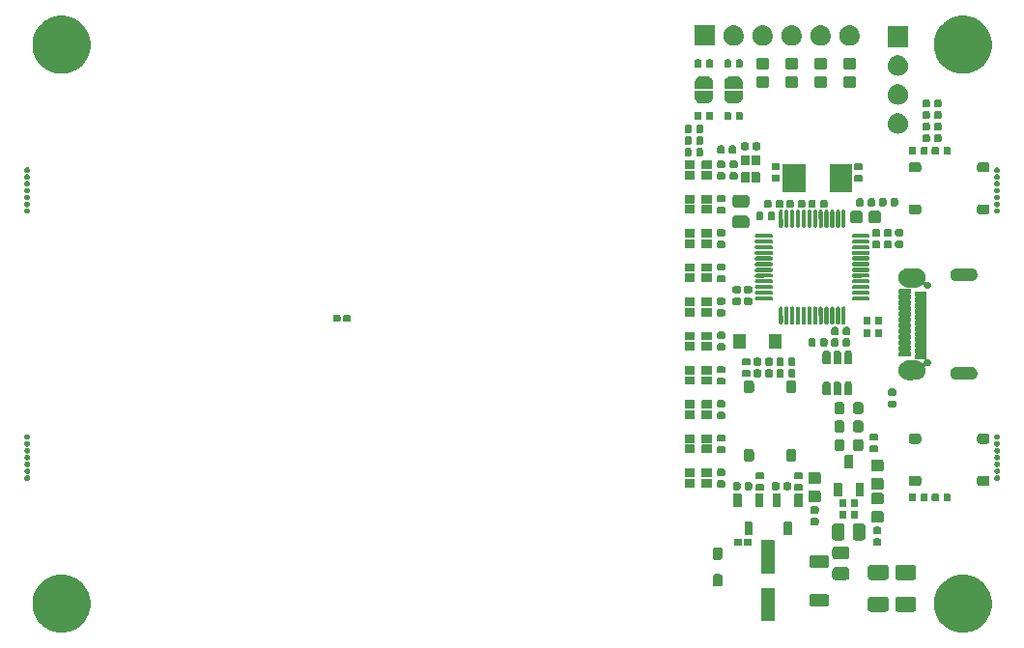
<source format=gbr>
%TF.GenerationSoftware,KiCad,Pcbnew,8.0.3*%
%TF.CreationDate,2024-07-18T08:33:45+12:00*%
%TF.ProjectId,Tea Cozy Hotplate,54656120-436f-47a7-9920-486f74706c61,rev?*%
%TF.SameCoordinates,Original*%
%TF.FileFunction,Soldermask,Top*%
%TF.FilePolarity,Negative*%
%FSLAX46Y46*%
G04 Gerber Fmt 4.6, Leading zero omitted, Abs format (unit mm)*
G04 Created by KiCad (PCBNEW 8.0.3) date 2024-07-18 08:33:45*
%MOMM*%
%LPD*%
G01*
G04 APERTURE LIST*
G04 APERTURE END LIST*
G36*
X3081240Y-49455032D02*
G01*
X3160116Y-49455032D01*
X3232576Y-49464185D01*
X3307353Y-49468709D01*
X3393842Y-49484558D01*
X3477822Y-49495168D01*
X3542865Y-49511868D01*
X3610223Y-49524212D01*
X3700470Y-49552334D01*
X3787993Y-49574806D01*
X3844935Y-49597351D01*
X3904198Y-49615818D01*
X3996499Y-49657359D01*
X4085737Y-49692691D01*
X4134194Y-49719330D01*
X4184988Y-49742191D01*
X4277446Y-49798084D01*
X4366358Y-49846964D01*
X4406267Y-49875959D01*
X4448501Y-49901491D01*
X4539050Y-49972431D01*
X4625431Y-50035191D01*
X4657022Y-50064857D01*
X4690885Y-50091387D01*
X4777359Y-50177861D01*
X4858870Y-50254405D01*
X4882658Y-50283160D01*
X4908612Y-50309114D01*
X4988763Y-50411419D01*
X5062993Y-50501148D01*
X5079758Y-50527565D01*
X5098508Y-50551498D01*
X5170048Y-50669840D01*
X5234582Y-50771528D01*
X5245332Y-50794374D01*
X5257808Y-50815011D01*
X5318492Y-50949845D01*
X5370930Y-51061282D01*
X5376861Y-51079538D01*
X5384181Y-51095801D01*
X5431836Y-51248732D01*
X5469887Y-51365841D01*
X5472346Y-51378736D01*
X5475787Y-51389776D01*
X5508376Y-51567612D01*
X5529892Y-51680400D01*
X5530334Y-51687431D01*
X5531290Y-51692646D01*
X5546917Y-51951006D01*
X5550000Y-52000000D01*
X5546917Y-52048997D01*
X5531290Y-52307353D01*
X5530334Y-52312567D01*
X5529892Y-52319600D01*
X5508372Y-52432411D01*
X5475787Y-52610223D01*
X5472347Y-52621261D01*
X5469887Y-52634159D01*
X5431828Y-52751291D01*
X5384181Y-52904198D01*
X5376863Y-52920457D01*
X5370930Y-52938718D01*
X5318481Y-53050175D01*
X5257808Y-53184988D01*
X5245334Y-53205620D01*
X5234582Y-53228472D01*
X5170036Y-53330179D01*
X5098508Y-53448501D01*
X5079761Y-53472428D01*
X5062993Y-53498852D01*
X4988748Y-53588597D01*
X4908612Y-53690885D01*
X4882663Y-53716833D01*
X4858870Y-53745595D01*
X4777342Y-53822154D01*
X4690885Y-53908612D01*
X4657028Y-53935136D01*
X4625431Y-53964809D01*
X4539032Y-54027580D01*
X4448501Y-54098508D01*
X4406275Y-54124034D01*
X4366358Y-54153036D01*
X4277428Y-54201925D01*
X4184988Y-54257808D01*
X4134204Y-54280663D01*
X4085737Y-54307309D01*
X3996481Y-54342647D01*
X3904198Y-54384181D01*
X3844947Y-54402644D01*
X3787993Y-54425194D01*
X3700452Y-54447670D01*
X3610223Y-54475787D01*
X3542879Y-54488128D01*
X3477822Y-54504832D01*
X3393825Y-54515443D01*
X3307353Y-54531290D01*
X3232591Y-54535812D01*
X3160116Y-54544968D01*
X3081223Y-54544968D01*
X3000000Y-54549881D01*
X2918776Y-54544968D01*
X2839884Y-54544968D01*
X2767409Y-54535812D01*
X2692646Y-54531290D01*
X2606171Y-54515442D01*
X2522178Y-54504832D01*
X2457123Y-54488128D01*
X2389776Y-54475787D01*
X2299542Y-54447669D01*
X2212007Y-54425194D01*
X2155056Y-54402645D01*
X2095801Y-54384181D01*
X2003510Y-54342644D01*
X1914263Y-54307309D01*
X1865800Y-54280666D01*
X1815011Y-54257808D01*
X1722560Y-54201919D01*
X1633642Y-54153036D01*
X1593729Y-54124038D01*
X1551498Y-54098508D01*
X1460953Y-54027570D01*
X1374569Y-53964809D01*
X1342976Y-53935141D01*
X1309114Y-53908612D01*
X1222640Y-53822138D01*
X1141130Y-53745595D01*
X1117341Y-53716839D01*
X1091387Y-53690885D01*
X1011232Y-53588575D01*
X937007Y-53498852D01*
X920242Y-53472435D01*
X901491Y-53448501D01*
X829942Y-53330146D01*
X765418Y-53228472D01*
X754668Y-53205628D01*
X742191Y-53184988D01*
X681495Y-53050127D01*
X629070Y-52938718D01*
X623139Y-52920465D01*
X615818Y-52904198D01*
X568147Y-52751216D01*
X530113Y-52634159D01*
X527654Y-52621269D01*
X524212Y-52610223D01*
X491602Y-52432278D01*
X470108Y-52319600D01*
X469666Y-52312575D01*
X468709Y-52307353D01*
X453056Y-52048585D01*
X450000Y-52000000D01*
X453056Y-51951418D01*
X468709Y-51692646D01*
X469666Y-51687423D01*
X470108Y-51680400D01*
X491597Y-51567745D01*
X524212Y-51389776D01*
X527654Y-51378727D01*
X530113Y-51365841D01*
X568139Y-51248807D01*
X615818Y-51095801D01*
X623140Y-51079530D01*
X629070Y-51061282D01*
X681484Y-50949894D01*
X742191Y-50815011D01*
X754670Y-50794367D01*
X765418Y-50771528D01*
X829930Y-50669873D01*
X901491Y-50551498D01*
X920245Y-50527559D01*
X937007Y-50501148D01*
X1011217Y-50411442D01*
X1091387Y-50309114D01*
X1117345Y-50283155D01*
X1141130Y-50254405D01*
X1222624Y-50177876D01*
X1309114Y-50091387D01*
X1342982Y-50064852D01*
X1374569Y-50035191D01*
X1460936Y-49972441D01*
X1551498Y-49901491D01*
X1593737Y-49875956D01*
X1633642Y-49846964D01*
X1722542Y-49798090D01*
X1815011Y-49742191D01*
X1865810Y-49719328D01*
X1914263Y-49692691D01*
X2003492Y-49657362D01*
X2095801Y-49615818D01*
X2155067Y-49597349D01*
X2212007Y-49574806D01*
X2299524Y-49552335D01*
X2389776Y-49524212D01*
X2457136Y-49511867D01*
X2522178Y-49495168D01*
X2606153Y-49484559D01*
X2692646Y-49468709D01*
X2767424Y-49464185D01*
X2839884Y-49455032D01*
X2918760Y-49455032D01*
X3000000Y-49450118D01*
X3081240Y-49455032D01*
G37*
G36*
X82081240Y-49455032D02*
G01*
X82160116Y-49455032D01*
X82232576Y-49464185D01*
X82307353Y-49468709D01*
X82393842Y-49484558D01*
X82477822Y-49495168D01*
X82542865Y-49511868D01*
X82610223Y-49524212D01*
X82700470Y-49552334D01*
X82787993Y-49574806D01*
X82844935Y-49597351D01*
X82904198Y-49615818D01*
X82996499Y-49657359D01*
X83085737Y-49692691D01*
X83134194Y-49719330D01*
X83184988Y-49742191D01*
X83277446Y-49798084D01*
X83366358Y-49846964D01*
X83406267Y-49875959D01*
X83448501Y-49901491D01*
X83539050Y-49972431D01*
X83625431Y-50035191D01*
X83657022Y-50064857D01*
X83690885Y-50091387D01*
X83777359Y-50177861D01*
X83858870Y-50254405D01*
X83882658Y-50283160D01*
X83908612Y-50309114D01*
X83988763Y-50411419D01*
X84062993Y-50501148D01*
X84079758Y-50527565D01*
X84098508Y-50551498D01*
X84170048Y-50669840D01*
X84234582Y-50771528D01*
X84245332Y-50794374D01*
X84257808Y-50815011D01*
X84318492Y-50949845D01*
X84370930Y-51061282D01*
X84376861Y-51079538D01*
X84384181Y-51095801D01*
X84431836Y-51248732D01*
X84469887Y-51365841D01*
X84472346Y-51378736D01*
X84475787Y-51389776D01*
X84508376Y-51567612D01*
X84529892Y-51680400D01*
X84530334Y-51687431D01*
X84531290Y-51692646D01*
X84546917Y-51951006D01*
X84550000Y-52000000D01*
X84546917Y-52048997D01*
X84531290Y-52307353D01*
X84530334Y-52312567D01*
X84529892Y-52319600D01*
X84508372Y-52432411D01*
X84475787Y-52610223D01*
X84472347Y-52621261D01*
X84469887Y-52634159D01*
X84431828Y-52751291D01*
X84384181Y-52904198D01*
X84376863Y-52920457D01*
X84370930Y-52938718D01*
X84318481Y-53050175D01*
X84257808Y-53184988D01*
X84245334Y-53205620D01*
X84234582Y-53228472D01*
X84170036Y-53330179D01*
X84098508Y-53448501D01*
X84079761Y-53472428D01*
X84062993Y-53498852D01*
X83988748Y-53588597D01*
X83908612Y-53690885D01*
X83882663Y-53716833D01*
X83858870Y-53745595D01*
X83777342Y-53822154D01*
X83690885Y-53908612D01*
X83657028Y-53935136D01*
X83625431Y-53964809D01*
X83539032Y-54027580D01*
X83448501Y-54098508D01*
X83406275Y-54124034D01*
X83366358Y-54153036D01*
X83277428Y-54201925D01*
X83184988Y-54257808D01*
X83134204Y-54280663D01*
X83085737Y-54307309D01*
X82996481Y-54342647D01*
X82904198Y-54384181D01*
X82844947Y-54402644D01*
X82787993Y-54425194D01*
X82700452Y-54447670D01*
X82610223Y-54475787D01*
X82542879Y-54488128D01*
X82477822Y-54504832D01*
X82393825Y-54515443D01*
X82307353Y-54531290D01*
X82232591Y-54535812D01*
X82160116Y-54544968D01*
X82081223Y-54544968D01*
X82000000Y-54549881D01*
X81918776Y-54544968D01*
X81839884Y-54544968D01*
X81767409Y-54535812D01*
X81692646Y-54531290D01*
X81606171Y-54515442D01*
X81522178Y-54504832D01*
X81457123Y-54488128D01*
X81389776Y-54475787D01*
X81299542Y-54447669D01*
X81212007Y-54425194D01*
X81155056Y-54402645D01*
X81095801Y-54384181D01*
X81003510Y-54342644D01*
X80914263Y-54307309D01*
X80865800Y-54280666D01*
X80815011Y-54257808D01*
X80722560Y-54201919D01*
X80633642Y-54153036D01*
X80593729Y-54124038D01*
X80551498Y-54098508D01*
X80460953Y-54027570D01*
X80374569Y-53964809D01*
X80342976Y-53935141D01*
X80309114Y-53908612D01*
X80222640Y-53822138D01*
X80141130Y-53745595D01*
X80117341Y-53716839D01*
X80091387Y-53690885D01*
X80011232Y-53588575D01*
X79937007Y-53498852D01*
X79920242Y-53472435D01*
X79901491Y-53448501D01*
X79829942Y-53330146D01*
X79765418Y-53228472D01*
X79754668Y-53205628D01*
X79742191Y-53184988D01*
X79681495Y-53050127D01*
X79629070Y-52938718D01*
X79623139Y-52920465D01*
X79615818Y-52904198D01*
X79568147Y-52751216D01*
X79530113Y-52634159D01*
X79527654Y-52621269D01*
X79524212Y-52610223D01*
X79491602Y-52432278D01*
X79470108Y-52319600D01*
X79469666Y-52312575D01*
X79468709Y-52307353D01*
X79453056Y-52048585D01*
X79450000Y-52000000D01*
X79453056Y-51951418D01*
X79468709Y-51692646D01*
X79469666Y-51687423D01*
X79470108Y-51680400D01*
X79491597Y-51567745D01*
X79524212Y-51389776D01*
X79527654Y-51378727D01*
X79530113Y-51365841D01*
X79568139Y-51248807D01*
X79615818Y-51095801D01*
X79623140Y-51079530D01*
X79629070Y-51061282D01*
X79681484Y-50949894D01*
X79742191Y-50815011D01*
X79754670Y-50794367D01*
X79765418Y-50771528D01*
X79829930Y-50669873D01*
X79901491Y-50551498D01*
X79920245Y-50527559D01*
X79937007Y-50501148D01*
X80011217Y-50411442D01*
X80091387Y-50309114D01*
X80117345Y-50283155D01*
X80141130Y-50254405D01*
X80222624Y-50177876D01*
X80309114Y-50091387D01*
X80342982Y-50064852D01*
X80374569Y-50035191D01*
X80460936Y-49972441D01*
X80551498Y-49901491D01*
X80593737Y-49875956D01*
X80633642Y-49846964D01*
X80722542Y-49798090D01*
X80815011Y-49742191D01*
X80865810Y-49719328D01*
X80914263Y-49692691D01*
X81003492Y-49657362D01*
X81095801Y-49615818D01*
X81155067Y-49597349D01*
X81212007Y-49574806D01*
X81299524Y-49552335D01*
X81389776Y-49524212D01*
X81457136Y-49511867D01*
X81522178Y-49495168D01*
X81606153Y-49484559D01*
X81692646Y-49468709D01*
X81767424Y-49464185D01*
X81839884Y-49455032D01*
X81918760Y-49455032D01*
X82000000Y-49450118D01*
X82081240Y-49455032D01*
G37*
G36*
X65469134Y-50653755D02*
G01*
X65485355Y-50664594D01*
X65496194Y-50680815D01*
X65500000Y-50699949D01*
X65500000Y-53499949D01*
X65496194Y-53519083D01*
X65485355Y-53535304D01*
X65469134Y-53546143D01*
X65450000Y-53549949D01*
X64350000Y-53549949D01*
X64330866Y-53546143D01*
X64314645Y-53535304D01*
X64303806Y-53519083D01*
X64300000Y-53499949D01*
X64300000Y-50699949D01*
X64303806Y-50680815D01*
X64314645Y-50664594D01*
X64330866Y-50653755D01*
X64350000Y-50649949D01*
X65450000Y-50649949D01*
X65469134Y-50653755D01*
G37*
G36*
X75283685Y-51392969D02*
G01*
X75292893Y-51397034D01*
X75299724Y-51398030D01*
X75342422Y-51418903D01*
X75384541Y-51437501D01*
X75388441Y-51441401D01*
X75388801Y-51441577D01*
X75458422Y-51511198D01*
X75458597Y-51511557D01*
X75462499Y-51515459D01*
X75481100Y-51557588D01*
X75501969Y-51600275D01*
X75502963Y-51607103D01*
X75507031Y-51616315D01*
X75515000Y-51685000D01*
X75515000Y-52435000D01*
X75507031Y-52503685D01*
X75502963Y-52512896D01*
X75501969Y-52519724D01*
X75481105Y-52562401D01*
X75462499Y-52604541D01*
X75458597Y-52608442D01*
X75458422Y-52608801D01*
X75388801Y-52678422D01*
X75388442Y-52678597D01*
X75384541Y-52682499D01*
X75342401Y-52701105D01*
X75299724Y-52721969D01*
X75292896Y-52722963D01*
X75283685Y-52727031D01*
X75215000Y-52735000D01*
X73965000Y-52735000D01*
X73896315Y-52727031D01*
X73887103Y-52722963D01*
X73880275Y-52721969D01*
X73837588Y-52701100D01*
X73795459Y-52682499D01*
X73791557Y-52678597D01*
X73791198Y-52678422D01*
X73721577Y-52608801D01*
X73721401Y-52608441D01*
X73717501Y-52604541D01*
X73698903Y-52562422D01*
X73678030Y-52519724D01*
X73677034Y-52512893D01*
X73672969Y-52503685D01*
X73665000Y-52435000D01*
X73665000Y-51685000D01*
X73672969Y-51616315D01*
X73677034Y-51607107D01*
X73678030Y-51600275D01*
X73698908Y-51557567D01*
X73717501Y-51515459D01*
X73721400Y-51511559D01*
X73721577Y-51511198D01*
X73791198Y-51441577D01*
X73791559Y-51441400D01*
X73795459Y-51437501D01*
X73837567Y-51418908D01*
X73880275Y-51398030D01*
X73887107Y-51397034D01*
X73896315Y-51392969D01*
X73965000Y-51385000D01*
X75215000Y-51385000D01*
X75283685Y-51392969D01*
G37*
G36*
X77683685Y-51392969D02*
G01*
X77692893Y-51397034D01*
X77699724Y-51398030D01*
X77742422Y-51418903D01*
X77784541Y-51437501D01*
X77788441Y-51441401D01*
X77788801Y-51441577D01*
X77858422Y-51511198D01*
X77858597Y-51511557D01*
X77862499Y-51515459D01*
X77881100Y-51557588D01*
X77901969Y-51600275D01*
X77902963Y-51607103D01*
X77907031Y-51616315D01*
X77915000Y-51685000D01*
X77915000Y-52435000D01*
X77907031Y-52503685D01*
X77902963Y-52512896D01*
X77901969Y-52519724D01*
X77881105Y-52562401D01*
X77862499Y-52604541D01*
X77858597Y-52608442D01*
X77858422Y-52608801D01*
X77788801Y-52678422D01*
X77788442Y-52678597D01*
X77784541Y-52682499D01*
X77742401Y-52701105D01*
X77699724Y-52721969D01*
X77692896Y-52722963D01*
X77683685Y-52727031D01*
X77615000Y-52735000D01*
X76365000Y-52735000D01*
X76296315Y-52727031D01*
X76287103Y-52722963D01*
X76280275Y-52721969D01*
X76237588Y-52701100D01*
X76195459Y-52682499D01*
X76191557Y-52678597D01*
X76191198Y-52678422D01*
X76121577Y-52608801D01*
X76121401Y-52608441D01*
X76117501Y-52604541D01*
X76098903Y-52562422D01*
X76078030Y-52519724D01*
X76077034Y-52512893D01*
X76072969Y-52503685D01*
X76065000Y-52435000D01*
X76065000Y-51685000D01*
X76072969Y-51616315D01*
X76077034Y-51607107D01*
X76078030Y-51600275D01*
X76098908Y-51557567D01*
X76117501Y-51515459D01*
X76121400Y-51511559D01*
X76121577Y-51511198D01*
X76191198Y-51441577D01*
X76191559Y-51441400D01*
X76195459Y-51437501D01*
X76237567Y-51418908D01*
X76280275Y-51398030D01*
X76287107Y-51397034D01*
X76296315Y-51392969D01*
X76365000Y-51385000D01*
X77615000Y-51385000D01*
X77683685Y-51392969D01*
G37*
G36*
X70126537Y-51165249D02*
G01*
X70191421Y-51208604D01*
X70234776Y-51273488D01*
X70250000Y-51350025D01*
X70250000Y-52050025D01*
X70234776Y-52126562D01*
X70191421Y-52191446D01*
X70126537Y-52234801D01*
X70050000Y-52250025D01*
X68750000Y-52250025D01*
X68673463Y-52234801D01*
X68608579Y-52191446D01*
X68565224Y-52126562D01*
X68550000Y-52050025D01*
X68550000Y-51350025D01*
X68565224Y-51273488D01*
X68608579Y-51208604D01*
X68673463Y-51165249D01*
X68750000Y-51150025D01*
X70050000Y-51150025D01*
X70126537Y-51165249D01*
G37*
G36*
X60692763Y-49423639D02*
G01*
X60739501Y-49429061D01*
X60755471Y-49436112D01*
X60778392Y-49440672D01*
X60802931Y-49457068D01*
X60821091Y-49465087D01*
X60833492Y-49477488D01*
X60855444Y-49492156D01*
X60870111Y-49514107D01*
X60882512Y-49526508D01*
X60890529Y-49544665D01*
X60906928Y-49569208D01*
X60911487Y-49592129D01*
X60918538Y-49608098D01*
X60923962Y-49654849D01*
X60925006Y-49660097D01*
X60925006Y-49663845D01*
X60925007Y-49663854D01*
X60925007Y-50000000D01*
X60925007Y-50285090D01*
X60923960Y-50290351D01*
X60918538Y-50337087D01*
X60911488Y-50353053D01*
X60906928Y-50375978D01*
X60890528Y-50400522D01*
X60882512Y-50418677D01*
X60870113Y-50431075D01*
X60855444Y-50453030D01*
X60833489Y-50467699D01*
X60821091Y-50480098D01*
X60802936Y-50488114D01*
X60778392Y-50504514D01*
X60755468Y-50509073D01*
X60739501Y-50516124D01*
X60692751Y-50521547D01*
X60687503Y-50522592D01*
X60683753Y-50522592D01*
X60683745Y-50522593D01*
X60316255Y-50522593D01*
X60316254Y-50522592D01*
X60312496Y-50522593D01*
X60307234Y-50521546D01*
X60260498Y-50516124D01*
X60244530Y-50509073D01*
X60221608Y-50504514D01*
X60197065Y-50488115D01*
X60178908Y-50480098D01*
X60166507Y-50467697D01*
X60144556Y-50453030D01*
X60129888Y-50431078D01*
X60117487Y-50418677D01*
X60109468Y-50400517D01*
X60093072Y-50375978D01*
X60088513Y-50353058D01*
X60081461Y-50337087D01*
X60076037Y-50290335D01*
X60074994Y-50285089D01*
X60074993Y-50281339D01*
X60074993Y-50281331D01*
X60074993Y-49663854D01*
X60074993Y-49663853D01*
X60074993Y-49660096D01*
X60076038Y-49654837D01*
X60081461Y-49608098D01*
X60088513Y-49592126D01*
X60093072Y-49569208D01*
X60109467Y-49544670D01*
X60117487Y-49526508D01*
X60129890Y-49514104D01*
X60144556Y-49492156D01*
X60166504Y-49477490D01*
X60178908Y-49465087D01*
X60197070Y-49457067D01*
X60221608Y-49440672D01*
X60244525Y-49436113D01*
X60260498Y-49429061D01*
X60307250Y-49423637D01*
X60312497Y-49422594D01*
X60316246Y-49422593D01*
X60316255Y-49422593D01*
X60683745Y-49422593D01*
X60687504Y-49422593D01*
X60692763Y-49423639D01*
G37*
G36*
X71818685Y-48817969D02*
G01*
X71827893Y-48822034D01*
X71834724Y-48823030D01*
X71877422Y-48843903D01*
X71919541Y-48862501D01*
X71923441Y-48866401D01*
X71923801Y-48866577D01*
X71993422Y-48936198D01*
X71993597Y-48936557D01*
X71997499Y-48940459D01*
X72016100Y-48982588D01*
X72036969Y-49025275D01*
X72037963Y-49032103D01*
X72042031Y-49041315D01*
X72050000Y-49110000D01*
X72050000Y-49635000D01*
X72042031Y-49703685D01*
X72037963Y-49712896D01*
X72036969Y-49719724D01*
X72016105Y-49762401D01*
X71997499Y-49804541D01*
X71993597Y-49808442D01*
X71993422Y-49808801D01*
X71923801Y-49878422D01*
X71923442Y-49878597D01*
X71919541Y-49882499D01*
X71877401Y-49901105D01*
X71834724Y-49921969D01*
X71827896Y-49922963D01*
X71818685Y-49927031D01*
X71750000Y-49935000D01*
X70850000Y-49935000D01*
X70781315Y-49927031D01*
X70772103Y-49922963D01*
X70765275Y-49921969D01*
X70722588Y-49901100D01*
X70680459Y-49882499D01*
X70676557Y-49878597D01*
X70676198Y-49878422D01*
X70606577Y-49808801D01*
X70606401Y-49808441D01*
X70602501Y-49804541D01*
X70583903Y-49762422D01*
X70563030Y-49719724D01*
X70562034Y-49712893D01*
X70557969Y-49703685D01*
X70550000Y-49635000D01*
X70550000Y-49110000D01*
X70557969Y-49041315D01*
X70562034Y-49032107D01*
X70563030Y-49025275D01*
X70583908Y-48982567D01*
X70602501Y-48940459D01*
X70606400Y-48936559D01*
X70606577Y-48936198D01*
X70676198Y-48866577D01*
X70676559Y-48866400D01*
X70680459Y-48862501D01*
X70722567Y-48843908D01*
X70765275Y-48823030D01*
X70772107Y-48822034D01*
X70781315Y-48817969D01*
X70850000Y-48810000D01*
X71750000Y-48810000D01*
X71818685Y-48817969D01*
G37*
G36*
X75283685Y-48592969D02*
G01*
X75292893Y-48597034D01*
X75299724Y-48598030D01*
X75342422Y-48618903D01*
X75384541Y-48637501D01*
X75388441Y-48641401D01*
X75388801Y-48641577D01*
X75458422Y-48711198D01*
X75458597Y-48711557D01*
X75462499Y-48715459D01*
X75481100Y-48757588D01*
X75501969Y-48800275D01*
X75502963Y-48807103D01*
X75507031Y-48816315D01*
X75515000Y-48885000D01*
X75515000Y-49635000D01*
X75507031Y-49703685D01*
X75502963Y-49712896D01*
X75501969Y-49719724D01*
X75481105Y-49762401D01*
X75462499Y-49804541D01*
X75458597Y-49808442D01*
X75458422Y-49808801D01*
X75388801Y-49878422D01*
X75388442Y-49878597D01*
X75384541Y-49882499D01*
X75342401Y-49901105D01*
X75299724Y-49921969D01*
X75292896Y-49922963D01*
X75283685Y-49927031D01*
X75215000Y-49935000D01*
X73965000Y-49935000D01*
X73896315Y-49927031D01*
X73887103Y-49922963D01*
X73880275Y-49921969D01*
X73837588Y-49901100D01*
X73795459Y-49882499D01*
X73791557Y-49878597D01*
X73791198Y-49878422D01*
X73721577Y-49808801D01*
X73721401Y-49808441D01*
X73717501Y-49804541D01*
X73698903Y-49762422D01*
X73678030Y-49719724D01*
X73677034Y-49712893D01*
X73672969Y-49703685D01*
X73665000Y-49635000D01*
X73665000Y-48885000D01*
X73672969Y-48816315D01*
X73677034Y-48807107D01*
X73678030Y-48800275D01*
X73698908Y-48757567D01*
X73717501Y-48715459D01*
X73721400Y-48711559D01*
X73721577Y-48711198D01*
X73791198Y-48641577D01*
X73791559Y-48641400D01*
X73795459Y-48637501D01*
X73837567Y-48618908D01*
X73880275Y-48598030D01*
X73887107Y-48597034D01*
X73896315Y-48592969D01*
X73965000Y-48585000D01*
X75215000Y-48585000D01*
X75283685Y-48592969D01*
G37*
G36*
X77683685Y-48592969D02*
G01*
X77692893Y-48597034D01*
X77699724Y-48598030D01*
X77742422Y-48618903D01*
X77784541Y-48637501D01*
X77788441Y-48641401D01*
X77788801Y-48641577D01*
X77858422Y-48711198D01*
X77858597Y-48711557D01*
X77862499Y-48715459D01*
X77881100Y-48757588D01*
X77901969Y-48800275D01*
X77902963Y-48807103D01*
X77907031Y-48816315D01*
X77915000Y-48885000D01*
X77915000Y-49635000D01*
X77907031Y-49703685D01*
X77902963Y-49712896D01*
X77901969Y-49719724D01*
X77881105Y-49762401D01*
X77862499Y-49804541D01*
X77858597Y-49808442D01*
X77858422Y-49808801D01*
X77788801Y-49878422D01*
X77788442Y-49878597D01*
X77784541Y-49882499D01*
X77742401Y-49901105D01*
X77699724Y-49921969D01*
X77692896Y-49922963D01*
X77683685Y-49927031D01*
X77615000Y-49935000D01*
X76365000Y-49935000D01*
X76296315Y-49927031D01*
X76287103Y-49922963D01*
X76280275Y-49921969D01*
X76237588Y-49901100D01*
X76195459Y-49882499D01*
X76191557Y-49878597D01*
X76191198Y-49878422D01*
X76121577Y-49808801D01*
X76121401Y-49808441D01*
X76117501Y-49804541D01*
X76098903Y-49762422D01*
X76078030Y-49719724D01*
X76077034Y-49712893D01*
X76072969Y-49703685D01*
X76065000Y-49635000D01*
X76065000Y-48885000D01*
X76072969Y-48816315D01*
X76077034Y-48807107D01*
X76078030Y-48800275D01*
X76098908Y-48757567D01*
X76117501Y-48715459D01*
X76121400Y-48711559D01*
X76121577Y-48711198D01*
X76191198Y-48641577D01*
X76191559Y-48641400D01*
X76195459Y-48637501D01*
X76237567Y-48618908D01*
X76280275Y-48598030D01*
X76287107Y-48597034D01*
X76296315Y-48592969D01*
X76365000Y-48585000D01*
X77615000Y-48585000D01*
X77683685Y-48592969D01*
G37*
G36*
X65469134Y-46453857D02*
G01*
X65485355Y-46464696D01*
X65496194Y-46480917D01*
X65500000Y-46500051D01*
X65500000Y-49300051D01*
X65496194Y-49319185D01*
X65485355Y-49335406D01*
X65469134Y-49346245D01*
X65450000Y-49350051D01*
X64350000Y-49350051D01*
X64330866Y-49346245D01*
X64314645Y-49335406D01*
X64303806Y-49319185D01*
X64300000Y-49300051D01*
X64300000Y-46500051D01*
X64303806Y-46480917D01*
X64314645Y-46464696D01*
X64330866Y-46453857D01*
X64350000Y-46450051D01*
X65450000Y-46450051D01*
X65469134Y-46453857D01*
G37*
G36*
X70126537Y-47765199D02*
G01*
X70191421Y-47808554D01*
X70234776Y-47873438D01*
X70250000Y-47949975D01*
X70250000Y-48649975D01*
X70234776Y-48726512D01*
X70191421Y-48791396D01*
X70126537Y-48834751D01*
X70050000Y-48849975D01*
X68750000Y-48849975D01*
X68673463Y-48834751D01*
X68608579Y-48791396D01*
X68565224Y-48726512D01*
X68550000Y-48649975D01*
X68550000Y-47949975D01*
X68565224Y-47873438D01*
X68608579Y-47808554D01*
X68673463Y-47765199D01*
X68750000Y-47749975D01*
X70050000Y-47749975D01*
X70126537Y-47765199D01*
G37*
G36*
X60692763Y-47078453D02*
G01*
X60739501Y-47083875D01*
X60755471Y-47090926D01*
X60778392Y-47095486D01*
X60802931Y-47111882D01*
X60821091Y-47119901D01*
X60833492Y-47132302D01*
X60855444Y-47146970D01*
X60870111Y-47168921D01*
X60882512Y-47181322D01*
X60890529Y-47199479D01*
X60906928Y-47224022D01*
X60911487Y-47246943D01*
X60918538Y-47262912D01*
X60923962Y-47309663D01*
X60925006Y-47314911D01*
X60925006Y-47318659D01*
X60925007Y-47318668D01*
X60925007Y-47749975D01*
X60925007Y-47939904D01*
X60923960Y-47945165D01*
X60918538Y-47991901D01*
X60911488Y-48007867D01*
X60906928Y-48030792D01*
X60890528Y-48055336D01*
X60882512Y-48073491D01*
X60870113Y-48085889D01*
X60855444Y-48107844D01*
X60833489Y-48122513D01*
X60821091Y-48134912D01*
X60802936Y-48142928D01*
X60778392Y-48159328D01*
X60755468Y-48163887D01*
X60739501Y-48170938D01*
X60692751Y-48176361D01*
X60687503Y-48177406D01*
X60683753Y-48177406D01*
X60683745Y-48177407D01*
X60316255Y-48177407D01*
X60316254Y-48177406D01*
X60312496Y-48177407D01*
X60307234Y-48176360D01*
X60260498Y-48170938D01*
X60244530Y-48163887D01*
X60221608Y-48159328D01*
X60197065Y-48142929D01*
X60178908Y-48134912D01*
X60166507Y-48122511D01*
X60144556Y-48107844D01*
X60129888Y-48085892D01*
X60117487Y-48073491D01*
X60109468Y-48055331D01*
X60093072Y-48030792D01*
X60088513Y-48007872D01*
X60081461Y-47991901D01*
X60076037Y-47945149D01*
X60074994Y-47939903D01*
X60074993Y-47936153D01*
X60074993Y-47936145D01*
X60074993Y-47318668D01*
X60074993Y-47318667D01*
X60074993Y-47314910D01*
X60076038Y-47309651D01*
X60081461Y-47262912D01*
X60088513Y-47246940D01*
X60093072Y-47224022D01*
X60109467Y-47199484D01*
X60117487Y-47181322D01*
X60129890Y-47168918D01*
X60144556Y-47146970D01*
X60166504Y-47132304D01*
X60178908Y-47119901D01*
X60197070Y-47111881D01*
X60221608Y-47095486D01*
X60244525Y-47090927D01*
X60260498Y-47083875D01*
X60307250Y-47078451D01*
X60312497Y-47077408D01*
X60316246Y-47077407D01*
X60316255Y-47077407D01*
X60683745Y-47077407D01*
X60687504Y-47077407D01*
X60692763Y-47078453D01*
G37*
G36*
X71818685Y-46992969D02*
G01*
X71827893Y-46997034D01*
X71834724Y-46998030D01*
X71877422Y-47018903D01*
X71919541Y-47037501D01*
X71923441Y-47041401D01*
X71923801Y-47041577D01*
X71993422Y-47111198D01*
X71993597Y-47111557D01*
X71997499Y-47115459D01*
X72016100Y-47157588D01*
X72036969Y-47200275D01*
X72037963Y-47207103D01*
X72042031Y-47216315D01*
X72050000Y-47285000D01*
X72050000Y-47810000D01*
X72042031Y-47878685D01*
X72037963Y-47887896D01*
X72036969Y-47894724D01*
X72016105Y-47937401D01*
X71997499Y-47979541D01*
X71993597Y-47983442D01*
X71993422Y-47983801D01*
X71923801Y-48053422D01*
X71923442Y-48053597D01*
X71919541Y-48057499D01*
X71877401Y-48076105D01*
X71834724Y-48096969D01*
X71827896Y-48097963D01*
X71818685Y-48102031D01*
X71750000Y-48110000D01*
X70850000Y-48110000D01*
X70781315Y-48102031D01*
X70772103Y-48097963D01*
X70765275Y-48096969D01*
X70722588Y-48076100D01*
X70680459Y-48057499D01*
X70676557Y-48053597D01*
X70676198Y-48053422D01*
X70606577Y-47983801D01*
X70606401Y-47983441D01*
X70602501Y-47979541D01*
X70583903Y-47937422D01*
X70563030Y-47894724D01*
X70562034Y-47887893D01*
X70557969Y-47878685D01*
X70550000Y-47810000D01*
X70550000Y-47285000D01*
X70557969Y-47216315D01*
X70562034Y-47207107D01*
X70563030Y-47200275D01*
X70583908Y-47157567D01*
X70602501Y-47115459D01*
X70606400Y-47111559D01*
X70606577Y-47111198D01*
X70676198Y-47041577D01*
X70676559Y-47041400D01*
X70680459Y-47037501D01*
X70722567Y-47018908D01*
X70765275Y-46998030D01*
X70772107Y-46997034D01*
X70781315Y-46992969D01*
X70850000Y-46985000D01*
X71750000Y-46985000D01*
X71818685Y-46992969D01*
G37*
G36*
X62569147Y-46333803D02*
G01*
X62585368Y-46344642D01*
X62596207Y-46360863D01*
X62600013Y-46379997D01*
X62600013Y-46920003D01*
X62596207Y-46939137D01*
X62585368Y-46955358D01*
X62569147Y-46966197D01*
X62550013Y-46970003D01*
X61984353Y-46970003D01*
X61965219Y-46966197D01*
X61948998Y-46955358D01*
X61938159Y-46939137D01*
X61934353Y-46920003D01*
X61934353Y-46379997D01*
X61938159Y-46360863D01*
X61948998Y-46344642D01*
X61965219Y-46333803D01*
X61984353Y-46329997D01*
X62550013Y-46329997D01*
X62569147Y-46333803D01*
G37*
G36*
X63434781Y-46333803D02*
G01*
X63451002Y-46344642D01*
X63461841Y-46360863D01*
X63465647Y-46379997D01*
X63465647Y-46920003D01*
X63461841Y-46939137D01*
X63451002Y-46955358D01*
X63434781Y-46966197D01*
X63415647Y-46970003D01*
X62849987Y-46970003D01*
X62830853Y-46966197D01*
X62814632Y-46955358D01*
X62803793Y-46939137D01*
X62799987Y-46920003D01*
X62799987Y-46379997D01*
X62803793Y-46360863D01*
X62814632Y-46344642D01*
X62830853Y-46333803D01*
X62849987Y-46329997D01*
X63415647Y-46329997D01*
X63434781Y-46333803D01*
G37*
G36*
X74755796Y-46304082D02*
G01*
X74815815Y-46344185D01*
X74855918Y-46404204D01*
X74870000Y-46475000D01*
X74870000Y-46745000D01*
X74855918Y-46815796D01*
X74815815Y-46875815D01*
X74755796Y-46915918D01*
X74685000Y-46930000D01*
X74315000Y-46930000D01*
X74244204Y-46915918D01*
X74184185Y-46875815D01*
X74144082Y-46815796D01*
X74130000Y-46745000D01*
X74130000Y-46475000D01*
X74144082Y-46404204D01*
X74184185Y-46344185D01*
X74244204Y-46304082D01*
X74315000Y-46290000D01*
X74685000Y-46290000D01*
X74755796Y-46304082D01*
G37*
G36*
X71418685Y-44977969D02*
G01*
X71427893Y-44982034D01*
X71434724Y-44983030D01*
X71477422Y-45003903D01*
X71519541Y-45022501D01*
X71523441Y-45026401D01*
X71523801Y-45026577D01*
X71593422Y-45096198D01*
X71593597Y-45096557D01*
X71597499Y-45100459D01*
X71616100Y-45142588D01*
X71636969Y-45185275D01*
X71637963Y-45192103D01*
X71642031Y-45201315D01*
X71650000Y-45270000D01*
X71650000Y-46170000D01*
X71642031Y-46238685D01*
X71637963Y-46247896D01*
X71636969Y-46254724D01*
X71616105Y-46297401D01*
X71597499Y-46339541D01*
X71593597Y-46343442D01*
X71593422Y-46343801D01*
X71523801Y-46413422D01*
X71523442Y-46413597D01*
X71519541Y-46417499D01*
X71477401Y-46436105D01*
X71434724Y-46456969D01*
X71427896Y-46457963D01*
X71418685Y-46462031D01*
X71350000Y-46470000D01*
X70825000Y-46470000D01*
X70756315Y-46462031D01*
X70747103Y-46457963D01*
X70740275Y-46456969D01*
X70697588Y-46436100D01*
X70655459Y-46417499D01*
X70651557Y-46413597D01*
X70651198Y-46413422D01*
X70581577Y-46343801D01*
X70581401Y-46343441D01*
X70577501Y-46339541D01*
X70558903Y-46297422D01*
X70538030Y-46254724D01*
X70537034Y-46247893D01*
X70532969Y-46238685D01*
X70525000Y-46170000D01*
X70525000Y-45270000D01*
X70532969Y-45201315D01*
X70537034Y-45192107D01*
X70538030Y-45185275D01*
X70558908Y-45142567D01*
X70577501Y-45100459D01*
X70581400Y-45096559D01*
X70581577Y-45096198D01*
X70651198Y-45026577D01*
X70651559Y-45026400D01*
X70655459Y-45022501D01*
X70697567Y-45003908D01*
X70740275Y-44983030D01*
X70747107Y-44982034D01*
X70756315Y-44977969D01*
X70825000Y-44970000D01*
X71350000Y-44970000D01*
X71418685Y-44977969D01*
G37*
G36*
X73243685Y-44977969D02*
G01*
X73252893Y-44982034D01*
X73259724Y-44983030D01*
X73302422Y-45003903D01*
X73344541Y-45022501D01*
X73348441Y-45026401D01*
X73348801Y-45026577D01*
X73418422Y-45096198D01*
X73418597Y-45096557D01*
X73422499Y-45100459D01*
X73441100Y-45142588D01*
X73461969Y-45185275D01*
X73462963Y-45192103D01*
X73467031Y-45201315D01*
X73475000Y-45270000D01*
X73475000Y-46170000D01*
X73467031Y-46238685D01*
X73462963Y-46247896D01*
X73461969Y-46254724D01*
X73441105Y-46297401D01*
X73422499Y-46339541D01*
X73418597Y-46343442D01*
X73418422Y-46343801D01*
X73348801Y-46413422D01*
X73348442Y-46413597D01*
X73344541Y-46417499D01*
X73302401Y-46436105D01*
X73259724Y-46456969D01*
X73252896Y-46457963D01*
X73243685Y-46462031D01*
X73175000Y-46470000D01*
X72650000Y-46470000D01*
X72581315Y-46462031D01*
X72572103Y-46457963D01*
X72565275Y-46456969D01*
X72522588Y-46436100D01*
X72480459Y-46417499D01*
X72476557Y-46413597D01*
X72476198Y-46413422D01*
X72406577Y-46343801D01*
X72406401Y-46343441D01*
X72402501Y-46339541D01*
X72383903Y-46297422D01*
X72363030Y-46254724D01*
X72362034Y-46247893D01*
X72357969Y-46238685D01*
X72350000Y-46170000D01*
X72350000Y-45270000D01*
X72357969Y-45201315D01*
X72362034Y-45192107D01*
X72363030Y-45185275D01*
X72383908Y-45142567D01*
X72402501Y-45100459D01*
X72406400Y-45096559D01*
X72406577Y-45096198D01*
X72476198Y-45026577D01*
X72476559Y-45026400D01*
X72480459Y-45022501D01*
X72522567Y-45003908D01*
X72565275Y-44983030D01*
X72572107Y-44982034D01*
X72581315Y-44977969D01*
X72650000Y-44970000D01*
X73175000Y-44970000D01*
X73243685Y-44977969D01*
G37*
G36*
X63519134Y-44853881D02*
G01*
X63535355Y-44864720D01*
X63546194Y-44880941D01*
X63550000Y-44900075D01*
X63550000Y-45970079D01*
X63546194Y-45989213D01*
X63535355Y-46005434D01*
X63519134Y-46016273D01*
X63500000Y-46020079D01*
X62900000Y-46020079D01*
X62880866Y-46016273D01*
X62864645Y-46005434D01*
X62853806Y-45989213D01*
X62850000Y-45970079D01*
X62850000Y-44900075D01*
X62853806Y-44880941D01*
X62864645Y-44864720D01*
X62880866Y-44853881D01*
X62900000Y-44850075D01*
X63500000Y-44850075D01*
X63519134Y-44853881D01*
G37*
G36*
X66969134Y-44853881D02*
G01*
X66985355Y-44864720D01*
X66996194Y-44880941D01*
X67000000Y-44900075D01*
X67000000Y-45970079D01*
X66996194Y-45989213D01*
X66985355Y-46005434D01*
X66969134Y-46016273D01*
X66950000Y-46020079D01*
X66350000Y-46020079D01*
X66330866Y-46016273D01*
X66314645Y-46005434D01*
X66303806Y-45989213D01*
X66300000Y-45970079D01*
X66300000Y-44900075D01*
X66303806Y-44880941D01*
X66314645Y-44864720D01*
X66330866Y-44853881D01*
X66350000Y-44850075D01*
X66950000Y-44850075D01*
X66969134Y-44853881D01*
G37*
G36*
X74755796Y-45284082D02*
G01*
X74815815Y-45324185D01*
X74855918Y-45384204D01*
X74870000Y-45455000D01*
X74870000Y-45725000D01*
X74855918Y-45795796D01*
X74815815Y-45855815D01*
X74755796Y-45895918D01*
X74685000Y-45910000D01*
X74315000Y-45910000D01*
X74244204Y-45895918D01*
X74184185Y-45855815D01*
X74144082Y-45795796D01*
X74130000Y-45725000D01*
X74130000Y-45455000D01*
X74144082Y-45384204D01*
X74184185Y-45324185D01*
X74244204Y-45284082D01*
X74315000Y-45270000D01*
X74685000Y-45270000D01*
X74755796Y-45284082D01*
G37*
G36*
X69255796Y-44504082D02*
G01*
X69315815Y-44544185D01*
X69355918Y-44604204D01*
X69370000Y-44675000D01*
X69370000Y-44945000D01*
X69355918Y-45015796D01*
X69315815Y-45075815D01*
X69255796Y-45115918D01*
X69185000Y-45130000D01*
X68815000Y-45130000D01*
X68744204Y-45115918D01*
X68684185Y-45075815D01*
X68644082Y-45015796D01*
X68630000Y-44945000D01*
X68630000Y-44675000D01*
X68644082Y-44604204D01*
X68684185Y-44544185D01*
X68744204Y-44504082D01*
X68815000Y-44490000D01*
X69185000Y-44490000D01*
X69255796Y-44504082D01*
G37*
G36*
X74926537Y-43890224D02*
G01*
X74991421Y-43933579D01*
X75034776Y-43998463D01*
X75050000Y-44075000D01*
X75050000Y-44725000D01*
X75034776Y-44801537D01*
X74991421Y-44866421D01*
X74926537Y-44909776D01*
X74850000Y-44925000D01*
X74150000Y-44925000D01*
X74073463Y-44909776D01*
X74008579Y-44866421D01*
X73965224Y-44801537D01*
X73950000Y-44725000D01*
X73950000Y-44075000D01*
X73965224Y-43998463D01*
X74008579Y-43933579D01*
X74073463Y-43890224D01*
X74150000Y-43875000D01*
X74850000Y-43875000D01*
X74926537Y-43890224D01*
G37*
G36*
X71695796Y-43874082D02*
G01*
X71755815Y-43914185D01*
X71795918Y-43974204D01*
X71810000Y-44045000D01*
X71810000Y-44415000D01*
X71795918Y-44485796D01*
X71755815Y-44545815D01*
X71695796Y-44585918D01*
X71625000Y-44600000D01*
X71355000Y-44600000D01*
X71284204Y-44585918D01*
X71224185Y-44545815D01*
X71184082Y-44485796D01*
X71170000Y-44415000D01*
X71170000Y-44045000D01*
X71184082Y-43974204D01*
X71224185Y-43914185D01*
X71284204Y-43874082D01*
X71355000Y-43860000D01*
X71625000Y-43860000D01*
X71695796Y-43874082D01*
G37*
G36*
X72715796Y-43874082D02*
G01*
X72775815Y-43914185D01*
X72815918Y-43974204D01*
X72830000Y-44045000D01*
X72830000Y-44415000D01*
X72815918Y-44485796D01*
X72775815Y-44545815D01*
X72715796Y-44585918D01*
X72645000Y-44600000D01*
X72375000Y-44600000D01*
X72304204Y-44585918D01*
X72244185Y-44545815D01*
X72204082Y-44485796D01*
X72190000Y-44415000D01*
X72190000Y-44045000D01*
X72204082Y-43974204D01*
X72244185Y-43914185D01*
X72304204Y-43874082D01*
X72375000Y-43860000D01*
X72645000Y-43860000D01*
X72715796Y-43874082D01*
G37*
G36*
X69255796Y-43484082D02*
G01*
X69315815Y-43524185D01*
X69355918Y-43584204D01*
X69370000Y-43655000D01*
X69370000Y-43925000D01*
X69355918Y-43995796D01*
X69315815Y-44055815D01*
X69255796Y-44095918D01*
X69185000Y-44110000D01*
X68815000Y-44110000D01*
X68744204Y-44095918D01*
X68684185Y-44055815D01*
X68644082Y-43995796D01*
X68630000Y-43925000D01*
X68630000Y-43655000D01*
X68644082Y-43584204D01*
X68684185Y-43524185D01*
X68744204Y-43484082D01*
X68815000Y-43470000D01*
X69185000Y-43470000D01*
X69255796Y-43484082D01*
G37*
G36*
X71695796Y-42844082D02*
G01*
X71755815Y-42884185D01*
X71795918Y-42944204D01*
X71810000Y-43015000D01*
X71810000Y-43385000D01*
X71795918Y-43455796D01*
X71755815Y-43515815D01*
X71695796Y-43555918D01*
X71625000Y-43570000D01*
X71355000Y-43570000D01*
X71284204Y-43555918D01*
X71224185Y-43515815D01*
X71184082Y-43455796D01*
X71170000Y-43385000D01*
X71170000Y-43015000D01*
X71184082Y-42944204D01*
X71224185Y-42884185D01*
X71284204Y-42844082D01*
X71355000Y-42830000D01*
X71625000Y-42830000D01*
X71695796Y-42844082D01*
G37*
G36*
X72715796Y-42844082D02*
G01*
X72775815Y-42884185D01*
X72815918Y-42944204D01*
X72830000Y-43015000D01*
X72830000Y-43385000D01*
X72815918Y-43455796D01*
X72775815Y-43515815D01*
X72715796Y-43555918D01*
X72645000Y-43570000D01*
X72375000Y-43570000D01*
X72304204Y-43555918D01*
X72244185Y-43515815D01*
X72204082Y-43455796D01*
X72190000Y-43385000D01*
X72190000Y-43015000D01*
X72204082Y-42944204D01*
X72244185Y-42884185D01*
X72304204Y-42844082D01*
X72375000Y-42830000D01*
X72645000Y-42830000D01*
X72715796Y-42844082D01*
G37*
G36*
X62569172Y-42383727D02*
G01*
X62585393Y-42394566D01*
X62596232Y-42410787D01*
X62600038Y-42429921D01*
X62600038Y-43499925D01*
X62596232Y-43519059D01*
X62585393Y-43535280D01*
X62569172Y-43546119D01*
X62550038Y-43549925D01*
X61950038Y-43549925D01*
X61930904Y-43546119D01*
X61914683Y-43535280D01*
X61903844Y-43519059D01*
X61900038Y-43499925D01*
X61900038Y-42429921D01*
X61903844Y-42410787D01*
X61914683Y-42394566D01*
X61930904Y-42383727D01*
X61950038Y-42379921D01*
X62550038Y-42379921D01*
X62569172Y-42383727D01*
G37*
G36*
X64469096Y-42383727D02*
G01*
X64485317Y-42394566D01*
X64496156Y-42410787D01*
X64499962Y-42429921D01*
X64499962Y-43499925D01*
X64496156Y-43519059D01*
X64485317Y-43535280D01*
X64469096Y-43546119D01*
X64449962Y-43549925D01*
X63849962Y-43549925D01*
X63830828Y-43546119D01*
X63814607Y-43535280D01*
X63803768Y-43519059D01*
X63799962Y-43499925D01*
X63799962Y-42429921D01*
X63803768Y-42410787D01*
X63814607Y-42394566D01*
X63830828Y-42383727D01*
X63849962Y-42379921D01*
X64449962Y-42379921D01*
X64469096Y-42383727D01*
G37*
G36*
X66019172Y-42383727D02*
G01*
X66035393Y-42394566D01*
X66046232Y-42410787D01*
X66050038Y-42429921D01*
X66050038Y-43499925D01*
X66046232Y-43519059D01*
X66035393Y-43535280D01*
X66019172Y-43546119D01*
X66000038Y-43549925D01*
X65400038Y-43549925D01*
X65380904Y-43546119D01*
X65364683Y-43535280D01*
X65353844Y-43519059D01*
X65350038Y-43499925D01*
X65350038Y-42429921D01*
X65353844Y-42410787D01*
X65364683Y-42394566D01*
X65380904Y-42383727D01*
X65400038Y-42379921D01*
X66000038Y-42379921D01*
X66019172Y-42383727D01*
G37*
G36*
X67919096Y-42383727D02*
G01*
X67935317Y-42394566D01*
X67946156Y-42410787D01*
X67949962Y-42429921D01*
X67949962Y-43499925D01*
X67946156Y-43519059D01*
X67935317Y-43535280D01*
X67919096Y-43546119D01*
X67899962Y-43549925D01*
X67299962Y-43549925D01*
X67280828Y-43546119D01*
X67264607Y-43535280D01*
X67253768Y-43519059D01*
X67249962Y-43499925D01*
X67249962Y-42429921D01*
X67253768Y-42410787D01*
X67264607Y-42394566D01*
X67280828Y-42383727D01*
X67299962Y-42379921D01*
X67899962Y-42379921D01*
X67919096Y-42383727D01*
G37*
G36*
X74926537Y-42290224D02*
G01*
X74991421Y-42333579D01*
X75034776Y-42398463D01*
X75050000Y-42475000D01*
X75050000Y-43125000D01*
X75034776Y-43201537D01*
X74991421Y-43266421D01*
X74926537Y-43309776D01*
X74850000Y-43325000D01*
X74150000Y-43325000D01*
X74073463Y-43309776D01*
X74008579Y-43266421D01*
X73965224Y-43201537D01*
X73950000Y-43125000D01*
X73950000Y-42475000D01*
X73965224Y-42398463D01*
X74008579Y-42333579D01*
X74073463Y-42290224D01*
X74150000Y-42275000D01*
X74850000Y-42275000D01*
X74926537Y-42290224D01*
G37*
G36*
X69426537Y-42090224D02*
G01*
X69491421Y-42133579D01*
X69534776Y-42198463D01*
X69550000Y-42275000D01*
X69550000Y-42925000D01*
X69534776Y-43001537D01*
X69491421Y-43066421D01*
X69426537Y-43109776D01*
X69350000Y-43125000D01*
X68650000Y-43125000D01*
X68573463Y-43109776D01*
X68508579Y-43066421D01*
X68465224Y-43001537D01*
X68450000Y-42925000D01*
X68450000Y-42275000D01*
X68465224Y-42198463D01*
X68508579Y-42133579D01*
X68573463Y-42090224D01*
X68650000Y-42075000D01*
X69350000Y-42075000D01*
X69426537Y-42090224D01*
G37*
G36*
X77795796Y-42344082D02*
G01*
X77855815Y-42384185D01*
X77895918Y-42444204D01*
X77910000Y-42515000D01*
X77910000Y-42885000D01*
X77895918Y-42955796D01*
X77855815Y-43015815D01*
X77795796Y-43055918D01*
X77725000Y-43070000D01*
X77455000Y-43070000D01*
X77384204Y-43055918D01*
X77324185Y-43015815D01*
X77284082Y-42955796D01*
X77270000Y-42885000D01*
X77270000Y-42515000D01*
X77284082Y-42444204D01*
X77324185Y-42384185D01*
X77384204Y-42344082D01*
X77455000Y-42330000D01*
X77725000Y-42330000D01*
X77795796Y-42344082D01*
G37*
G36*
X78815796Y-42344082D02*
G01*
X78875815Y-42384185D01*
X78915918Y-42444204D01*
X78930000Y-42515000D01*
X78930000Y-42885000D01*
X78915918Y-42955796D01*
X78875815Y-43015815D01*
X78815796Y-43055918D01*
X78745000Y-43070000D01*
X78475000Y-43070000D01*
X78404204Y-43055918D01*
X78344185Y-43015815D01*
X78304082Y-42955796D01*
X78290000Y-42885000D01*
X78290000Y-42515000D01*
X78304082Y-42444204D01*
X78344185Y-42384185D01*
X78404204Y-42344082D01*
X78475000Y-42330000D01*
X78745000Y-42330000D01*
X78815796Y-42344082D01*
G37*
G36*
X79795796Y-42344082D02*
G01*
X79855815Y-42384185D01*
X79895918Y-42444204D01*
X79910000Y-42515000D01*
X79910000Y-42885000D01*
X79895918Y-42955796D01*
X79855815Y-43015815D01*
X79795796Y-43055918D01*
X79725000Y-43070000D01*
X79455000Y-43070000D01*
X79384204Y-43055918D01*
X79324185Y-43015815D01*
X79284082Y-42955796D01*
X79270000Y-42885000D01*
X79270000Y-42515000D01*
X79284082Y-42444204D01*
X79324185Y-42384185D01*
X79384204Y-42344082D01*
X79455000Y-42330000D01*
X79725000Y-42330000D01*
X79795796Y-42344082D01*
G37*
G36*
X80815796Y-42344082D02*
G01*
X80875815Y-42384185D01*
X80915918Y-42444204D01*
X80930000Y-42515000D01*
X80930000Y-42885000D01*
X80915918Y-42955796D01*
X80875815Y-43015815D01*
X80815796Y-43055918D01*
X80745000Y-43070000D01*
X80475000Y-43070000D01*
X80404204Y-43055918D01*
X80344185Y-43015815D01*
X80304082Y-42955796D01*
X80290000Y-42885000D01*
X80290000Y-42515000D01*
X80304082Y-42444204D01*
X80344185Y-42384185D01*
X80404204Y-42344082D01*
X80475000Y-42330000D01*
X80745000Y-42330000D01*
X80815796Y-42344082D01*
G37*
G36*
X71369172Y-41453881D02*
G01*
X71385393Y-41464720D01*
X71396232Y-41480941D01*
X71400038Y-41500075D01*
X71400038Y-42570079D01*
X71396232Y-42589213D01*
X71385393Y-42605434D01*
X71369172Y-42616273D01*
X71350038Y-42620079D01*
X70750038Y-42620079D01*
X70730904Y-42616273D01*
X70714683Y-42605434D01*
X70703844Y-42589213D01*
X70700038Y-42570079D01*
X70700038Y-41500075D01*
X70703844Y-41480941D01*
X70714683Y-41464720D01*
X70730904Y-41453881D01*
X70750038Y-41450075D01*
X71350038Y-41450075D01*
X71369172Y-41453881D01*
G37*
G36*
X73269096Y-41453881D02*
G01*
X73285317Y-41464720D01*
X73296156Y-41480941D01*
X73299962Y-41500075D01*
X73299962Y-42570079D01*
X73296156Y-42589213D01*
X73285317Y-42605434D01*
X73269096Y-42616273D01*
X73249962Y-42620079D01*
X72649962Y-42620079D01*
X72630828Y-42616273D01*
X72614607Y-42605434D01*
X72603768Y-42589213D01*
X72599962Y-42570079D01*
X72599962Y-41500075D01*
X72603768Y-41480941D01*
X72614607Y-41464720D01*
X72630828Y-41453881D01*
X72649962Y-41450075D01*
X73249962Y-41450075D01*
X73269096Y-41453881D01*
G37*
G36*
X67855796Y-41504082D02*
G01*
X67915815Y-41544185D01*
X67955918Y-41604204D01*
X67970000Y-41675000D01*
X67970000Y-41945000D01*
X67955918Y-42015796D01*
X67915815Y-42075815D01*
X67855796Y-42115918D01*
X67785000Y-42130000D01*
X67415000Y-42130000D01*
X67344204Y-42115918D01*
X67284185Y-42075815D01*
X67244082Y-42015796D01*
X67230000Y-41945000D01*
X67230000Y-41675000D01*
X67244082Y-41604204D01*
X67284185Y-41544185D01*
X67344204Y-41504082D01*
X67415000Y-41490000D01*
X67785000Y-41490000D01*
X67855796Y-41504082D01*
G37*
G36*
X64455796Y-41494082D02*
G01*
X64515815Y-41534185D01*
X64555918Y-41594204D01*
X64570000Y-41665000D01*
X64570000Y-41935000D01*
X64555918Y-42005796D01*
X64515815Y-42065815D01*
X64455796Y-42105918D01*
X64385000Y-42120000D01*
X64015000Y-42120000D01*
X63944204Y-42105918D01*
X63884185Y-42065815D01*
X63844082Y-42005796D01*
X63830000Y-41935000D01*
X63830000Y-41665000D01*
X63844082Y-41594204D01*
X63884185Y-41534185D01*
X63944204Y-41494082D01*
X64015000Y-41480000D01*
X64385000Y-41480000D01*
X64455796Y-41494082D01*
G37*
G36*
X62395796Y-41344082D02*
G01*
X62455815Y-41384185D01*
X62495918Y-41444204D01*
X62510000Y-41515000D01*
X62510000Y-41885000D01*
X62495918Y-41955796D01*
X62455815Y-42015815D01*
X62395796Y-42055918D01*
X62325000Y-42070000D01*
X62055000Y-42070000D01*
X61984204Y-42055918D01*
X61924185Y-42015815D01*
X61884082Y-41955796D01*
X61870000Y-41885000D01*
X61870000Y-41515000D01*
X61884082Y-41444204D01*
X61924185Y-41384185D01*
X61984204Y-41344082D01*
X62055000Y-41330000D01*
X62325000Y-41330000D01*
X62395796Y-41344082D01*
G37*
G36*
X63415796Y-41344082D02*
G01*
X63475815Y-41384185D01*
X63515918Y-41444204D01*
X63530000Y-41515000D01*
X63530000Y-41885000D01*
X63515918Y-41955796D01*
X63475815Y-42015815D01*
X63415796Y-42055918D01*
X63345000Y-42070000D01*
X63075000Y-42070000D01*
X63004204Y-42055918D01*
X62944185Y-42015815D01*
X62904082Y-41955796D01*
X62890000Y-41885000D01*
X62890000Y-41515000D01*
X62904082Y-41444204D01*
X62944185Y-41384185D01*
X63004204Y-41344082D01*
X63075000Y-41330000D01*
X63345000Y-41330000D01*
X63415796Y-41344082D01*
G37*
G36*
X65795796Y-41344082D02*
G01*
X65855815Y-41384185D01*
X65895918Y-41444204D01*
X65910000Y-41515000D01*
X65910000Y-41885000D01*
X65895918Y-41955796D01*
X65855815Y-42015815D01*
X65795796Y-42055918D01*
X65725000Y-42070000D01*
X65455000Y-42070000D01*
X65384204Y-42055918D01*
X65324185Y-42015815D01*
X65284082Y-41955796D01*
X65270000Y-41885000D01*
X65270000Y-41515000D01*
X65284082Y-41444204D01*
X65324185Y-41384185D01*
X65384204Y-41344082D01*
X65455000Y-41330000D01*
X65725000Y-41330000D01*
X65795796Y-41344082D01*
G37*
G36*
X66815796Y-41344082D02*
G01*
X66875815Y-41384185D01*
X66915918Y-41444204D01*
X66930000Y-41515000D01*
X66930000Y-41885000D01*
X66915918Y-41955796D01*
X66875815Y-42015815D01*
X66815796Y-42055918D01*
X66745000Y-42070000D01*
X66475000Y-42070000D01*
X66404204Y-42055918D01*
X66344185Y-42015815D01*
X66304082Y-41955796D01*
X66290000Y-41885000D01*
X66290000Y-41515000D01*
X66304082Y-41444204D01*
X66344185Y-41384185D01*
X66404204Y-41344082D01*
X66475000Y-41330000D01*
X66745000Y-41330000D01*
X66815796Y-41344082D01*
G37*
G36*
X74926537Y-40990224D02*
G01*
X74991421Y-41033579D01*
X75034776Y-41098463D01*
X75050000Y-41175000D01*
X75050000Y-41825000D01*
X75034776Y-41901537D01*
X74991421Y-41966421D01*
X74926537Y-42009776D01*
X74850000Y-42025000D01*
X74150000Y-42025000D01*
X74073463Y-42009776D01*
X74008579Y-41966421D01*
X73965224Y-41901537D01*
X73950000Y-41825000D01*
X73950000Y-41175000D01*
X73965224Y-41098463D01*
X74008579Y-41033579D01*
X74073463Y-40990224D01*
X74150000Y-40975000D01*
X74850000Y-40975000D01*
X74926537Y-40990224D01*
G37*
G36*
X61055796Y-41204082D02*
G01*
X61115815Y-41244185D01*
X61155918Y-41304204D01*
X61170000Y-41375000D01*
X61170000Y-41645000D01*
X61155918Y-41715796D01*
X61115815Y-41775815D01*
X61055796Y-41815918D01*
X60985000Y-41830000D01*
X60615000Y-41830000D01*
X60544204Y-41815918D01*
X60484185Y-41775815D01*
X60444082Y-41715796D01*
X60430000Y-41645000D01*
X60430000Y-41375000D01*
X60444082Y-41304204D01*
X60484185Y-41244185D01*
X60544204Y-41204082D01*
X60615000Y-41190000D01*
X60985000Y-41190000D01*
X61055796Y-41204082D01*
G37*
G36*
X58469070Y-41078812D02*
G01*
X58485291Y-41089651D01*
X58496130Y-41105872D01*
X58499936Y-41125006D01*
X58499936Y-41775020D01*
X58496130Y-41794154D01*
X58485291Y-41810375D01*
X58469070Y-41821214D01*
X58449936Y-41825020D01*
X57649936Y-41825020D01*
X57630802Y-41821214D01*
X57614581Y-41810375D01*
X57603742Y-41794154D01*
X57599936Y-41775020D01*
X57599936Y-41125006D01*
X57603742Y-41105872D01*
X57614581Y-41089651D01*
X57630802Y-41078812D01*
X57649936Y-41075006D01*
X58449936Y-41075006D01*
X58469070Y-41078812D01*
G37*
G36*
X59969198Y-41078812D02*
G01*
X59985419Y-41089651D01*
X59996258Y-41105872D01*
X60000064Y-41125006D01*
X60000064Y-41775020D01*
X59996258Y-41794154D01*
X59985419Y-41810375D01*
X59969198Y-41821214D01*
X59950064Y-41825020D01*
X59150064Y-41825020D01*
X59130930Y-41821214D01*
X59114709Y-41810375D01*
X59103870Y-41794154D01*
X59100064Y-41775020D01*
X59100064Y-41125006D01*
X59103870Y-41105872D01*
X59114709Y-41089651D01*
X59130930Y-41078812D01*
X59150064Y-41075006D01*
X59950064Y-41075006D01*
X59969198Y-41078812D01*
G37*
G36*
X78108339Y-40801658D02*
G01*
X78163125Y-40808871D01*
X78176906Y-40815297D01*
X78195671Y-40819030D01*
X78220526Y-40835637D01*
X78242819Y-40846033D01*
X78256380Y-40859594D01*
X78276777Y-40873223D01*
X78290405Y-40893619D01*
X78303966Y-40907180D01*
X78314360Y-40929470D01*
X78330970Y-40954329D01*
X78334702Y-40973095D01*
X78341128Y-40986874D01*
X78348338Y-41041648D01*
X78350000Y-41050000D01*
X78350000Y-41450000D01*
X78348338Y-41458353D01*
X78341128Y-41513125D01*
X78334703Y-41526903D01*
X78330970Y-41545671D01*
X78314358Y-41570531D01*
X78303966Y-41592819D01*
X78290407Y-41606377D01*
X78276777Y-41626777D01*
X78256377Y-41640407D01*
X78242819Y-41653966D01*
X78220531Y-41664358D01*
X78195671Y-41680970D01*
X78176903Y-41684703D01*
X78163125Y-41691128D01*
X78108353Y-41698338D01*
X78100000Y-41700000D01*
X77500000Y-41700000D01*
X77491648Y-41698338D01*
X77436874Y-41691128D01*
X77423095Y-41684702D01*
X77404329Y-41680970D01*
X77379470Y-41664360D01*
X77357180Y-41653966D01*
X77343619Y-41640405D01*
X77323223Y-41626777D01*
X77309594Y-41606380D01*
X77296033Y-41592819D01*
X77285637Y-41570526D01*
X77269030Y-41545671D01*
X77265297Y-41526906D01*
X77258871Y-41513125D01*
X77251658Y-41458339D01*
X77250000Y-41450000D01*
X77250000Y-41050000D01*
X77251658Y-41041662D01*
X77258871Y-40986874D01*
X77265297Y-40973091D01*
X77269030Y-40954329D01*
X77285636Y-40929475D01*
X77296033Y-40907180D01*
X77309596Y-40893616D01*
X77323223Y-40873223D01*
X77343616Y-40859596D01*
X77357180Y-40846033D01*
X77379475Y-40835636D01*
X77404329Y-40819030D01*
X77423091Y-40815297D01*
X77436874Y-40808871D01*
X77491662Y-40801658D01*
X77500000Y-40800000D01*
X78100000Y-40800000D01*
X78108339Y-40801658D01*
G37*
G36*
X84108339Y-40801658D02*
G01*
X84163125Y-40808871D01*
X84176906Y-40815297D01*
X84195671Y-40819030D01*
X84220526Y-40835637D01*
X84242819Y-40846033D01*
X84256380Y-40859594D01*
X84276777Y-40873223D01*
X84290405Y-40893619D01*
X84303966Y-40907180D01*
X84314360Y-40929470D01*
X84330970Y-40954329D01*
X84334702Y-40973095D01*
X84341128Y-40986874D01*
X84348338Y-41041648D01*
X84350000Y-41050000D01*
X84350000Y-41450000D01*
X84348338Y-41458353D01*
X84341128Y-41513125D01*
X84334703Y-41526903D01*
X84330970Y-41545671D01*
X84314358Y-41570531D01*
X84303966Y-41592819D01*
X84290407Y-41606377D01*
X84276777Y-41626777D01*
X84256377Y-41640407D01*
X84242819Y-41653966D01*
X84220531Y-41664358D01*
X84195671Y-41680970D01*
X84176903Y-41684703D01*
X84163125Y-41691128D01*
X84108353Y-41698338D01*
X84100000Y-41700000D01*
X83500000Y-41700000D01*
X83491648Y-41698338D01*
X83436874Y-41691128D01*
X83423095Y-41684702D01*
X83404329Y-41680970D01*
X83379470Y-41664360D01*
X83357180Y-41653966D01*
X83343619Y-41640405D01*
X83323223Y-41626777D01*
X83309594Y-41606380D01*
X83296033Y-41592819D01*
X83285637Y-41570526D01*
X83269030Y-41545671D01*
X83265297Y-41526906D01*
X83258871Y-41513125D01*
X83251658Y-41458339D01*
X83250000Y-41450000D01*
X83250000Y-41050000D01*
X83251658Y-41041662D01*
X83258871Y-40986874D01*
X83265297Y-40973091D01*
X83269030Y-40954329D01*
X83285636Y-40929475D01*
X83296033Y-40907180D01*
X83309596Y-40893616D01*
X83323223Y-40873223D01*
X83343616Y-40859596D01*
X83357180Y-40846033D01*
X83379475Y-40835636D01*
X83404329Y-40819030D01*
X83423091Y-40815297D01*
X83436874Y-40808871D01*
X83491662Y-40801658D01*
X83500000Y-40800000D01*
X84100000Y-40800000D01*
X84108339Y-40801658D01*
G37*
G36*
X69426537Y-40490224D02*
G01*
X69491421Y-40533579D01*
X69534776Y-40598463D01*
X69550000Y-40675000D01*
X69550000Y-41325000D01*
X69534776Y-41401537D01*
X69491421Y-41466421D01*
X69426537Y-41509776D01*
X69350000Y-41525000D01*
X68650000Y-41525000D01*
X68573463Y-41509776D01*
X68508579Y-41466421D01*
X68465224Y-41401537D01*
X68450000Y-41325000D01*
X68450000Y-40675000D01*
X68465224Y-40598463D01*
X68508579Y-40533579D01*
X68573463Y-40490224D01*
X68650000Y-40475000D01*
X69350000Y-40475000D01*
X69426537Y-40490224D01*
G37*
G36*
X24061Y-37154786D02*
G01*
X43238Y-37154786D01*
X66350Y-37163197D01*
X95671Y-37169030D01*
X111578Y-37179658D01*
X124498Y-37184361D01*
X147492Y-37203655D01*
X176777Y-37223223D01*
X184390Y-37234617D01*
X190742Y-37239947D01*
X208478Y-37270668D01*
X230970Y-37304329D01*
X232577Y-37312408D01*
X233981Y-37314840D01*
X241165Y-37355587D01*
X250000Y-37400000D01*
X241165Y-37444416D01*
X233981Y-37485159D01*
X232577Y-37487590D01*
X230970Y-37495671D01*
X208474Y-37529338D01*
X190742Y-37560052D01*
X184391Y-37565380D01*
X176777Y-37576777D01*
X147486Y-37596348D01*
X124498Y-37615638D01*
X111580Y-37620339D01*
X95671Y-37630970D01*
X66347Y-37636802D01*
X17760Y-37654487D01*
X17760Y-37745513D01*
X66350Y-37763197D01*
X95671Y-37769030D01*
X111578Y-37779658D01*
X124498Y-37784361D01*
X147492Y-37803655D01*
X176777Y-37823223D01*
X184390Y-37834617D01*
X190742Y-37839947D01*
X208478Y-37870668D01*
X230970Y-37904329D01*
X232577Y-37912408D01*
X233981Y-37914840D01*
X241170Y-37955612D01*
X250000Y-38000000D01*
X241168Y-38044398D01*
X233981Y-38085159D01*
X232577Y-38087590D01*
X230970Y-38095671D01*
X208474Y-38129338D01*
X190742Y-38160052D01*
X184391Y-38165380D01*
X176777Y-38176777D01*
X147486Y-38196348D01*
X124498Y-38215638D01*
X111580Y-38220339D01*
X95671Y-38230970D01*
X66347Y-38236802D01*
X17760Y-38254487D01*
X17760Y-38345513D01*
X66350Y-38363197D01*
X95671Y-38369030D01*
X111578Y-38379658D01*
X124498Y-38384361D01*
X147492Y-38403655D01*
X176777Y-38423223D01*
X184390Y-38434617D01*
X190742Y-38439947D01*
X208478Y-38470668D01*
X230970Y-38504329D01*
X232577Y-38512408D01*
X233981Y-38514840D01*
X241165Y-38555587D01*
X250000Y-38600000D01*
X241165Y-38644416D01*
X233981Y-38685159D01*
X232577Y-38687590D01*
X230970Y-38695671D01*
X208474Y-38729338D01*
X190742Y-38760052D01*
X184391Y-38765380D01*
X176777Y-38776777D01*
X147486Y-38796348D01*
X124498Y-38815638D01*
X111580Y-38820339D01*
X95671Y-38830970D01*
X66347Y-38836802D01*
X17760Y-38854487D01*
X17760Y-38945513D01*
X66350Y-38963197D01*
X95671Y-38969030D01*
X111578Y-38979658D01*
X124498Y-38984361D01*
X147492Y-39003655D01*
X176777Y-39023223D01*
X184390Y-39034617D01*
X190742Y-39039947D01*
X208478Y-39070668D01*
X230970Y-39104329D01*
X232577Y-39112408D01*
X233981Y-39114840D01*
X241165Y-39155587D01*
X250000Y-39200000D01*
X241165Y-39244416D01*
X233981Y-39285159D01*
X232577Y-39287590D01*
X230970Y-39295671D01*
X208474Y-39329338D01*
X190742Y-39360052D01*
X184391Y-39365380D01*
X176777Y-39376777D01*
X147486Y-39396348D01*
X124498Y-39415638D01*
X111580Y-39420339D01*
X95671Y-39430970D01*
X66347Y-39436802D01*
X17760Y-39454487D01*
X17760Y-39545513D01*
X66350Y-39563197D01*
X95671Y-39569030D01*
X111578Y-39579658D01*
X124498Y-39584361D01*
X147492Y-39603655D01*
X176777Y-39623223D01*
X184390Y-39634617D01*
X190742Y-39639947D01*
X208478Y-39670668D01*
X230970Y-39704329D01*
X232577Y-39712408D01*
X233981Y-39714840D01*
X241165Y-39755587D01*
X250000Y-39800000D01*
X241165Y-39844416D01*
X233981Y-39885159D01*
X232577Y-39887590D01*
X230970Y-39895671D01*
X208474Y-39929338D01*
X190742Y-39960052D01*
X184391Y-39965380D01*
X176777Y-39976777D01*
X147486Y-39996348D01*
X124498Y-40015638D01*
X111580Y-40020339D01*
X95671Y-40030970D01*
X66347Y-40036802D01*
X17760Y-40054487D01*
X17760Y-40145513D01*
X66350Y-40163197D01*
X95671Y-40169030D01*
X111578Y-40179658D01*
X124498Y-40184361D01*
X147492Y-40203655D01*
X176777Y-40223223D01*
X184390Y-40234617D01*
X190742Y-40239947D01*
X208478Y-40270668D01*
X230970Y-40304329D01*
X232577Y-40312408D01*
X233981Y-40314840D01*
X241165Y-40355587D01*
X250000Y-40400000D01*
X241165Y-40444416D01*
X233981Y-40485159D01*
X232577Y-40487590D01*
X230970Y-40495671D01*
X208474Y-40529338D01*
X190742Y-40560052D01*
X184391Y-40565380D01*
X176777Y-40576777D01*
X147486Y-40596348D01*
X124498Y-40615638D01*
X111580Y-40620339D01*
X95671Y-40630970D01*
X66347Y-40636802D01*
X17760Y-40654487D01*
X17760Y-40745513D01*
X66350Y-40763197D01*
X95671Y-40769030D01*
X111578Y-40779658D01*
X124498Y-40784361D01*
X147492Y-40803655D01*
X176777Y-40823223D01*
X184390Y-40834617D01*
X190742Y-40839947D01*
X208478Y-40870668D01*
X230970Y-40904329D01*
X232577Y-40912408D01*
X233981Y-40914840D01*
X241165Y-40955587D01*
X250000Y-41000000D01*
X241165Y-41044416D01*
X233981Y-41085159D01*
X232577Y-41087590D01*
X230970Y-41095671D01*
X208474Y-41129338D01*
X190742Y-41160052D01*
X184391Y-41165380D01*
X176777Y-41176777D01*
X147486Y-41196348D01*
X124498Y-41215638D01*
X111580Y-41220339D01*
X95671Y-41230970D01*
X66348Y-41236802D01*
X43238Y-41245214D01*
X24061Y-41245214D01*
X0Y-41250000D01*
X-24061Y-41245214D01*
X-43238Y-41245214D01*
X-66348Y-41236802D01*
X-95671Y-41230970D01*
X-111580Y-41220339D01*
X-124498Y-41215638D01*
X-147486Y-41196348D01*
X-176777Y-41176777D01*
X-184391Y-41165380D01*
X-190742Y-41160052D01*
X-208474Y-41129338D01*
X-230970Y-41095671D01*
X-232577Y-41087590D01*
X-233981Y-41085159D01*
X-241165Y-41044416D01*
X-250000Y-41000000D01*
X-241165Y-40955587D01*
X-233981Y-40914840D01*
X-232577Y-40912408D01*
X-230970Y-40904329D01*
X-208478Y-40870668D01*
X-190742Y-40839947D01*
X-184390Y-40834617D01*
X-176777Y-40823223D01*
X-147488Y-40803653D01*
X-124497Y-40784361D01*
X-111579Y-40779659D01*
X-95671Y-40769030D01*
X-66349Y-40763197D01*
X-17760Y-40745513D01*
X-17760Y-40654487D01*
X-66347Y-40636802D01*
X-95671Y-40630970D01*
X-111580Y-40620339D01*
X-124498Y-40615638D01*
X-147486Y-40596348D01*
X-176777Y-40576777D01*
X-184391Y-40565380D01*
X-190742Y-40560052D01*
X-208474Y-40529338D01*
X-230970Y-40495671D01*
X-232577Y-40487590D01*
X-233981Y-40485159D01*
X-241165Y-40444416D01*
X-250000Y-40400000D01*
X-241165Y-40355587D01*
X-233981Y-40314840D01*
X-232577Y-40312408D01*
X-230970Y-40304329D01*
X-208478Y-40270668D01*
X-190742Y-40239947D01*
X-184390Y-40234617D01*
X-176777Y-40223223D01*
X-147488Y-40203653D01*
X-124497Y-40184361D01*
X-111579Y-40179659D01*
X-95671Y-40169030D01*
X-66349Y-40163197D01*
X-17760Y-40145513D01*
X-17760Y-40054487D01*
X-66347Y-40036802D01*
X-95671Y-40030970D01*
X-111580Y-40020339D01*
X-124498Y-40015638D01*
X-147486Y-39996348D01*
X-176777Y-39976777D01*
X-184391Y-39965380D01*
X-190742Y-39960052D01*
X-208474Y-39929338D01*
X-230970Y-39895671D01*
X-232577Y-39887590D01*
X-233981Y-39885159D01*
X-241165Y-39844416D01*
X-250000Y-39800000D01*
X-241165Y-39755587D01*
X-233981Y-39714840D01*
X-232577Y-39712408D01*
X-230970Y-39704329D01*
X-208478Y-39670668D01*
X-190742Y-39639947D01*
X-184390Y-39634617D01*
X-176777Y-39623223D01*
X-147488Y-39603653D01*
X-124497Y-39584361D01*
X-111579Y-39579659D01*
X-95671Y-39569030D01*
X-66349Y-39563197D01*
X-17760Y-39545513D01*
X-17760Y-39454487D01*
X-66347Y-39436802D01*
X-95671Y-39430970D01*
X-111580Y-39420339D01*
X-124498Y-39415638D01*
X-147486Y-39396348D01*
X-176777Y-39376777D01*
X-184391Y-39365380D01*
X-190742Y-39360052D01*
X-208474Y-39329338D01*
X-230970Y-39295671D01*
X-232577Y-39287590D01*
X-233981Y-39285159D01*
X-241165Y-39244416D01*
X-250000Y-39200000D01*
X-241165Y-39155587D01*
X-233981Y-39114840D01*
X-232577Y-39112408D01*
X-230970Y-39104329D01*
X-208478Y-39070668D01*
X-190742Y-39039947D01*
X-184390Y-39034617D01*
X-176777Y-39023223D01*
X-147488Y-39003653D01*
X-124497Y-38984361D01*
X-111579Y-38979659D01*
X-95671Y-38969030D01*
X-66349Y-38963197D01*
X-17760Y-38945513D01*
X-17760Y-38854487D01*
X-66347Y-38836802D01*
X-95671Y-38830970D01*
X-111580Y-38820339D01*
X-124498Y-38815638D01*
X-147486Y-38796348D01*
X-176777Y-38776777D01*
X-184391Y-38765380D01*
X-190742Y-38760052D01*
X-208474Y-38729338D01*
X-230970Y-38695671D01*
X-232577Y-38687590D01*
X-233981Y-38685159D01*
X-241165Y-38644416D01*
X-250000Y-38600000D01*
X-241165Y-38555587D01*
X-233981Y-38514840D01*
X-232577Y-38512408D01*
X-230970Y-38504329D01*
X-208478Y-38470668D01*
X-190742Y-38439947D01*
X-184390Y-38434617D01*
X-176777Y-38423223D01*
X-147488Y-38403653D01*
X-124497Y-38384361D01*
X-111579Y-38379659D01*
X-95671Y-38369030D01*
X-66349Y-38363197D01*
X-17760Y-38345513D01*
X-17760Y-38254487D01*
X-66347Y-38236802D01*
X-95671Y-38230970D01*
X-111580Y-38220339D01*
X-124498Y-38215638D01*
X-147486Y-38196348D01*
X-176777Y-38176777D01*
X-184391Y-38165380D01*
X-190742Y-38160052D01*
X-208474Y-38129338D01*
X-230970Y-38095671D01*
X-232577Y-38087590D01*
X-233981Y-38085159D01*
X-241168Y-38044398D01*
X-250000Y-38000000D01*
X-241170Y-37955612D01*
X-233981Y-37914840D01*
X-232577Y-37912408D01*
X-230970Y-37904329D01*
X-208478Y-37870668D01*
X-190742Y-37839947D01*
X-184390Y-37834617D01*
X-176777Y-37823223D01*
X-147488Y-37803653D01*
X-124497Y-37784361D01*
X-111579Y-37779659D01*
X-95671Y-37769030D01*
X-66349Y-37763197D01*
X-17760Y-37745513D01*
X-17760Y-37654487D01*
X-66347Y-37636802D01*
X-95671Y-37630970D01*
X-111580Y-37620339D01*
X-124498Y-37615638D01*
X-147486Y-37596348D01*
X-176777Y-37576777D01*
X-184391Y-37565380D01*
X-190742Y-37560052D01*
X-208474Y-37529338D01*
X-230970Y-37495671D01*
X-232577Y-37487590D01*
X-233981Y-37485159D01*
X-241165Y-37444416D01*
X-250000Y-37400000D01*
X-241165Y-37355587D01*
X-233981Y-37314840D01*
X-232577Y-37312408D01*
X-230970Y-37304329D01*
X-208478Y-37270668D01*
X-190742Y-37239947D01*
X-184390Y-37234617D01*
X-176777Y-37223223D01*
X-147488Y-37203653D01*
X-124497Y-37184361D01*
X-111579Y-37179659D01*
X-95671Y-37169030D01*
X-66349Y-37163197D01*
X-43238Y-37154786D01*
X-24061Y-37154786D01*
X0Y-37150000D01*
X24061Y-37154786D01*
G37*
G36*
X85024061Y-37154786D02*
G01*
X85043238Y-37154786D01*
X85066350Y-37163197D01*
X85095671Y-37169030D01*
X85111578Y-37179658D01*
X85124498Y-37184361D01*
X85147492Y-37203655D01*
X85176777Y-37223223D01*
X85184390Y-37234617D01*
X85190742Y-37239947D01*
X85208478Y-37270668D01*
X85230970Y-37304329D01*
X85232577Y-37312408D01*
X85233981Y-37314840D01*
X85241165Y-37355587D01*
X85250000Y-37400000D01*
X85241165Y-37444416D01*
X85233981Y-37485159D01*
X85232577Y-37487590D01*
X85230970Y-37495671D01*
X85208474Y-37529338D01*
X85190742Y-37560052D01*
X85184391Y-37565380D01*
X85176777Y-37576777D01*
X85147486Y-37596348D01*
X85124498Y-37615638D01*
X85111580Y-37620339D01*
X85095671Y-37630970D01*
X85066347Y-37636802D01*
X85017760Y-37654487D01*
X85017760Y-37745513D01*
X85066350Y-37763197D01*
X85095671Y-37769030D01*
X85111578Y-37779658D01*
X85124498Y-37784361D01*
X85147492Y-37803655D01*
X85176777Y-37823223D01*
X85184390Y-37834617D01*
X85190742Y-37839947D01*
X85208478Y-37870668D01*
X85230970Y-37904329D01*
X85232577Y-37912408D01*
X85233981Y-37914840D01*
X85241170Y-37955612D01*
X85250000Y-38000000D01*
X85241168Y-38044398D01*
X85233981Y-38085159D01*
X85232577Y-38087590D01*
X85230970Y-38095671D01*
X85208474Y-38129338D01*
X85190742Y-38160052D01*
X85184391Y-38165380D01*
X85176777Y-38176777D01*
X85147486Y-38196348D01*
X85124498Y-38215638D01*
X85111580Y-38220339D01*
X85095671Y-38230970D01*
X85066347Y-38236802D01*
X85017760Y-38254487D01*
X85017760Y-38345513D01*
X85066350Y-38363197D01*
X85095671Y-38369030D01*
X85111578Y-38379658D01*
X85124498Y-38384361D01*
X85147492Y-38403655D01*
X85176777Y-38423223D01*
X85184390Y-38434617D01*
X85190742Y-38439947D01*
X85208478Y-38470668D01*
X85230970Y-38504329D01*
X85232577Y-38512408D01*
X85233981Y-38514840D01*
X85241165Y-38555587D01*
X85250000Y-38600000D01*
X85241165Y-38644416D01*
X85233981Y-38685159D01*
X85232577Y-38687590D01*
X85230970Y-38695671D01*
X85208474Y-38729338D01*
X85190742Y-38760052D01*
X85184391Y-38765380D01*
X85176777Y-38776777D01*
X85147486Y-38796348D01*
X85124498Y-38815638D01*
X85111580Y-38820339D01*
X85095671Y-38830970D01*
X85066347Y-38836802D01*
X85017760Y-38854487D01*
X85017760Y-38945513D01*
X85066350Y-38963197D01*
X85095671Y-38969030D01*
X85111578Y-38979658D01*
X85124498Y-38984361D01*
X85147492Y-39003655D01*
X85176777Y-39023223D01*
X85184390Y-39034617D01*
X85190742Y-39039947D01*
X85208478Y-39070668D01*
X85230970Y-39104329D01*
X85232577Y-39112408D01*
X85233981Y-39114840D01*
X85241165Y-39155587D01*
X85250000Y-39200000D01*
X85241165Y-39244416D01*
X85233981Y-39285159D01*
X85232577Y-39287590D01*
X85230970Y-39295671D01*
X85208474Y-39329338D01*
X85190742Y-39360052D01*
X85184391Y-39365380D01*
X85176777Y-39376777D01*
X85147486Y-39396348D01*
X85124498Y-39415638D01*
X85111580Y-39420339D01*
X85095671Y-39430970D01*
X85066347Y-39436802D01*
X85017760Y-39454487D01*
X85017760Y-39545513D01*
X85066350Y-39563197D01*
X85095671Y-39569030D01*
X85111578Y-39579658D01*
X85124498Y-39584361D01*
X85147492Y-39603655D01*
X85176777Y-39623223D01*
X85184390Y-39634617D01*
X85190742Y-39639947D01*
X85208478Y-39670668D01*
X85230970Y-39704329D01*
X85232577Y-39712408D01*
X85233981Y-39714840D01*
X85241165Y-39755587D01*
X85250000Y-39800000D01*
X85241165Y-39844416D01*
X85233981Y-39885159D01*
X85232577Y-39887590D01*
X85230970Y-39895671D01*
X85208474Y-39929338D01*
X85190742Y-39960052D01*
X85184391Y-39965380D01*
X85176777Y-39976777D01*
X85147486Y-39996348D01*
X85124498Y-40015638D01*
X85111580Y-40020339D01*
X85095671Y-40030970D01*
X85066347Y-40036802D01*
X85017760Y-40054487D01*
X85017760Y-40145513D01*
X85066350Y-40163197D01*
X85095671Y-40169030D01*
X85111578Y-40179658D01*
X85124498Y-40184361D01*
X85147492Y-40203655D01*
X85176777Y-40223223D01*
X85184390Y-40234617D01*
X85190742Y-40239947D01*
X85208478Y-40270668D01*
X85230970Y-40304329D01*
X85232577Y-40312408D01*
X85233981Y-40314840D01*
X85241165Y-40355587D01*
X85250000Y-40400000D01*
X85241165Y-40444416D01*
X85233981Y-40485159D01*
X85232577Y-40487590D01*
X85230970Y-40495671D01*
X85208474Y-40529338D01*
X85190742Y-40560052D01*
X85184391Y-40565380D01*
X85176777Y-40576777D01*
X85147486Y-40596348D01*
X85124498Y-40615638D01*
X85111580Y-40620339D01*
X85095671Y-40630970D01*
X85066347Y-40636802D01*
X85017760Y-40654487D01*
X85017760Y-40745513D01*
X85066350Y-40763197D01*
X85095671Y-40769030D01*
X85111578Y-40779658D01*
X85124498Y-40784361D01*
X85147492Y-40803655D01*
X85176777Y-40823223D01*
X85184390Y-40834617D01*
X85190742Y-40839947D01*
X85208478Y-40870668D01*
X85230970Y-40904329D01*
X85232577Y-40912408D01*
X85233981Y-40914840D01*
X85241165Y-40955587D01*
X85250000Y-41000000D01*
X85241165Y-41044416D01*
X85233981Y-41085159D01*
X85232577Y-41087590D01*
X85230970Y-41095671D01*
X85208474Y-41129338D01*
X85190742Y-41160052D01*
X85184391Y-41165380D01*
X85176777Y-41176777D01*
X85147486Y-41196348D01*
X85124498Y-41215638D01*
X85111580Y-41220339D01*
X85095671Y-41230970D01*
X85066348Y-41236802D01*
X85043238Y-41245214D01*
X85024061Y-41245214D01*
X85000000Y-41250000D01*
X84975939Y-41245214D01*
X84956762Y-41245214D01*
X84933651Y-41236802D01*
X84904329Y-41230970D01*
X84888420Y-41220340D01*
X84875501Y-41215638D01*
X84852508Y-41196345D01*
X84823223Y-41176777D01*
X84815609Y-41165382D01*
X84809257Y-41160052D01*
X84791518Y-41129327D01*
X84769030Y-41095671D01*
X84767423Y-41087592D01*
X84766018Y-41085159D01*
X84758826Y-41044371D01*
X84750000Y-41000000D01*
X84758825Y-40955632D01*
X84766018Y-40914840D01*
X84767423Y-40912405D01*
X84769030Y-40904329D01*
X84791513Y-40870679D01*
X84809257Y-40839947D01*
X84815610Y-40834615D01*
X84823223Y-40823223D01*
X84852506Y-40803656D01*
X84875502Y-40784361D01*
X84888422Y-40779658D01*
X84904329Y-40769030D01*
X84933648Y-40763198D01*
X84982239Y-40745513D01*
X84982239Y-40654487D01*
X84933650Y-40636802D01*
X84904329Y-40630970D01*
X84888420Y-40620340D01*
X84875501Y-40615638D01*
X84852508Y-40596345D01*
X84823223Y-40576777D01*
X84815609Y-40565382D01*
X84809257Y-40560052D01*
X84791518Y-40529327D01*
X84769030Y-40495671D01*
X84767423Y-40487592D01*
X84766018Y-40485159D01*
X84758826Y-40444371D01*
X84750000Y-40400000D01*
X84758825Y-40355632D01*
X84766018Y-40314840D01*
X84767423Y-40312405D01*
X84769030Y-40304329D01*
X84791513Y-40270679D01*
X84809257Y-40239947D01*
X84815610Y-40234615D01*
X84823223Y-40223223D01*
X84852506Y-40203656D01*
X84875502Y-40184361D01*
X84888422Y-40179658D01*
X84904329Y-40169030D01*
X84933648Y-40163198D01*
X84982239Y-40145513D01*
X84982239Y-40054487D01*
X84933650Y-40036802D01*
X84904329Y-40030970D01*
X84888420Y-40020340D01*
X84875501Y-40015638D01*
X84852508Y-39996345D01*
X84823223Y-39976777D01*
X84815609Y-39965382D01*
X84809257Y-39960052D01*
X84791518Y-39929327D01*
X84769030Y-39895671D01*
X84767423Y-39887592D01*
X84766018Y-39885159D01*
X84758826Y-39844371D01*
X84750000Y-39800000D01*
X84758825Y-39755632D01*
X84766018Y-39714840D01*
X84767423Y-39712405D01*
X84769030Y-39704329D01*
X84791513Y-39670679D01*
X84809257Y-39639947D01*
X84815610Y-39634615D01*
X84823223Y-39623223D01*
X84852506Y-39603656D01*
X84875502Y-39584361D01*
X84888422Y-39579658D01*
X84904329Y-39569030D01*
X84933648Y-39563198D01*
X84982239Y-39545513D01*
X84982239Y-39454487D01*
X84933650Y-39436802D01*
X84904329Y-39430970D01*
X84888420Y-39420340D01*
X84875501Y-39415638D01*
X84852508Y-39396345D01*
X84823223Y-39376777D01*
X84815609Y-39365382D01*
X84809257Y-39360052D01*
X84791518Y-39329327D01*
X84769030Y-39295671D01*
X84767423Y-39287592D01*
X84766018Y-39285159D01*
X84758826Y-39244371D01*
X84750000Y-39200000D01*
X84758825Y-39155632D01*
X84766018Y-39114840D01*
X84767423Y-39112405D01*
X84769030Y-39104329D01*
X84791513Y-39070679D01*
X84809257Y-39039947D01*
X84815610Y-39034615D01*
X84823223Y-39023223D01*
X84852506Y-39003656D01*
X84875502Y-38984361D01*
X84888422Y-38979658D01*
X84904329Y-38969030D01*
X84933648Y-38963198D01*
X84982239Y-38945513D01*
X84982239Y-38854487D01*
X84933650Y-38836802D01*
X84904329Y-38830970D01*
X84888420Y-38820340D01*
X84875501Y-38815638D01*
X84852508Y-38796345D01*
X84823223Y-38776777D01*
X84815609Y-38765382D01*
X84809257Y-38760052D01*
X84791518Y-38729327D01*
X84769030Y-38695671D01*
X84767423Y-38687592D01*
X84766018Y-38685159D01*
X84758826Y-38644371D01*
X84750000Y-38600000D01*
X84758825Y-38555632D01*
X84766018Y-38514840D01*
X84767423Y-38512405D01*
X84769030Y-38504329D01*
X84791513Y-38470679D01*
X84809257Y-38439947D01*
X84815610Y-38434615D01*
X84823223Y-38423223D01*
X84852506Y-38403656D01*
X84875502Y-38384361D01*
X84888422Y-38379658D01*
X84904329Y-38369030D01*
X84933648Y-38363198D01*
X84982239Y-38345513D01*
X84982239Y-38254487D01*
X84933650Y-38236802D01*
X84904329Y-38230970D01*
X84888420Y-38220340D01*
X84875501Y-38215638D01*
X84852508Y-38196345D01*
X84823223Y-38176777D01*
X84815609Y-38165382D01*
X84809257Y-38160052D01*
X84791518Y-38129327D01*
X84769030Y-38095671D01*
X84767423Y-38087592D01*
X84766018Y-38085159D01*
X84758826Y-38044375D01*
X84750000Y-38000000D01*
X84758824Y-37955635D01*
X84766018Y-37914840D01*
X84767423Y-37912405D01*
X84769030Y-37904329D01*
X84791513Y-37870679D01*
X84809257Y-37839947D01*
X84815610Y-37834615D01*
X84823223Y-37823223D01*
X84852506Y-37803656D01*
X84875502Y-37784361D01*
X84888422Y-37779658D01*
X84904329Y-37769030D01*
X84933648Y-37763198D01*
X84982239Y-37745513D01*
X84982239Y-37654487D01*
X84933650Y-37636802D01*
X84904329Y-37630970D01*
X84888420Y-37620340D01*
X84875501Y-37615638D01*
X84852508Y-37596345D01*
X84823223Y-37576777D01*
X84815609Y-37565382D01*
X84809257Y-37560052D01*
X84791518Y-37529327D01*
X84769030Y-37495671D01*
X84767423Y-37487592D01*
X84766018Y-37485159D01*
X84758826Y-37444371D01*
X84750000Y-37400000D01*
X84758825Y-37355632D01*
X84766018Y-37314840D01*
X84767423Y-37312405D01*
X84769030Y-37304329D01*
X84791513Y-37270679D01*
X84809257Y-37239947D01*
X84815610Y-37234615D01*
X84823223Y-37223223D01*
X84852506Y-37203656D01*
X84875502Y-37184361D01*
X84888421Y-37179658D01*
X84904329Y-37169030D01*
X84933649Y-37163197D01*
X84956762Y-37154786D01*
X84975939Y-37154786D01*
X85000000Y-37150000D01*
X85024061Y-37154786D01*
G37*
G36*
X67855796Y-40484082D02*
G01*
X67915815Y-40524185D01*
X67955918Y-40584204D01*
X67970000Y-40655000D01*
X67970000Y-40925000D01*
X67955918Y-40995796D01*
X67915815Y-41055815D01*
X67855796Y-41095918D01*
X67785000Y-41110000D01*
X67415000Y-41110000D01*
X67344204Y-41095918D01*
X67284185Y-41055815D01*
X67244082Y-40995796D01*
X67230000Y-40925000D01*
X67230000Y-40655000D01*
X67244082Y-40584204D01*
X67284185Y-40524185D01*
X67344204Y-40484082D01*
X67415000Y-40470000D01*
X67785000Y-40470000D01*
X67855796Y-40484082D01*
G37*
G36*
X64455796Y-40474082D02*
G01*
X64515815Y-40514185D01*
X64555918Y-40574204D01*
X64570000Y-40645000D01*
X64570000Y-40915000D01*
X64555918Y-40985796D01*
X64515815Y-41045815D01*
X64455796Y-41085918D01*
X64385000Y-41100000D01*
X64015000Y-41100000D01*
X63944204Y-41085918D01*
X63884185Y-41045815D01*
X63844082Y-40985796D01*
X63830000Y-40915000D01*
X63830000Y-40645000D01*
X63844082Y-40574204D01*
X63884185Y-40514185D01*
X63944204Y-40474082D01*
X64015000Y-40460000D01*
X64385000Y-40460000D01*
X64455796Y-40474082D01*
G37*
G36*
X58469070Y-40178812D02*
G01*
X58485291Y-40189651D01*
X58496130Y-40205872D01*
X58499936Y-40225006D01*
X58499936Y-40875020D01*
X58496130Y-40894154D01*
X58485291Y-40910375D01*
X58469070Y-40921214D01*
X58449936Y-40925020D01*
X57649936Y-40925020D01*
X57630802Y-40921214D01*
X57614581Y-40910375D01*
X57603742Y-40894154D01*
X57599936Y-40875020D01*
X57599936Y-40225006D01*
X57603742Y-40205872D01*
X57614581Y-40189651D01*
X57630802Y-40178812D01*
X57649936Y-40175006D01*
X58449936Y-40175006D01*
X58469070Y-40178812D01*
G37*
G36*
X59969198Y-40178812D02*
G01*
X59985419Y-40189651D01*
X59996258Y-40205872D01*
X60000064Y-40225006D01*
X60000064Y-40875020D01*
X59996258Y-40894154D01*
X59985419Y-40910375D01*
X59969198Y-40921214D01*
X59950064Y-40925020D01*
X59150064Y-40925020D01*
X59130930Y-40921214D01*
X59114709Y-40910375D01*
X59103870Y-40894154D01*
X59100064Y-40875020D01*
X59100064Y-40225006D01*
X59103870Y-40205872D01*
X59114709Y-40189651D01*
X59130930Y-40178812D01*
X59150064Y-40175006D01*
X59950064Y-40175006D01*
X59969198Y-40178812D01*
G37*
G36*
X61055796Y-40184082D02*
G01*
X61115815Y-40224185D01*
X61155918Y-40284204D01*
X61170000Y-40355000D01*
X61170000Y-40625000D01*
X61155918Y-40695796D01*
X61115815Y-40755815D01*
X61055796Y-40795918D01*
X60985000Y-40810000D01*
X60615000Y-40810000D01*
X60544204Y-40795918D01*
X60484185Y-40755815D01*
X60444082Y-40695796D01*
X60430000Y-40625000D01*
X60430000Y-40355000D01*
X60444082Y-40284204D01*
X60484185Y-40224185D01*
X60544204Y-40184082D01*
X60615000Y-40170000D01*
X60985000Y-40170000D01*
X61055796Y-40184082D01*
G37*
G36*
X74926537Y-39390224D02*
G01*
X74991421Y-39433579D01*
X75034776Y-39498463D01*
X75050000Y-39575000D01*
X75050000Y-40225000D01*
X75034776Y-40301537D01*
X74991421Y-40366421D01*
X74926537Y-40409776D01*
X74850000Y-40425000D01*
X74150000Y-40425000D01*
X74073463Y-40409776D01*
X74008579Y-40366421D01*
X73965224Y-40301537D01*
X73950000Y-40225000D01*
X73950000Y-39575000D01*
X73965224Y-39498463D01*
X74008579Y-39433579D01*
X74073463Y-39390224D01*
X74150000Y-39375000D01*
X74850000Y-39375000D01*
X74926537Y-39390224D01*
G37*
G36*
X72319134Y-38983727D02*
G01*
X72335355Y-38994566D01*
X72346194Y-39010787D01*
X72350000Y-39029921D01*
X72350000Y-40099925D01*
X72346194Y-40119059D01*
X72335355Y-40135280D01*
X72319134Y-40146119D01*
X72300000Y-40149925D01*
X71700000Y-40149925D01*
X71680866Y-40146119D01*
X71664645Y-40135280D01*
X71653806Y-40119059D01*
X71650000Y-40099925D01*
X71650000Y-39029921D01*
X71653806Y-39010787D01*
X71664645Y-38994566D01*
X71680866Y-38983727D01*
X71700000Y-38979921D01*
X72300000Y-38979921D01*
X72319134Y-38983727D01*
G37*
G36*
X63458339Y-38451658D02*
G01*
X63513125Y-38458871D01*
X63526906Y-38465297D01*
X63545671Y-38469030D01*
X63570526Y-38485637D01*
X63592819Y-38496033D01*
X63606380Y-38509594D01*
X63626777Y-38523223D01*
X63640405Y-38543619D01*
X63653966Y-38557180D01*
X63664360Y-38579470D01*
X63680970Y-38604329D01*
X63684702Y-38623095D01*
X63691128Y-38636874D01*
X63698338Y-38691648D01*
X63700000Y-38700000D01*
X63700000Y-39300000D01*
X63698338Y-39308353D01*
X63691128Y-39363125D01*
X63684703Y-39376903D01*
X63680970Y-39395671D01*
X63664358Y-39420531D01*
X63653966Y-39442819D01*
X63640407Y-39456377D01*
X63626777Y-39476777D01*
X63606377Y-39490407D01*
X63592819Y-39503966D01*
X63570531Y-39514358D01*
X63545671Y-39530970D01*
X63526903Y-39534703D01*
X63513125Y-39541128D01*
X63458353Y-39548338D01*
X63450000Y-39550000D01*
X63050000Y-39550000D01*
X63041648Y-39548338D01*
X62986874Y-39541128D01*
X62973095Y-39534702D01*
X62954329Y-39530970D01*
X62929470Y-39514360D01*
X62907180Y-39503966D01*
X62893619Y-39490405D01*
X62873223Y-39476777D01*
X62859594Y-39456380D01*
X62846033Y-39442819D01*
X62835637Y-39420526D01*
X62819030Y-39395671D01*
X62815297Y-39376906D01*
X62808871Y-39363125D01*
X62801658Y-39308339D01*
X62800000Y-39300000D01*
X62800000Y-38700000D01*
X62801658Y-38691662D01*
X62808871Y-38636874D01*
X62815297Y-38623091D01*
X62819030Y-38604329D01*
X62835636Y-38579475D01*
X62846033Y-38557180D01*
X62859596Y-38543616D01*
X62873223Y-38523223D01*
X62893616Y-38509596D01*
X62907180Y-38496033D01*
X62929475Y-38485636D01*
X62954329Y-38469030D01*
X62973091Y-38465297D01*
X62986874Y-38458871D01*
X63041662Y-38451658D01*
X63050000Y-38450000D01*
X63450000Y-38450000D01*
X63458339Y-38451658D01*
G37*
G36*
X67158339Y-38451658D02*
G01*
X67213125Y-38458871D01*
X67226906Y-38465297D01*
X67245671Y-38469030D01*
X67270526Y-38485637D01*
X67292819Y-38496033D01*
X67306380Y-38509594D01*
X67326777Y-38523223D01*
X67340405Y-38543619D01*
X67353966Y-38557180D01*
X67364360Y-38579470D01*
X67380970Y-38604329D01*
X67384702Y-38623095D01*
X67391128Y-38636874D01*
X67398338Y-38691648D01*
X67400000Y-38700000D01*
X67400000Y-39300000D01*
X67398338Y-39308353D01*
X67391128Y-39363125D01*
X67384703Y-39376903D01*
X67380970Y-39395671D01*
X67364358Y-39420531D01*
X67353966Y-39442819D01*
X67340407Y-39456377D01*
X67326777Y-39476777D01*
X67306377Y-39490407D01*
X67292819Y-39503966D01*
X67270531Y-39514358D01*
X67245671Y-39530970D01*
X67226903Y-39534703D01*
X67213125Y-39541128D01*
X67158353Y-39548338D01*
X67150000Y-39550000D01*
X66750000Y-39550000D01*
X66741648Y-39548338D01*
X66686874Y-39541128D01*
X66673095Y-39534702D01*
X66654329Y-39530970D01*
X66629470Y-39514360D01*
X66607180Y-39503966D01*
X66593619Y-39490405D01*
X66573223Y-39476777D01*
X66559594Y-39456380D01*
X66546033Y-39442819D01*
X66535637Y-39420526D01*
X66519030Y-39395671D01*
X66515297Y-39376906D01*
X66508871Y-39363125D01*
X66501658Y-39308339D01*
X66500000Y-39300000D01*
X66500000Y-38700000D01*
X66501658Y-38691662D01*
X66508871Y-38636874D01*
X66515297Y-38623091D01*
X66519030Y-38604329D01*
X66535636Y-38579475D01*
X66546033Y-38557180D01*
X66559596Y-38543616D01*
X66573223Y-38523223D01*
X66593616Y-38509596D01*
X66607180Y-38496033D01*
X66629475Y-38485636D01*
X66654329Y-38469030D01*
X66673091Y-38465297D01*
X66686874Y-38458871D01*
X66741662Y-38451658D01*
X66750000Y-38450000D01*
X67150000Y-38450000D01*
X67158339Y-38451658D01*
G37*
G36*
X61055796Y-38204082D02*
G01*
X61115815Y-38244185D01*
X61155918Y-38304204D01*
X61170000Y-38375000D01*
X61170000Y-38645000D01*
X61155918Y-38715796D01*
X61115815Y-38775815D01*
X61055796Y-38815918D01*
X60985000Y-38830000D01*
X60615000Y-38830000D01*
X60544204Y-38815918D01*
X60484185Y-38775815D01*
X60444082Y-38715796D01*
X60430000Y-38645000D01*
X60430000Y-38375000D01*
X60444082Y-38304204D01*
X60484185Y-38244185D01*
X60544204Y-38204082D01*
X60615000Y-38190000D01*
X60985000Y-38190000D01*
X61055796Y-38204082D01*
G37*
G36*
X58469070Y-38078812D02*
G01*
X58485291Y-38089651D01*
X58496130Y-38105872D01*
X58499936Y-38125006D01*
X58499936Y-38775020D01*
X58496130Y-38794154D01*
X58485291Y-38810375D01*
X58469070Y-38821214D01*
X58449936Y-38825020D01*
X57649936Y-38825020D01*
X57630802Y-38821214D01*
X57614581Y-38810375D01*
X57603742Y-38794154D01*
X57599936Y-38775020D01*
X57599936Y-38125006D01*
X57603742Y-38105872D01*
X57614581Y-38089651D01*
X57630802Y-38078812D01*
X57649936Y-38075006D01*
X58449936Y-38075006D01*
X58469070Y-38078812D01*
G37*
G36*
X59969198Y-38078812D02*
G01*
X59985419Y-38089651D01*
X59996258Y-38105872D01*
X60000064Y-38125006D01*
X60000064Y-38775020D01*
X59996258Y-38794154D01*
X59985419Y-38810375D01*
X59969198Y-38821214D01*
X59950064Y-38825020D01*
X59150064Y-38825020D01*
X59130930Y-38821214D01*
X59114709Y-38810375D01*
X59103870Y-38794154D01*
X59100064Y-38775020D01*
X59100064Y-38125006D01*
X59103870Y-38105872D01*
X59114709Y-38089651D01*
X59130930Y-38078812D01*
X59150064Y-38075006D01*
X59950064Y-38075006D01*
X59969198Y-38078812D01*
G37*
G36*
X74455796Y-38122082D02*
G01*
X74515815Y-38162185D01*
X74555918Y-38222204D01*
X74570000Y-38293000D01*
X74570000Y-38563000D01*
X74555918Y-38633796D01*
X74515815Y-38693815D01*
X74455796Y-38733918D01*
X74385000Y-38748000D01*
X74015000Y-38748000D01*
X73944204Y-38733918D01*
X73884185Y-38693815D01*
X73844082Y-38633796D01*
X73830000Y-38563000D01*
X73830000Y-38293000D01*
X73844082Y-38222204D01*
X73884185Y-38162185D01*
X73944204Y-38122082D01*
X74015000Y-38108000D01*
X74385000Y-38108000D01*
X74455796Y-38122082D01*
G37*
G36*
X71383339Y-37596658D02*
G01*
X71438125Y-37603871D01*
X71451906Y-37610297D01*
X71470671Y-37614030D01*
X71495526Y-37630637D01*
X71517819Y-37641033D01*
X71531380Y-37654594D01*
X71551777Y-37668223D01*
X71565405Y-37688619D01*
X71578966Y-37702180D01*
X71589360Y-37724470D01*
X71605970Y-37749329D01*
X71609702Y-37768095D01*
X71616128Y-37781874D01*
X71623338Y-37836648D01*
X71625000Y-37845000D01*
X71625000Y-38395000D01*
X71623338Y-38403353D01*
X71616128Y-38458125D01*
X71609703Y-38471903D01*
X71605970Y-38490671D01*
X71589358Y-38515531D01*
X71578966Y-38537819D01*
X71565407Y-38551377D01*
X71551777Y-38571777D01*
X71531377Y-38585407D01*
X71517819Y-38598966D01*
X71495531Y-38609358D01*
X71470671Y-38625970D01*
X71451903Y-38629703D01*
X71438125Y-38636128D01*
X71383353Y-38643338D01*
X71375000Y-38645000D01*
X70975000Y-38645000D01*
X70966648Y-38643338D01*
X70911874Y-38636128D01*
X70898095Y-38629702D01*
X70879329Y-38625970D01*
X70854470Y-38609360D01*
X70832180Y-38598966D01*
X70818619Y-38585405D01*
X70798223Y-38571777D01*
X70784594Y-38551380D01*
X70771033Y-38537819D01*
X70760637Y-38515526D01*
X70744030Y-38490671D01*
X70740297Y-38471906D01*
X70733871Y-38458125D01*
X70726658Y-38403339D01*
X70725000Y-38395000D01*
X70725000Y-37845000D01*
X70726658Y-37836662D01*
X70733871Y-37781874D01*
X70740297Y-37768091D01*
X70744030Y-37749329D01*
X70760636Y-37724475D01*
X70771033Y-37702180D01*
X70784596Y-37688616D01*
X70798223Y-37668223D01*
X70818616Y-37654596D01*
X70832180Y-37641033D01*
X70854475Y-37630636D01*
X70879329Y-37614030D01*
X70898091Y-37610297D01*
X70911874Y-37603871D01*
X70966662Y-37596658D01*
X70975000Y-37595000D01*
X71375000Y-37595000D01*
X71383339Y-37596658D01*
G37*
G36*
X73033339Y-37596658D02*
G01*
X73088125Y-37603871D01*
X73101906Y-37610297D01*
X73120671Y-37614030D01*
X73145526Y-37630637D01*
X73167819Y-37641033D01*
X73181380Y-37654594D01*
X73201777Y-37668223D01*
X73215405Y-37688619D01*
X73228966Y-37702180D01*
X73239360Y-37724470D01*
X73255970Y-37749329D01*
X73259702Y-37768095D01*
X73266128Y-37781874D01*
X73273338Y-37836648D01*
X73275000Y-37845000D01*
X73275000Y-38395000D01*
X73273338Y-38403353D01*
X73266128Y-38458125D01*
X73259703Y-38471903D01*
X73255970Y-38490671D01*
X73239358Y-38515531D01*
X73228966Y-38537819D01*
X73215407Y-38551377D01*
X73201777Y-38571777D01*
X73181377Y-38585407D01*
X73167819Y-38598966D01*
X73145531Y-38609358D01*
X73120671Y-38625970D01*
X73101903Y-38629703D01*
X73088125Y-38636128D01*
X73033353Y-38643338D01*
X73025000Y-38645000D01*
X72625000Y-38645000D01*
X72616648Y-38643338D01*
X72561874Y-38636128D01*
X72548095Y-38629702D01*
X72529329Y-38625970D01*
X72504470Y-38609360D01*
X72482180Y-38598966D01*
X72468619Y-38585405D01*
X72448223Y-38571777D01*
X72434594Y-38551380D01*
X72421033Y-38537819D01*
X72410637Y-38515526D01*
X72394030Y-38490671D01*
X72390297Y-38471906D01*
X72383871Y-38458125D01*
X72376658Y-38403339D01*
X72375000Y-38395000D01*
X72375000Y-37845000D01*
X72376658Y-37836662D01*
X72383871Y-37781874D01*
X72390297Y-37768091D01*
X72394030Y-37749329D01*
X72410636Y-37724475D01*
X72421033Y-37702180D01*
X72434596Y-37688616D01*
X72448223Y-37668223D01*
X72468616Y-37654596D01*
X72482180Y-37641033D01*
X72504475Y-37630636D01*
X72529329Y-37614030D01*
X72548091Y-37610297D01*
X72561874Y-37603871D01*
X72616662Y-37596658D01*
X72625000Y-37595000D01*
X73025000Y-37595000D01*
X73033339Y-37596658D01*
G37*
G36*
X78108339Y-37101658D02*
G01*
X78163125Y-37108871D01*
X78176906Y-37115297D01*
X78195671Y-37119030D01*
X78220526Y-37135637D01*
X78242819Y-37146033D01*
X78256380Y-37159594D01*
X78276777Y-37173223D01*
X78290405Y-37193619D01*
X78303966Y-37207180D01*
X78314360Y-37229470D01*
X78330970Y-37254329D01*
X78334702Y-37273095D01*
X78341128Y-37286874D01*
X78348338Y-37341648D01*
X78350000Y-37350000D01*
X78350000Y-37750000D01*
X78348338Y-37758353D01*
X78341128Y-37813125D01*
X78334703Y-37826903D01*
X78330970Y-37845671D01*
X78314358Y-37870531D01*
X78303966Y-37892819D01*
X78290407Y-37906377D01*
X78276777Y-37926777D01*
X78256377Y-37940407D01*
X78242819Y-37953966D01*
X78220531Y-37964358D01*
X78195671Y-37980970D01*
X78176903Y-37984703D01*
X78163125Y-37991128D01*
X78108353Y-37998338D01*
X78100000Y-38000000D01*
X77500000Y-38000000D01*
X77491648Y-37998338D01*
X77436874Y-37991128D01*
X77423095Y-37984702D01*
X77404329Y-37980970D01*
X77379470Y-37964360D01*
X77357180Y-37953966D01*
X77343619Y-37940405D01*
X77323223Y-37926777D01*
X77309594Y-37906380D01*
X77296033Y-37892819D01*
X77285637Y-37870526D01*
X77269030Y-37845671D01*
X77265297Y-37826906D01*
X77258871Y-37813125D01*
X77251658Y-37758339D01*
X77250000Y-37750000D01*
X77250000Y-37350000D01*
X77251658Y-37341662D01*
X77258871Y-37286874D01*
X77265297Y-37273091D01*
X77269030Y-37254329D01*
X77285636Y-37229475D01*
X77296033Y-37207180D01*
X77309596Y-37193616D01*
X77323223Y-37173223D01*
X77343616Y-37159596D01*
X77357180Y-37146033D01*
X77379475Y-37135636D01*
X77404329Y-37119030D01*
X77423091Y-37115297D01*
X77436874Y-37108871D01*
X77491662Y-37101658D01*
X77500000Y-37100000D01*
X78100000Y-37100000D01*
X78108339Y-37101658D01*
G37*
G36*
X84108339Y-37101658D02*
G01*
X84163125Y-37108871D01*
X84176906Y-37115297D01*
X84195671Y-37119030D01*
X84220526Y-37135637D01*
X84242819Y-37146033D01*
X84256380Y-37159594D01*
X84276777Y-37173223D01*
X84290405Y-37193619D01*
X84303966Y-37207180D01*
X84314360Y-37229470D01*
X84330970Y-37254329D01*
X84334702Y-37273095D01*
X84341128Y-37286874D01*
X84348338Y-37341648D01*
X84350000Y-37350000D01*
X84350000Y-37750000D01*
X84348338Y-37758353D01*
X84341128Y-37813125D01*
X84334703Y-37826903D01*
X84330970Y-37845671D01*
X84314358Y-37870531D01*
X84303966Y-37892819D01*
X84290407Y-37906377D01*
X84276777Y-37926777D01*
X84256377Y-37940407D01*
X84242819Y-37953966D01*
X84220531Y-37964358D01*
X84195671Y-37980970D01*
X84176903Y-37984703D01*
X84163125Y-37991128D01*
X84108353Y-37998338D01*
X84100000Y-38000000D01*
X83500000Y-38000000D01*
X83491648Y-37998338D01*
X83436874Y-37991128D01*
X83423095Y-37984702D01*
X83404329Y-37980970D01*
X83379470Y-37964360D01*
X83357180Y-37953966D01*
X83343619Y-37940405D01*
X83323223Y-37926777D01*
X83309594Y-37906380D01*
X83296033Y-37892819D01*
X83285637Y-37870526D01*
X83269030Y-37845671D01*
X83265297Y-37826906D01*
X83258871Y-37813125D01*
X83251658Y-37758339D01*
X83250000Y-37750000D01*
X83250000Y-37350000D01*
X83251658Y-37341662D01*
X83258871Y-37286874D01*
X83265297Y-37273091D01*
X83269030Y-37254329D01*
X83285636Y-37229475D01*
X83296033Y-37207180D01*
X83309596Y-37193616D01*
X83323223Y-37173223D01*
X83343616Y-37159596D01*
X83357180Y-37146033D01*
X83379475Y-37135636D01*
X83404329Y-37119030D01*
X83423091Y-37115297D01*
X83436874Y-37108871D01*
X83491662Y-37101658D01*
X83500000Y-37100000D01*
X84100000Y-37100000D01*
X84108339Y-37101658D01*
G37*
G36*
X58469070Y-37178812D02*
G01*
X58485291Y-37189651D01*
X58496130Y-37205872D01*
X58499936Y-37225006D01*
X58499936Y-37875020D01*
X58496130Y-37894154D01*
X58485291Y-37910375D01*
X58469070Y-37921214D01*
X58449936Y-37925020D01*
X57649936Y-37925020D01*
X57630802Y-37921214D01*
X57614581Y-37910375D01*
X57603742Y-37894154D01*
X57599936Y-37875020D01*
X57599936Y-37225006D01*
X57603742Y-37205872D01*
X57614581Y-37189651D01*
X57630802Y-37178812D01*
X57649936Y-37175006D01*
X58449936Y-37175006D01*
X58469070Y-37178812D01*
G37*
G36*
X59969198Y-37178812D02*
G01*
X59985419Y-37189651D01*
X59996258Y-37205872D01*
X60000064Y-37225006D01*
X60000064Y-37875020D01*
X59996258Y-37894154D01*
X59985419Y-37910375D01*
X59969198Y-37921214D01*
X59950064Y-37925020D01*
X59150064Y-37925020D01*
X59130930Y-37921214D01*
X59114709Y-37910375D01*
X59103870Y-37894154D01*
X59100064Y-37875020D01*
X59100064Y-37225006D01*
X59103870Y-37205872D01*
X59114709Y-37189651D01*
X59130930Y-37178812D01*
X59150064Y-37175006D01*
X59950064Y-37175006D01*
X59969198Y-37178812D01*
G37*
G36*
X61055796Y-37184082D02*
G01*
X61115815Y-37224185D01*
X61155918Y-37284204D01*
X61170000Y-37355000D01*
X61170000Y-37625000D01*
X61155918Y-37695796D01*
X61115815Y-37755815D01*
X61055796Y-37795918D01*
X60985000Y-37810000D01*
X60615000Y-37810000D01*
X60544204Y-37795918D01*
X60484185Y-37755815D01*
X60444082Y-37695796D01*
X60430000Y-37625000D01*
X60430000Y-37355000D01*
X60444082Y-37284204D01*
X60484185Y-37224185D01*
X60544204Y-37184082D01*
X60615000Y-37170000D01*
X60985000Y-37170000D01*
X61055796Y-37184082D01*
G37*
G36*
X74455796Y-37102082D02*
G01*
X74515815Y-37142185D01*
X74555918Y-37202204D01*
X74570000Y-37273000D01*
X74570000Y-37543000D01*
X74555918Y-37613796D01*
X74515815Y-37673815D01*
X74455796Y-37713918D01*
X74385000Y-37728000D01*
X74015000Y-37728000D01*
X73944204Y-37713918D01*
X73884185Y-37673815D01*
X73844082Y-37613796D01*
X73830000Y-37543000D01*
X73830000Y-37273000D01*
X73844082Y-37202204D01*
X73884185Y-37142185D01*
X73944204Y-37102082D01*
X74015000Y-37088000D01*
X74385000Y-37088000D01*
X74455796Y-37102082D01*
G37*
G36*
X71383339Y-35956658D02*
G01*
X71438125Y-35963871D01*
X71451906Y-35970297D01*
X71470671Y-35974030D01*
X71495526Y-35990637D01*
X71517819Y-36001033D01*
X71531380Y-36014594D01*
X71551777Y-36028223D01*
X71565405Y-36048619D01*
X71578966Y-36062180D01*
X71589360Y-36084470D01*
X71605970Y-36109329D01*
X71609702Y-36128095D01*
X71616128Y-36141874D01*
X71623338Y-36196648D01*
X71625000Y-36205000D01*
X71625000Y-36755000D01*
X71623338Y-36763353D01*
X71616128Y-36818125D01*
X71609703Y-36831903D01*
X71605970Y-36850671D01*
X71589358Y-36875531D01*
X71578966Y-36897819D01*
X71565407Y-36911377D01*
X71551777Y-36931777D01*
X71531377Y-36945407D01*
X71517819Y-36958966D01*
X71495531Y-36969358D01*
X71470671Y-36985970D01*
X71451903Y-36989703D01*
X71438125Y-36996128D01*
X71383353Y-37003338D01*
X71375000Y-37005000D01*
X70975000Y-37005000D01*
X70966648Y-37003338D01*
X70911874Y-36996128D01*
X70898095Y-36989702D01*
X70879329Y-36985970D01*
X70854470Y-36969360D01*
X70832180Y-36958966D01*
X70818619Y-36945405D01*
X70798223Y-36931777D01*
X70784594Y-36911380D01*
X70771033Y-36897819D01*
X70760637Y-36875526D01*
X70744030Y-36850671D01*
X70740297Y-36831906D01*
X70733871Y-36818125D01*
X70726658Y-36763339D01*
X70725000Y-36755000D01*
X70725000Y-36205000D01*
X70726658Y-36196662D01*
X70733871Y-36141874D01*
X70740297Y-36128091D01*
X70744030Y-36109329D01*
X70760636Y-36084475D01*
X70771033Y-36062180D01*
X70784596Y-36048616D01*
X70798223Y-36028223D01*
X70818616Y-36014596D01*
X70832180Y-36001033D01*
X70854475Y-35990636D01*
X70879329Y-35974030D01*
X70898091Y-35970297D01*
X70911874Y-35963871D01*
X70966662Y-35956658D01*
X70975000Y-35955000D01*
X71375000Y-35955000D01*
X71383339Y-35956658D01*
G37*
G36*
X73033339Y-35956658D02*
G01*
X73088125Y-35963871D01*
X73101906Y-35970297D01*
X73120671Y-35974030D01*
X73145526Y-35990637D01*
X73167819Y-36001033D01*
X73181380Y-36014594D01*
X73201777Y-36028223D01*
X73215405Y-36048619D01*
X73228966Y-36062180D01*
X73239360Y-36084470D01*
X73255970Y-36109329D01*
X73259702Y-36128095D01*
X73266128Y-36141874D01*
X73273338Y-36196648D01*
X73275000Y-36205000D01*
X73275000Y-36755000D01*
X73273338Y-36763353D01*
X73266128Y-36818125D01*
X73259703Y-36831903D01*
X73255970Y-36850671D01*
X73239358Y-36875531D01*
X73228966Y-36897819D01*
X73215407Y-36911377D01*
X73201777Y-36931777D01*
X73181377Y-36945407D01*
X73167819Y-36958966D01*
X73145531Y-36969358D01*
X73120671Y-36985970D01*
X73101903Y-36989703D01*
X73088125Y-36996128D01*
X73033353Y-37003338D01*
X73025000Y-37005000D01*
X72625000Y-37005000D01*
X72616648Y-37003338D01*
X72561874Y-36996128D01*
X72548095Y-36989702D01*
X72529329Y-36985970D01*
X72504470Y-36969360D01*
X72482180Y-36958966D01*
X72468619Y-36945405D01*
X72448223Y-36931777D01*
X72434594Y-36911380D01*
X72421033Y-36897819D01*
X72410637Y-36875526D01*
X72394030Y-36850671D01*
X72390297Y-36831906D01*
X72383871Y-36818125D01*
X72376658Y-36763339D01*
X72375000Y-36755000D01*
X72375000Y-36205000D01*
X72376658Y-36196662D01*
X72383871Y-36141874D01*
X72390297Y-36128091D01*
X72394030Y-36109329D01*
X72410636Y-36084475D01*
X72421033Y-36062180D01*
X72434596Y-36048616D01*
X72448223Y-36028223D01*
X72468616Y-36014596D01*
X72482180Y-36001033D01*
X72504475Y-35990636D01*
X72529329Y-35974030D01*
X72548091Y-35970297D01*
X72561874Y-35963871D01*
X72616662Y-35956658D01*
X72625000Y-35955000D01*
X73025000Y-35955000D01*
X73033339Y-35956658D01*
G37*
G36*
X61055796Y-35204082D02*
G01*
X61115815Y-35244185D01*
X61155918Y-35304204D01*
X61170000Y-35375000D01*
X61170000Y-35645000D01*
X61155918Y-35715796D01*
X61115815Y-35775815D01*
X61055796Y-35815918D01*
X60985000Y-35830000D01*
X60615000Y-35830000D01*
X60544204Y-35815918D01*
X60484185Y-35775815D01*
X60444082Y-35715796D01*
X60430000Y-35645000D01*
X60430000Y-35375000D01*
X60444082Y-35304204D01*
X60484185Y-35244185D01*
X60544204Y-35204082D01*
X60615000Y-35190000D01*
X60985000Y-35190000D01*
X61055796Y-35204082D01*
G37*
G36*
X58469070Y-35078812D02*
G01*
X58485291Y-35089651D01*
X58496130Y-35105872D01*
X58499936Y-35125006D01*
X58499936Y-35775020D01*
X58496130Y-35794154D01*
X58485291Y-35810375D01*
X58469070Y-35821214D01*
X58449936Y-35825020D01*
X57649936Y-35825020D01*
X57630802Y-35821214D01*
X57614581Y-35810375D01*
X57603742Y-35794154D01*
X57599936Y-35775020D01*
X57599936Y-35125006D01*
X57603742Y-35105872D01*
X57614581Y-35089651D01*
X57630802Y-35078812D01*
X57649936Y-35075006D01*
X58449936Y-35075006D01*
X58469070Y-35078812D01*
G37*
G36*
X59969198Y-35078812D02*
G01*
X59985419Y-35089651D01*
X59996258Y-35105872D01*
X60000064Y-35125006D01*
X60000064Y-35775020D01*
X59996258Y-35794154D01*
X59985419Y-35810375D01*
X59969198Y-35821214D01*
X59950064Y-35825020D01*
X59150064Y-35825020D01*
X59130930Y-35821214D01*
X59114709Y-35810375D01*
X59103870Y-35794154D01*
X59100064Y-35775020D01*
X59100064Y-35125006D01*
X59103870Y-35105872D01*
X59114709Y-35089651D01*
X59130930Y-35078812D01*
X59150064Y-35075006D01*
X59950064Y-35075006D01*
X59969198Y-35078812D01*
G37*
G36*
X71383339Y-34346658D02*
G01*
X71438125Y-34353871D01*
X71451906Y-34360297D01*
X71470671Y-34364030D01*
X71495526Y-34380637D01*
X71517819Y-34391033D01*
X71531380Y-34404594D01*
X71551777Y-34418223D01*
X71565405Y-34438619D01*
X71578966Y-34452180D01*
X71589360Y-34474470D01*
X71605970Y-34499329D01*
X71609702Y-34518095D01*
X71616128Y-34531874D01*
X71623338Y-34586648D01*
X71625000Y-34595000D01*
X71625000Y-35145000D01*
X71623338Y-35153353D01*
X71616128Y-35208125D01*
X71609703Y-35221903D01*
X71605970Y-35240671D01*
X71589358Y-35265531D01*
X71578966Y-35287819D01*
X71565407Y-35301377D01*
X71551777Y-35321777D01*
X71531377Y-35335407D01*
X71517819Y-35348966D01*
X71495531Y-35359358D01*
X71470671Y-35375970D01*
X71451903Y-35379703D01*
X71438125Y-35386128D01*
X71383353Y-35393338D01*
X71375000Y-35395000D01*
X70975000Y-35395000D01*
X70966648Y-35393338D01*
X70911874Y-35386128D01*
X70898095Y-35379702D01*
X70879329Y-35375970D01*
X70854470Y-35359360D01*
X70832180Y-35348966D01*
X70818619Y-35335405D01*
X70798223Y-35321777D01*
X70784594Y-35301380D01*
X70771033Y-35287819D01*
X70760637Y-35265526D01*
X70744030Y-35240671D01*
X70740297Y-35221906D01*
X70733871Y-35208125D01*
X70726658Y-35153339D01*
X70725000Y-35145000D01*
X70725000Y-34595000D01*
X70726658Y-34586662D01*
X70733871Y-34531874D01*
X70740297Y-34518091D01*
X70744030Y-34499329D01*
X70760636Y-34474475D01*
X70771033Y-34452180D01*
X70784596Y-34438616D01*
X70798223Y-34418223D01*
X70818616Y-34404596D01*
X70832180Y-34391033D01*
X70854475Y-34380636D01*
X70879329Y-34364030D01*
X70898091Y-34360297D01*
X70911874Y-34353871D01*
X70966662Y-34346658D01*
X70975000Y-34345000D01*
X71375000Y-34345000D01*
X71383339Y-34346658D01*
G37*
G36*
X73033339Y-34346658D02*
G01*
X73088125Y-34353871D01*
X73101906Y-34360297D01*
X73120671Y-34364030D01*
X73145526Y-34380637D01*
X73167819Y-34391033D01*
X73181380Y-34404594D01*
X73201777Y-34418223D01*
X73215405Y-34438619D01*
X73228966Y-34452180D01*
X73239360Y-34474470D01*
X73255970Y-34499329D01*
X73259702Y-34518095D01*
X73266128Y-34531874D01*
X73273338Y-34586648D01*
X73275000Y-34595000D01*
X73275000Y-35145000D01*
X73273338Y-35153353D01*
X73266128Y-35208125D01*
X73259703Y-35221903D01*
X73255970Y-35240671D01*
X73239358Y-35265531D01*
X73228966Y-35287819D01*
X73215407Y-35301377D01*
X73201777Y-35321777D01*
X73181377Y-35335407D01*
X73167819Y-35348966D01*
X73145531Y-35359358D01*
X73120671Y-35375970D01*
X73101903Y-35379703D01*
X73088125Y-35386128D01*
X73033353Y-35393338D01*
X73025000Y-35395000D01*
X72625000Y-35395000D01*
X72616648Y-35393338D01*
X72561874Y-35386128D01*
X72548095Y-35379702D01*
X72529329Y-35375970D01*
X72504470Y-35359360D01*
X72482180Y-35348966D01*
X72468619Y-35335405D01*
X72448223Y-35321777D01*
X72434594Y-35301380D01*
X72421033Y-35287819D01*
X72410637Y-35265526D01*
X72394030Y-35240671D01*
X72390297Y-35221906D01*
X72383871Y-35208125D01*
X72376658Y-35153339D01*
X72375000Y-35145000D01*
X72375000Y-34595000D01*
X72376658Y-34586662D01*
X72383871Y-34531874D01*
X72390297Y-34518091D01*
X72394030Y-34499329D01*
X72410636Y-34474475D01*
X72421033Y-34452180D01*
X72434596Y-34438616D01*
X72448223Y-34418223D01*
X72468616Y-34404596D01*
X72482180Y-34391033D01*
X72504475Y-34380636D01*
X72529329Y-34364030D01*
X72548091Y-34360297D01*
X72561874Y-34353871D01*
X72616662Y-34346658D01*
X72625000Y-34345000D01*
X73025000Y-34345000D01*
X73033339Y-34346658D01*
G37*
G36*
X58469070Y-34178812D02*
G01*
X58485291Y-34189651D01*
X58496130Y-34205872D01*
X58499936Y-34225006D01*
X58499936Y-34875020D01*
X58496130Y-34894154D01*
X58485291Y-34910375D01*
X58469070Y-34921214D01*
X58449936Y-34925020D01*
X57649936Y-34925020D01*
X57630802Y-34921214D01*
X57614581Y-34910375D01*
X57603742Y-34894154D01*
X57599936Y-34875020D01*
X57599936Y-34225006D01*
X57603742Y-34205872D01*
X57614581Y-34189651D01*
X57630802Y-34178812D01*
X57649936Y-34175006D01*
X58449936Y-34175006D01*
X58469070Y-34178812D01*
G37*
G36*
X59969198Y-34178812D02*
G01*
X59985419Y-34189651D01*
X59996258Y-34205872D01*
X60000064Y-34225006D01*
X60000064Y-34875020D01*
X59996258Y-34894154D01*
X59985419Y-34910375D01*
X59969198Y-34921214D01*
X59950064Y-34925020D01*
X59150064Y-34925020D01*
X59130930Y-34921214D01*
X59114709Y-34910375D01*
X59103870Y-34894154D01*
X59100064Y-34875020D01*
X59100064Y-34225006D01*
X59103870Y-34205872D01*
X59114709Y-34189651D01*
X59130930Y-34178812D01*
X59150064Y-34175006D01*
X59950064Y-34175006D01*
X59969198Y-34178812D01*
G37*
G36*
X76055796Y-34204082D02*
G01*
X76115815Y-34244185D01*
X76155918Y-34304204D01*
X76170000Y-34375000D01*
X76170000Y-34645000D01*
X76155918Y-34715796D01*
X76115815Y-34775815D01*
X76055796Y-34815918D01*
X75985000Y-34830000D01*
X75615000Y-34830000D01*
X75544204Y-34815918D01*
X75484185Y-34775815D01*
X75444082Y-34715796D01*
X75430000Y-34645000D01*
X75430000Y-34375000D01*
X75444082Y-34304204D01*
X75484185Y-34244185D01*
X75544204Y-34204082D01*
X75615000Y-34190000D01*
X75985000Y-34190000D01*
X76055796Y-34204082D01*
G37*
G36*
X61055796Y-34184082D02*
G01*
X61115815Y-34224185D01*
X61155918Y-34284204D01*
X61170000Y-34355000D01*
X61170000Y-34625000D01*
X61155918Y-34695796D01*
X61115815Y-34755815D01*
X61055796Y-34795918D01*
X60985000Y-34810000D01*
X60615000Y-34810000D01*
X60544204Y-34795918D01*
X60484185Y-34755815D01*
X60444082Y-34695796D01*
X60430000Y-34625000D01*
X60430000Y-34355000D01*
X60444082Y-34284204D01*
X60484185Y-34224185D01*
X60544204Y-34184082D01*
X60615000Y-34170000D01*
X60985000Y-34170000D01*
X61055796Y-34184082D01*
G37*
G36*
X76055796Y-33184082D02*
G01*
X76115815Y-33224185D01*
X76155918Y-33284204D01*
X76170000Y-33355000D01*
X76170000Y-33625000D01*
X76155918Y-33695796D01*
X76115815Y-33755815D01*
X76055796Y-33795918D01*
X75985000Y-33810000D01*
X75615000Y-33810000D01*
X75544204Y-33795918D01*
X75484185Y-33755815D01*
X75444082Y-33695796D01*
X75430000Y-33625000D01*
X75430000Y-33355000D01*
X75444082Y-33284204D01*
X75484185Y-33224185D01*
X75544204Y-33184082D01*
X75615000Y-33170000D01*
X75985000Y-33170000D01*
X76055796Y-33184082D01*
G37*
G36*
X70276575Y-32565237D02*
G01*
X70341459Y-32608592D01*
X70384814Y-32673476D01*
X70400038Y-32750013D01*
X70400038Y-33550013D01*
X70384814Y-33626550D01*
X70341459Y-33691434D01*
X70276575Y-33734789D01*
X70200038Y-33750013D01*
X69900038Y-33750013D01*
X69823501Y-33734789D01*
X69758617Y-33691434D01*
X69715262Y-33626550D01*
X69700038Y-33550013D01*
X69700038Y-32750013D01*
X69715262Y-32673476D01*
X69758617Y-32608592D01*
X69823501Y-32565237D01*
X69900038Y-32550013D01*
X70200038Y-32550013D01*
X70276575Y-32565237D01*
G37*
G36*
X71226537Y-32565237D02*
G01*
X71291421Y-32608592D01*
X71334776Y-32673476D01*
X71350000Y-32750013D01*
X71350000Y-33550013D01*
X71334776Y-33626550D01*
X71291421Y-33691434D01*
X71226537Y-33734789D01*
X71150000Y-33750013D01*
X70850000Y-33750013D01*
X70773463Y-33734789D01*
X70708579Y-33691434D01*
X70665224Y-33626550D01*
X70650000Y-33550013D01*
X70650000Y-32750013D01*
X70665224Y-32673476D01*
X70708579Y-32608592D01*
X70773463Y-32565237D01*
X70850000Y-32550013D01*
X71150000Y-32550013D01*
X71226537Y-32565237D01*
G37*
G36*
X72176499Y-32565237D02*
G01*
X72241383Y-32608592D01*
X72284738Y-32673476D01*
X72299962Y-32750013D01*
X72299962Y-33550013D01*
X72284738Y-33626550D01*
X72241383Y-33691434D01*
X72176499Y-33734789D01*
X72099962Y-33750013D01*
X71799962Y-33750013D01*
X71723425Y-33734789D01*
X71658541Y-33691434D01*
X71615186Y-33626550D01*
X71599962Y-33550013D01*
X71599962Y-32750013D01*
X71615186Y-32673476D01*
X71658541Y-32608592D01*
X71723425Y-32565237D01*
X71799962Y-32550013D01*
X72099962Y-32550013D01*
X72176499Y-32565237D01*
G37*
G36*
X63458339Y-32451658D02*
G01*
X63513125Y-32458871D01*
X63526906Y-32465297D01*
X63545671Y-32469030D01*
X63570526Y-32485637D01*
X63592819Y-32496033D01*
X63606380Y-32509594D01*
X63626777Y-32523223D01*
X63640405Y-32543619D01*
X63653966Y-32557180D01*
X63664360Y-32579470D01*
X63680970Y-32604329D01*
X63684702Y-32623095D01*
X63691128Y-32636874D01*
X63698338Y-32691648D01*
X63700000Y-32700000D01*
X63700000Y-33300000D01*
X63698338Y-33308353D01*
X63691128Y-33363125D01*
X63684703Y-33376903D01*
X63680970Y-33395671D01*
X63664358Y-33420531D01*
X63653966Y-33442819D01*
X63640407Y-33456377D01*
X63626777Y-33476777D01*
X63606377Y-33490407D01*
X63592819Y-33503966D01*
X63570531Y-33514358D01*
X63545671Y-33530970D01*
X63526903Y-33534703D01*
X63513125Y-33541128D01*
X63458353Y-33548338D01*
X63450000Y-33550000D01*
X63050000Y-33550000D01*
X63041648Y-33548338D01*
X62986874Y-33541128D01*
X62973095Y-33534702D01*
X62954329Y-33530970D01*
X62929470Y-33514360D01*
X62907180Y-33503966D01*
X62893619Y-33490405D01*
X62873223Y-33476777D01*
X62859594Y-33456380D01*
X62846033Y-33442819D01*
X62835637Y-33420526D01*
X62819030Y-33395671D01*
X62815297Y-33376906D01*
X62808871Y-33363125D01*
X62801658Y-33308339D01*
X62800000Y-33300000D01*
X62800000Y-32700000D01*
X62801658Y-32691662D01*
X62808871Y-32636874D01*
X62815297Y-32623091D01*
X62819030Y-32604329D01*
X62835636Y-32579475D01*
X62846033Y-32557180D01*
X62859596Y-32543616D01*
X62873223Y-32523223D01*
X62893616Y-32509596D01*
X62907180Y-32496033D01*
X62929475Y-32485636D01*
X62954329Y-32469030D01*
X62973091Y-32465297D01*
X62986874Y-32458871D01*
X63041662Y-32451658D01*
X63050000Y-32450000D01*
X63450000Y-32450000D01*
X63458339Y-32451658D01*
G37*
G36*
X67158339Y-32451658D02*
G01*
X67213125Y-32458871D01*
X67226906Y-32465297D01*
X67245671Y-32469030D01*
X67270526Y-32485637D01*
X67292819Y-32496033D01*
X67306380Y-32509594D01*
X67326777Y-32523223D01*
X67340405Y-32543619D01*
X67353966Y-32557180D01*
X67364360Y-32579470D01*
X67380970Y-32604329D01*
X67384702Y-32623095D01*
X67391128Y-32636874D01*
X67398338Y-32691648D01*
X67400000Y-32700000D01*
X67400000Y-33300000D01*
X67398338Y-33308353D01*
X67391128Y-33363125D01*
X67384703Y-33376903D01*
X67380970Y-33395671D01*
X67364358Y-33420531D01*
X67353966Y-33442819D01*
X67340407Y-33456377D01*
X67326777Y-33476777D01*
X67306377Y-33490407D01*
X67292819Y-33503966D01*
X67270531Y-33514358D01*
X67245671Y-33530970D01*
X67226903Y-33534703D01*
X67213125Y-33541128D01*
X67158353Y-33548338D01*
X67150000Y-33550000D01*
X66750000Y-33550000D01*
X66741648Y-33548338D01*
X66686874Y-33541128D01*
X66673095Y-33534702D01*
X66654329Y-33530970D01*
X66629470Y-33514360D01*
X66607180Y-33503966D01*
X66593619Y-33490405D01*
X66573223Y-33476777D01*
X66559594Y-33456380D01*
X66546033Y-33442819D01*
X66535637Y-33420526D01*
X66519030Y-33395671D01*
X66515297Y-33376906D01*
X66508871Y-33363125D01*
X66501658Y-33308339D01*
X66500000Y-33300000D01*
X66500000Y-32700000D01*
X66501658Y-32691662D01*
X66508871Y-32636874D01*
X66515297Y-32623091D01*
X66519030Y-32604329D01*
X66535636Y-32579475D01*
X66546033Y-32557180D01*
X66559596Y-32543616D01*
X66573223Y-32523223D01*
X66593616Y-32509596D01*
X66607180Y-32496033D01*
X66629475Y-32485636D01*
X66654329Y-32469030D01*
X66673091Y-32465297D01*
X66686874Y-32458871D01*
X66741662Y-32451658D01*
X66750000Y-32450000D01*
X67150000Y-32450000D01*
X67158339Y-32451658D01*
G37*
G36*
X61055796Y-32204082D02*
G01*
X61115815Y-32244185D01*
X61155918Y-32304204D01*
X61170000Y-32375000D01*
X61170000Y-32645000D01*
X61155918Y-32715796D01*
X61115815Y-32775815D01*
X61055796Y-32815918D01*
X60985000Y-32830000D01*
X60615000Y-32830000D01*
X60544204Y-32815918D01*
X60484185Y-32775815D01*
X60444082Y-32715796D01*
X60430000Y-32645000D01*
X60430000Y-32375000D01*
X60444082Y-32304204D01*
X60484185Y-32244185D01*
X60544204Y-32204082D01*
X60615000Y-32190000D01*
X60985000Y-32190000D01*
X61055796Y-32204082D01*
G37*
G36*
X58469070Y-32078812D02*
G01*
X58485291Y-32089651D01*
X58496130Y-32105872D01*
X58499936Y-32125006D01*
X58499936Y-32775020D01*
X58496130Y-32794154D01*
X58485291Y-32810375D01*
X58469070Y-32821214D01*
X58449936Y-32825020D01*
X57649936Y-32825020D01*
X57630802Y-32821214D01*
X57614581Y-32810375D01*
X57603742Y-32794154D01*
X57599936Y-32775020D01*
X57599936Y-32125006D01*
X57603742Y-32105872D01*
X57614581Y-32089651D01*
X57630802Y-32078812D01*
X57649936Y-32075006D01*
X58449936Y-32075006D01*
X58469070Y-32078812D01*
G37*
G36*
X59969198Y-32078812D02*
G01*
X59985419Y-32089651D01*
X59996258Y-32105872D01*
X60000064Y-32125006D01*
X60000064Y-32775020D01*
X59996258Y-32794154D01*
X59985419Y-32810375D01*
X59969198Y-32821214D01*
X59950064Y-32825020D01*
X59150064Y-32825020D01*
X59130930Y-32821214D01*
X59114709Y-32810375D01*
X59103870Y-32794154D01*
X59100064Y-32775020D01*
X59100064Y-32125006D01*
X59103870Y-32105872D01*
X59114709Y-32089651D01*
X59130930Y-32078812D01*
X59150064Y-32075006D01*
X59950064Y-32075006D01*
X59969198Y-32078812D01*
G37*
G36*
X78805927Y-24678711D02*
G01*
X78822148Y-24689550D01*
X78832987Y-24705771D01*
X78836793Y-24724905D01*
X78836793Y-25024905D01*
X78832987Y-25044039D01*
X78822148Y-25060260D01*
X78805927Y-25071099D01*
X78802723Y-25071736D01*
X78775053Y-25090223D01*
X78775053Y-25159711D01*
X78802727Y-25178201D01*
X78805927Y-25178838D01*
X78822148Y-25189677D01*
X78832987Y-25205898D01*
X78836793Y-25225032D01*
X78836793Y-25525032D01*
X78832987Y-25544166D01*
X78822148Y-25560387D01*
X78805927Y-25571226D01*
X78802721Y-25571863D01*
X78775243Y-25590223D01*
X78775243Y-25659711D01*
X78802727Y-25678074D01*
X78805927Y-25678711D01*
X78822148Y-25689550D01*
X78832987Y-25705771D01*
X78836793Y-25724905D01*
X78836793Y-26024905D01*
X78832987Y-26044039D01*
X78822148Y-26060260D01*
X78805927Y-26071099D01*
X78802723Y-26071736D01*
X78775053Y-26090223D01*
X78775053Y-26159711D01*
X78802727Y-26178201D01*
X78805927Y-26178838D01*
X78822148Y-26189677D01*
X78832987Y-26205898D01*
X78836793Y-26225032D01*
X78836793Y-26525032D01*
X78832987Y-26544166D01*
X78822148Y-26560387D01*
X78805927Y-26571226D01*
X78802721Y-26571863D01*
X78775243Y-26590223D01*
X78775243Y-26659711D01*
X78802727Y-26678074D01*
X78805927Y-26678711D01*
X78822148Y-26689550D01*
X78832987Y-26705771D01*
X78836793Y-26724905D01*
X78836793Y-27024905D01*
X78832987Y-27044039D01*
X78822148Y-27060260D01*
X78805927Y-27071099D01*
X78802723Y-27071736D01*
X78775053Y-27090223D01*
X78775053Y-27159711D01*
X78802727Y-27178201D01*
X78805927Y-27178838D01*
X78822148Y-27189677D01*
X78832987Y-27205898D01*
X78836793Y-27225032D01*
X78836793Y-27525032D01*
X78832987Y-27544166D01*
X78822148Y-27560387D01*
X78805927Y-27571226D01*
X78802723Y-27571863D01*
X78775053Y-27590350D01*
X78775053Y-27659838D01*
X78802727Y-27678328D01*
X78805927Y-27678965D01*
X78822148Y-27689804D01*
X78832987Y-27706025D01*
X78836793Y-27725159D01*
X78836793Y-28025159D01*
X78832987Y-28044293D01*
X78822148Y-28060514D01*
X78805927Y-28071353D01*
X78802721Y-28071990D01*
X78775243Y-28090350D01*
X78775243Y-28159838D01*
X78802727Y-28178201D01*
X78805927Y-28178838D01*
X78822148Y-28189677D01*
X78832987Y-28205898D01*
X78836793Y-28225032D01*
X78836793Y-28525032D01*
X78832987Y-28544166D01*
X78822148Y-28560387D01*
X78805927Y-28571226D01*
X78802721Y-28571863D01*
X78775243Y-28590223D01*
X78775243Y-28659711D01*
X78802727Y-28678074D01*
X78805927Y-28678711D01*
X78822148Y-28689550D01*
X78832987Y-28705771D01*
X78836793Y-28724905D01*
X78836793Y-29024905D01*
X78832987Y-29044039D01*
X78822148Y-29060260D01*
X78805927Y-29071099D01*
X78802723Y-29071736D01*
X78775053Y-29090223D01*
X78775053Y-29159711D01*
X78802727Y-29178201D01*
X78805927Y-29178838D01*
X78822148Y-29189677D01*
X78832987Y-29205898D01*
X78836793Y-29225032D01*
X78836793Y-29525032D01*
X78832987Y-29544166D01*
X78822148Y-29560387D01*
X78805927Y-29571226D01*
X78802721Y-29571863D01*
X78775243Y-29590223D01*
X78775243Y-29659711D01*
X78802727Y-29678074D01*
X78805927Y-29678711D01*
X78822148Y-29689550D01*
X78832987Y-29705771D01*
X78836793Y-29724905D01*
X78836793Y-30024905D01*
X78832987Y-30044039D01*
X78822148Y-30060260D01*
X78805927Y-30071099D01*
X78802723Y-30071736D01*
X78775053Y-30090223D01*
X78775053Y-30159711D01*
X78802727Y-30178201D01*
X78805927Y-30178838D01*
X78822148Y-30189677D01*
X78832987Y-30205898D01*
X78836793Y-30225032D01*
X78836793Y-30525032D01*
X78836792Y-30525037D01*
X78836792Y-30536231D01*
X78867939Y-30572699D01*
X78913926Y-30579983D01*
X78944296Y-30579983D01*
X78967695Y-30588499D01*
X78988039Y-30591722D01*
X79016772Y-30606362D01*
X79050362Y-30618588D01*
X79065196Y-30631035D01*
X79078418Y-30637772D01*
X79105499Y-30664853D01*
X79136828Y-30691141D01*
X79143714Y-30703068D01*
X79150137Y-30709491D01*
X79170528Y-30749511D01*
X79193265Y-30788892D01*
X79194678Y-30796908D01*
X79196187Y-30799869D01*
X79204895Y-30854850D01*
X79212865Y-30900051D01*
X79204894Y-30945255D01*
X79196187Y-31000232D01*
X79194678Y-31003192D01*
X79193265Y-31011210D01*
X79170524Y-31050597D01*
X79150137Y-31090610D01*
X79143715Y-31097031D01*
X79136828Y-31108961D01*
X79105493Y-31135253D01*
X79078418Y-31162329D01*
X79065198Y-31169064D01*
X79050362Y-31181514D01*
X79016768Y-31193741D01*
X78988040Y-31208379D01*
X78967700Y-31211600D01*
X78944296Y-31220119D01*
X78913916Y-31220119D01*
X78887859Y-31224246D01*
X78861801Y-31220119D01*
X78831422Y-31220119D01*
X78808019Y-31211601D01*
X78787675Y-31208379D01*
X78758940Y-31193737D01*
X78737058Y-31185773D01*
X78672992Y-31244994D01*
X78701245Y-31313202D01*
X78733753Y-31476629D01*
X78733753Y-31643259D01*
X78701245Y-31806686D01*
X78637479Y-31960631D01*
X78544905Y-32099178D01*
X78427080Y-32217003D01*
X78288533Y-32309577D01*
X78134588Y-32373343D01*
X77971161Y-32405851D01*
X77187846Y-32409944D01*
X77104531Y-32405851D01*
X76941104Y-32373343D01*
X76787159Y-32309577D01*
X76648612Y-32217003D01*
X76530787Y-32099178D01*
X76438213Y-31960631D01*
X76374447Y-31806686D01*
X76341939Y-31643259D01*
X76341939Y-31476629D01*
X76374447Y-31313202D01*
X76438213Y-31159257D01*
X76530787Y-31020710D01*
X76648612Y-30902885D01*
X76787159Y-30810311D01*
X76941104Y-30746545D01*
X77104531Y-30714037D01*
X77887846Y-30709944D01*
X77971161Y-30714037D01*
X78134588Y-30746545D01*
X78288533Y-30810311D01*
X78427080Y-30902885D01*
X78482834Y-30958639D01*
X78558265Y-30934131D01*
X78563279Y-30902470D01*
X78562853Y-30900051D01*
X78570812Y-30854908D01*
X78579530Y-30799870D01*
X78581039Y-30796906D01*
X78582453Y-30788892D01*
X78605182Y-30749523D01*
X78625580Y-30709491D01*
X78632005Y-30703065D01*
X78638890Y-30691141D01*
X78670212Y-30664858D01*
X78679791Y-30655280D01*
X78646550Y-30575032D01*
X77836779Y-30575032D01*
X77817645Y-30571226D01*
X77801424Y-30560387D01*
X77790585Y-30544166D01*
X77786779Y-30525032D01*
X77786779Y-30225032D01*
X77790585Y-30205898D01*
X77801424Y-30189677D01*
X77817645Y-30178838D01*
X77820842Y-30178202D01*
X77848518Y-30159710D01*
X77848518Y-30090224D01*
X77820847Y-30071736D01*
X77817645Y-30071099D01*
X77801424Y-30060260D01*
X77790585Y-30044039D01*
X77786779Y-30024905D01*
X77786779Y-29724905D01*
X77790585Y-29705771D01*
X77801424Y-29689550D01*
X77817645Y-29678711D01*
X77820843Y-29678074D01*
X77848328Y-29659711D01*
X77848328Y-29590224D01*
X77820847Y-29571863D01*
X77817645Y-29571226D01*
X77801424Y-29560387D01*
X77790585Y-29544166D01*
X77786779Y-29525032D01*
X77786779Y-29225032D01*
X77790585Y-29205898D01*
X77801424Y-29189677D01*
X77817645Y-29178838D01*
X77820842Y-29178202D01*
X77848518Y-29159710D01*
X77848518Y-29090224D01*
X77820847Y-29071736D01*
X77817645Y-29071099D01*
X77801424Y-29060260D01*
X77790585Y-29044039D01*
X77786779Y-29024905D01*
X77786779Y-28724905D01*
X77790585Y-28705771D01*
X77801424Y-28689550D01*
X77817645Y-28678711D01*
X77820843Y-28678074D01*
X77848328Y-28659711D01*
X77848328Y-28590224D01*
X77820847Y-28571863D01*
X77817645Y-28571226D01*
X77801424Y-28560387D01*
X77790585Y-28544166D01*
X77786779Y-28525032D01*
X77786779Y-28225032D01*
X77790585Y-28205898D01*
X77801424Y-28189677D01*
X77817645Y-28178838D01*
X77820843Y-28178201D01*
X77848328Y-28159838D01*
X77848328Y-28090351D01*
X77820847Y-28071990D01*
X77817645Y-28071353D01*
X77801424Y-28060514D01*
X77790585Y-28044293D01*
X77786779Y-28025159D01*
X77786779Y-27725159D01*
X77790585Y-27706025D01*
X77801424Y-27689804D01*
X77817645Y-27678965D01*
X77820842Y-27678329D01*
X77848518Y-27659837D01*
X77848518Y-27590351D01*
X77820847Y-27571863D01*
X77817645Y-27571226D01*
X77801424Y-27560387D01*
X77790585Y-27544166D01*
X77786779Y-27525032D01*
X77786779Y-27225032D01*
X77790585Y-27205898D01*
X77801424Y-27189677D01*
X77817645Y-27178838D01*
X77820842Y-27178202D01*
X77848518Y-27159710D01*
X77848518Y-27090224D01*
X77820847Y-27071736D01*
X77817645Y-27071099D01*
X77801424Y-27060260D01*
X77790585Y-27044039D01*
X77786779Y-27024905D01*
X77786779Y-26724905D01*
X77790585Y-26705771D01*
X77801424Y-26689550D01*
X77817645Y-26678711D01*
X77820843Y-26678074D01*
X77848328Y-26659711D01*
X77848328Y-26590224D01*
X77820847Y-26571863D01*
X77817645Y-26571226D01*
X77801424Y-26560387D01*
X77790585Y-26544166D01*
X77786779Y-26525032D01*
X77786779Y-26225032D01*
X77790585Y-26205898D01*
X77801424Y-26189677D01*
X77817645Y-26178838D01*
X77820842Y-26178202D01*
X77848518Y-26159710D01*
X77848518Y-26090224D01*
X77820847Y-26071736D01*
X77817645Y-26071099D01*
X77801424Y-26060260D01*
X77790585Y-26044039D01*
X77786779Y-26024905D01*
X77786779Y-25724905D01*
X77790585Y-25705771D01*
X77801424Y-25689550D01*
X77817645Y-25678711D01*
X77820843Y-25678074D01*
X77848328Y-25659711D01*
X77848328Y-25590224D01*
X77820847Y-25571863D01*
X77817645Y-25571226D01*
X77801424Y-25560387D01*
X77790585Y-25544166D01*
X77786779Y-25525032D01*
X77786779Y-25225032D01*
X77790585Y-25205898D01*
X77801424Y-25189677D01*
X77817645Y-25178838D01*
X77820842Y-25178202D01*
X77848518Y-25159710D01*
X77848518Y-25090224D01*
X77820847Y-25071736D01*
X77817645Y-25071099D01*
X77801424Y-25060260D01*
X77790585Y-25044039D01*
X77786779Y-25024905D01*
X77786779Y-24724905D01*
X77790585Y-24705771D01*
X77801424Y-24689550D01*
X77817645Y-24678711D01*
X77836779Y-24674905D01*
X78786793Y-24674905D01*
X78805927Y-24678711D01*
G37*
G36*
X82742763Y-31270352D02*
G01*
X82790314Y-31272688D01*
X82796168Y-31273852D01*
X82809800Y-31274746D01*
X82836140Y-31281803D01*
X82897577Y-31294025D01*
X82926572Y-31306035D01*
X82948487Y-31311907D01*
X82968132Y-31323249D01*
X82997127Y-31335259D01*
X83049210Y-31370060D01*
X83072830Y-31383697D01*
X83079295Y-31390162D01*
X83086730Y-31395130D01*
X83162921Y-31471321D01*
X83167888Y-31478755D01*
X83174355Y-31485222D01*
X83187994Y-31508845D01*
X83222792Y-31560924D01*
X83234800Y-31589916D01*
X83246145Y-31609565D01*
X83252018Y-31631483D01*
X83264026Y-31660474D01*
X83276245Y-31721900D01*
X83283306Y-31748252D01*
X83283306Y-31757395D01*
X83285050Y-31766163D01*
X83285050Y-31873918D01*
X83283306Y-31882685D01*
X83283306Y-31891830D01*
X83276244Y-31918184D01*
X83264026Y-31979607D01*
X83252018Y-32008595D01*
X83246145Y-32030517D01*
X83234799Y-32050168D01*
X83222792Y-32079157D01*
X83187998Y-32131229D01*
X83174355Y-32154860D01*
X83167886Y-32161328D01*
X83162921Y-32168760D01*
X83086730Y-32244951D01*
X83079298Y-32249916D01*
X83072830Y-32256385D01*
X83049199Y-32270028D01*
X82997127Y-32304822D01*
X82968138Y-32316829D01*
X82948487Y-32328175D01*
X82926565Y-32334048D01*
X82897577Y-32346056D01*
X82836160Y-32358272D01*
X82809800Y-32365336D01*
X82800491Y-32365367D01*
X82791819Y-32367093D01*
X81439538Y-32370037D01*
X81439514Y-32370035D01*
X81438011Y-32370041D01*
X81433200Y-32369725D01*
X81385707Y-32367393D01*
X81379859Y-32366229D01*
X81366222Y-32365336D01*
X81339869Y-32358274D01*
X81278444Y-32346056D01*
X81249453Y-32334048D01*
X81227535Y-32328175D01*
X81207886Y-32316830D01*
X81178894Y-32304822D01*
X81126815Y-32270024D01*
X81103192Y-32256385D01*
X81096725Y-32249918D01*
X81089291Y-32244951D01*
X81013100Y-32168760D01*
X81008132Y-32161325D01*
X81001667Y-32154860D01*
X80988030Y-32131240D01*
X80953229Y-32079157D01*
X80941219Y-32050162D01*
X80929877Y-32030517D01*
X80924005Y-32008602D01*
X80911995Y-31979607D01*
X80899775Y-31918178D01*
X80892716Y-31891830D01*
X80892716Y-31882685D01*
X80890972Y-31873918D01*
X80890972Y-31766163D01*
X80892716Y-31757395D01*
X80892716Y-31748252D01*
X80899775Y-31721906D01*
X80911995Y-31660474D01*
X80924005Y-31631476D01*
X80929877Y-31609565D01*
X80941217Y-31589922D01*
X80953229Y-31560924D01*
X80988034Y-31508834D01*
X81001667Y-31485222D01*
X81008130Y-31478758D01*
X81013100Y-31471321D01*
X81089291Y-31395130D01*
X81096728Y-31390160D01*
X81103192Y-31383697D01*
X81126804Y-31370064D01*
X81178894Y-31335259D01*
X81207892Y-31323247D01*
X81227535Y-31311907D01*
X81249446Y-31306035D01*
X81278444Y-31294025D01*
X81339879Y-31281804D01*
X81366222Y-31274746D01*
X81375524Y-31274714D01*
X81384202Y-31272988D01*
X82736483Y-31270044D01*
X82736525Y-31270046D01*
X82738011Y-31270041D01*
X82742763Y-31270352D01*
G37*
G36*
X64195796Y-31444082D02*
G01*
X64255815Y-31484185D01*
X64295918Y-31544204D01*
X64310000Y-31615000D01*
X64310000Y-31985000D01*
X64295918Y-32055796D01*
X64255815Y-32115815D01*
X64195796Y-32155918D01*
X64125000Y-32170000D01*
X63855000Y-32170000D01*
X63784204Y-32155918D01*
X63724185Y-32115815D01*
X63684082Y-32055796D01*
X63670000Y-31985000D01*
X63670000Y-31615000D01*
X63684082Y-31544204D01*
X63724185Y-31484185D01*
X63784204Y-31444082D01*
X63855000Y-31430000D01*
X64125000Y-31430000D01*
X64195796Y-31444082D01*
G37*
G36*
X65215796Y-31444082D02*
G01*
X65275815Y-31484185D01*
X65315918Y-31544204D01*
X65330000Y-31615000D01*
X65330000Y-31985000D01*
X65315918Y-32055796D01*
X65275815Y-32115815D01*
X65215796Y-32155918D01*
X65145000Y-32170000D01*
X64875000Y-32170000D01*
X64804204Y-32155918D01*
X64744185Y-32115815D01*
X64704082Y-32055796D01*
X64690000Y-31985000D01*
X64690000Y-31615000D01*
X64704082Y-31544204D01*
X64744185Y-31484185D01*
X64804204Y-31444082D01*
X64875000Y-31430000D01*
X65145000Y-31430000D01*
X65215796Y-31444082D01*
G37*
G36*
X66195796Y-31444082D02*
G01*
X66255815Y-31484185D01*
X66295918Y-31544204D01*
X66310000Y-31615000D01*
X66310000Y-31985000D01*
X66295918Y-32055796D01*
X66255815Y-32115815D01*
X66195796Y-32155918D01*
X66125000Y-32170000D01*
X65855000Y-32170000D01*
X65784204Y-32155918D01*
X65724185Y-32115815D01*
X65684082Y-32055796D01*
X65670000Y-31985000D01*
X65670000Y-31615000D01*
X65684082Y-31544204D01*
X65724185Y-31484185D01*
X65784204Y-31444082D01*
X65855000Y-31430000D01*
X66125000Y-31430000D01*
X66195796Y-31444082D01*
G37*
G36*
X67215796Y-31444082D02*
G01*
X67275815Y-31484185D01*
X67315918Y-31544204D01*
X67330000Y-31615000D01*
X67330000Y-31985000D01*
X67315918Y-32055796D01*
X67275815Y-32115815D01*
X67215796Y-32155918D01*
X67145000Y-32170000D01*
X66875000Y-32170000D01*
X66804204Y-32155918D01*
X66744185Y-32115815D01*
X66704082Y-32055796D01*
X66690000Y-31985000D01*
X66690000Y-31615000D01*
X66704082Y-31544204D01*
X66744185Y-31484185D01*
X66804204Y-31444082D01*
X66875000Y-31430000D01*
X67145000Y-31430000D01*
X67215796Y-31444082D01*
G37*
G36*
X63255796Y-31504082D02*
G01*
X63315815Y-31544185D01*
X63355918Y-31604204D01*
X63370000Y-31675000D01*
X63370000Y-31945000D01*
X63355918Y-32015796D01*
X63315815Y-32075815D01*
X63255796Y-32115918D01*
X63185000Y-32130000D01*
X62815000Y-32130000D01*
X62744204Y-32115918D01*
X62684185Y-32075815D01*
X62644082Y-32015796D01*
X62630000Y-31945000D01*
X62630000Y-31675000D01*
X62644082Y-31604204D01*
X62684185Y-31544185D01*
X62744204Y-31504082D01*
X62815000Y-31490000D01*
X63185000Y-31490000D01*
X63255796Y-31504082D01*
G37*
G36*
X58469070Y-31178812D02*
G01*
X58485291Y-31189651D01*
X58496130Y-31205872D01*
X58499936Y-31225006D01*
X58499936Y-31875020D01*
X58496130Y-31894154D01*
X58485291Y-31910375D01*
X58469070Y-31921214D01*
X58449936Y-31925020D01*
X57649936Y-31925020D01*
X57630802Y-31921214D01*
X57614581Y-31910375D01*
X57603742Y-31894154D01*
X57599936Y-31875020D01*
X57599936Y-31225006D01*
X57603742Y-31205872D01*
X57614581Y-31189651D01*
X57630802Y-31178812D01*
X57649936Y-31175006D01*
X58449936Y-31175006D01*
X58469070Y-31178812D01*
G37*
G36*
X59969198Y-31178812D02*
G01*
X59985419Y-31189651D01*
X59996258Y-31205872D01*
X60000064Y-31225006D01*
X60000064Y-31875020D01*
X59996258Y-31894154D01*
X59985419Y-31910375D01*
X59969198Y-31921214D01*
X59950064Y-31925020D01*
X59150064Y-31925020D01*
X59130930Y-31921214D01*
X59114709Y-31910375D01*
X59103870Y-31894154D01*
X59100064Y-31875020D01*
X59100064Y-31225006D01*
X59103870Y-31205872D01*
X59114709Y-31189651D01*
X59130930Y-31178812D01*
X59150064Y-31175006D01*
X59950064Y-31175006D01*
X59969198Y-31178812D01*
G37*
G36*
X61055796Y-31184082D02*
G01*
X61115815Y-31224185D01*
X61155918Y-31284204D01*
X61170000Y-31355000D01*
X61170000Y-31625000D01*
X61155918Y-31695796D01*
X61115815Y-31755815D01*
X61055796Y-31795918D01*
X60985000Y-31810000D01*
X60615000Y-31810000D01*
X60544204Y-31795918D01*
X60484185Y-31755815D01*
X60444082Y-31695796D01*
X60430000Y-31625000D01*
X60430000Y-31355000D01*
X60444082Y-31284204D01*
X60484185Y-31224185D01*
X60544204Y-31184082D01*
X60615000Y-31170000D01*
X60985000Y-31170000D01*
X61055796Y-31184082D01*
G37*
G36*
X64195796Y-30444082D02*
G01*
X64255815Y-30484185D01*
X64295918Y-30544204D01*
X64310000Y-30615000D01*
X64310000Y-30985000D01*
X64295918Y-31055796D01*
X64255815Y-31115815D01*
X64195796Y-31155918D01*
X64125000Y-31170000D01*
X63855000Y-31170000D01*
X63784204Y-31155918D01*
X63724185Y-31115815D01*
X63684082Y-31055796D01*
X63670000Y-30985000D01*
X63670000Y-30615000D01*
X63684082Y-30544204D01*
X63724185Y-30484185D01*
X63784204Y-30444082D01*
X63855000Y-30430000D01*
X64125000Y-30430000D01*
X64195796Y-30444082D01*
G37*
G36*
X65215796Y-30444082D02*
G01*
X65275815Y-30484185D01*
X65315918Y-30544204D01*
X65330000Y-30615000D01*
X65330000Y-30985000D01*
X65315918Y-31055796D01*
X65275815Y-31115815D01*
X65215796Y-31155918D01*
X65145000Y-31170000D01*
X64875000Y-31170000D01*
X64804204Y-31155918D01*
X64744185Y-31115815D01*
X64704082Y-31055796D01*
X64690000Y-30985000D01*
X64690000Y-30615000D01*
X64704082Y-30544204D01*
X64744185Y-30484185D01*
X64804204Y-30444082D01*
X64875000Y-30430000D01*
X65145000Y-30430000D01*
X65215796Y-30444082D01*
G37*
G36*
X66195796Y-30444082D02*
G01*
X66255815Y-30484185D01*
X66295918Y-30544204D01*
X66310000Y-30615000D01*
X66310000Y-30985000D01*
X66295918Y-31055796D01*
X66255815Y-31115815D01*
X66195796Y-31155918D01*
X66125000Y-31170000D01*
X65855000Y-31170000D01*
X65784204Y-31155918D01*
X65724185Y-31115815D01*
X65684082Y-31055796D01*
X65670000Y-30985000D01*
X65670000Y-30615000D01*
X65684082Y-30544204D01*
X65724185Y-30484185D01*
X65784204Y-30444082D01*
X65855000Y-30430000D01*
X66125000Y-30430000D01*
X66195796Y-30444082D01*
G37*
G36*
X67215796Y-30444082D02*
G01*
X67275815Y-30484185D01*
X67315918Y-30544204D01*
X67330000Y-30615000D01*
X67330000Y-30985000D01*
X67315918Y-31055796D01*
X67275815Y-31115815D01*
X67215796Y-31155918D01*
X67145000Y-31170000D01*
X66875000Y-31170000D01*
X66804204Y-31155918D01*
X66744185Y-31115815D01*
X66704082Y-31055796D01*
X66690000Y-30985000D01*
X66690000Y-30615000D01*
X66704082Y-30544204D01*
X66744185Y-30484185D01*
X66804204Y-30444082D01*
X66875000Y-30430000D01*
X67145000Y-30430000D01*
X67215796Y-30444082D01*
G37*
G36*
X63255796Y-30484082D02*
G01*
X63315815Y-30524185D01*
X63355918Y-30584204D01*
X63370000Y-30655000D01*
X63370000Y-30925000D01*
X63355918Y-30995796D01*
X63315815Y-31055815D01*
X63255796Y-31095918D01*
X63185000Y-31110000D01*
X62815000Y-31110000D01*
X62744204Y-31095918D01*
X62684185Y-31055815D01*
X62644082Y-30995796D01*
X62630000Y-30925000D01*
X62630000Y-30655000D01*
X62644082Y-30584204D01*
X62684185Y-30524185D01*
X62744204Y-30484082D01*
X62815000Y-30470000D01*
X63185000Y-30470000D01*
X63255796Y-30484082D01*
G37*
G36*
X70276575Y-29865211D02*
G01*
X70341459Y-29908566D01*
X70384814Y-29973450D01*
X70400038Y-30049987D01*
X70400038Y-30849987D01*
X70384814Y-30926524D01*
X70341459Y-30991408D01*
X70276575Y-31034763D01*
X70200038Y-31049987D01*
X69900038Y-31049987D01*
X69823501Y-31034763D01*
X69758617Y-30991408D01*
X69715262Y-30926524D01*
X69700038Y-30849987D01*
X69700038Y-30049987D01*
X69715262Y-29973450D01*
X69758617Y-29908566D01*
X69823501Y-29865211D01*
X69900038Y-29849987D01*
X70200038Y-29849987D01*
X70276575Y-29865211D01*
G37*
G36*
X71226537Y-29865211D02*
G01*
X71291421Y-29908566D01*
X71334776Y-29973450D01*
X71350000Y-30049987D01*
X71350000Y-30849987D01*
X71334776Y-30926524D01*
X71291421Y-30991408D01*
X71226537Y-31034763D01*
X71150000Y-31049987D01*
X70850000Y-31049987D01*
X70773463Y-31034763D01*
X70708579Y-30991408D01*
X70665224Y-30926524D01*
X70650000Y-30849987D01*
X70650000Y-30049987D01*
X70665224Y-29973450D01*
X70708579Y-29908566D01*
X70773463Y-29865211D01*
X70850000Y-29849987D01*
X71150000Y-29849987D01*
X71226537Y-29865211D01*
G37*
G36*
X72176499Y-29865211D02*
G01*
X72241383Y-29908566D01*
X72284738Y-29973450D01*
X72299962Y-30049987D01*
X72299962Y-30849987D01*
X72284738Y-30926524D01*
X72241383Y-30991408D01*
X72176499Y-31034763D01*
X72099962Y-31049987D01*
X71799962Y-31049987D01*
X71723425Y-31034763D01*
X71658541Y-30991408D01*
X71615186Y-30926524D01*
X71599962Y-30849987D01*
X71599962Y-30049987D01*
X71615186Y-29973450D01*
X71658541Y-29908566D01*
X71723425Y-29865211D01*
X71799962Y-29849987D01*
X72099962Y-29849987D01*
X72176499Y-29865211D01*
G37*
G36*
X77406130Y-24428774D02*
G01*
X77422351Y-24439613D01*
X77433190Y-24455834D01*
X77436996Y-24474968D01*
X77436996Y-24774968D01*
X77433190Y-24794102D01*
X77422351Y-24810323D01*
X77406130Y-24821162D01*
X77402926Y-24821799D01*
X77375256Y-24840286D01*
X77375256Y-24909774D01*
X77402930Y-24928264D01*
X77406130Y-24928901D01*
X77422351Y-24939740D01*
X77433190Y-24955961D01*
X77436996Y-24975095D01*
X77436996Y-25275095D01*
X77433190Y-25294229D01*
X77422351Y-25310450D01*
X77406130Y-25321289D01*
X77402924Y-25321926D01*
X77375446Y-25340286D01*
X77375446Y-25409774D01*
X77402930Y-25428137D01*
X77406130Y-25428774D01*
X77422351Y-25439613D01*
X77433190Y-25455834D01*
X77436996Y-25474968D01*
X77436996Y-25774968D01*
X77433190Y-25794102D01*
X77422351Y-25810323D01*
X77406130Y-25821162D01*
X77402926Y-25821799D01*
X77375256Y-25840286D01*
X77375256Y-25909774D01*
X77402930Y-25928264D01*
X77406130Y-25928901D01*
X77422351Y-25939740D01*
X77433190Y-25955961D01*
X77436996Y-25975095D01*
X77436996Y-26275095D01*
X77433190Y-26294229D01*
X77422351Y-26310450D01*
X77406130Y-26321289D01*
X77402924Y-26321926D01*
X77375446Y-26340286D01*
X77375446Y-26409774D01*
X77402930Y-26428137D01*
X77406130Y-26428774D01*
X77422351Y-26439613D01*
X77433190Y-26455834D01*
X77436996Y-26474968D01*
X77436996Y-26774968D01*
X77433190Y-26794102D01*
X77422351Y-26810323D01*
X77406130Y-26821162D01*
X77402926Y-26821799D01*
X77375256Y-26840286D01*
X77375256Y-26909774D01*
X77402930Y-26928264D01*
X77406130Y-26928901D01*
X77422351Y-26939740D01*
X77433190Y-26955961D01*
X77436996Y-26975095D01*
X77436996Y-27275095D01*
X77433190Y-27294229D01*
X77422351Y-27310450D01*
X77406130Y-27321289D01*
X77402924Y-27321926D01*
X77375446Y-27340286D01*
X77375446Y-27409774D01*
X77402930Y-27428137D01*
X77406130Y-27428774D01*
X77422351Y-27439613D01*
X77433190Y-27455834D01*
X77436996Y-27474968D01*
X77436996Y-27774968D01*
X77433190Y-27794102D01*
X77422351Y-27810323D01*
X77406130Y-27821162D01*
X77402926Y-27821799D01*
X77375256Y-27840286D01*
X77375256Y-27909774D01*
X77402930Y-27928264D01*
X77406130Y-27928901D01*
X77422351Y-27939740D01*
X77433190Y-27955961D01*
X77436996Y-27975095D01*
X77436996Y-28275095D01*
X77433190Y-28294229D01*
X77422351Y-28310450D01*
X77406130Y-28321289D01*
X77402924Y-28321926D01*
X77375446Y-28340286D01*
X77375446Y-28409774D01*
X77402930Y-28428137D01*
X77406130Y-28428774D01*
X77422351Y-28439613D01*
X77433190Y-28455834D01*
X77436996Y-28474968D01*
X77436996Y-28774968D01*
X77433190Y-28794102D01*
X77422351Y-28810323D01*
X77406130Y-28821162D01*
X77402924Y-28821799D01*
X77375446Y-28840159D01*
X77375446Y-28909647D01*
X77402930Y-28928010D01*
X77406130Y-28928647D01*
X77422351Y-28939486D01*
X77433190Y-28955707D01*
X77436996Y-28974841D01*
X77436996Y-29274841D01*
X77433190Y-29293975D01*
X77422351Y-29310196D01*
X77406130Y-29321035D01*
X77402926Y-29321672D01*
X77375256Y-29340159D01*
X77375256Y-29409647D01*
X77402930Y-29428137D01*
X77406130Y-29428774D01*
X77422351Y-29439613D01*
X77433190Y-29455834D01*
X77436996Y-29474968D01*
X77436996Y-29774968D01*
X77433190Y-29794102D01*
X77422351Y-29810323D01*
X77406130Y-29821162D01*
X77402924Y-29821799D01*
X77375446Y-29840159D01*
X77375446Y-29909647D01*
X77402930Y-29928010D01*
X77406130Y-29928647D01*
X77422351Y-29939486D01*
X77433190Y-29955707D01*
X77436996Y-29974841D01*
X77436996Y-30274841D01*
X77433190Y-30293975D01*
X77422351Y-30310196D01*
X77406130Y-30321035D01*
X77386996Y-30324841D01*
X76436982Y-30324841D01*
X76417848Y-30321035D01*
X76401627Y-30310196D01*
X76390788Y-30293975D01*
X76386982Y-30274841D01*
X76386982Y-29974841D01*
X76390788Y-29955707D01*
X76401627Y-29939486D01*
X76417848Y-29928647D01*
X76421046Y-29928010D01*
X76448531Y-29909647D01*
X76448531Y-29840160D01*
X76421050Y-29821799D01*
X76417848Y-29821162D01*
X76401627Y-29810323D01*
X76390788Y-29794102D01*
X76386982Y-29774968D01*
X76386982Y-29474968D01*
X76390788Y-29455834D01*
X76401627Y-29439613D01*
X76417848Y-29428774D01*
X76421045Y-29428138D01*
X76448721Y-29409646D01*
X76448721Y-29340160D01*
X76421050Y-29321672D01*
X76417848Y-29321035D01*
X76401627Y-29310196D01*
X76390788Y-29293975D01*
X76386982Y-29274841D01*
X76386982Y-28974841D01*
X76390788Y-28955707D01*
X76401627Y-28939486D01*
X76417848Y-28928647D01*
X76421046Y-28928010D01*
X76448531Y-28909647D01*
X76448531Y-28840160D01*
X76421050Y-28821799D01*
X76417848Y-28821162D01*
X76401627Y-28810323D01*
X76390788Y-28794102D01*
X76386982Y-28774968D01*
X76386982Y-28474968D01*
X76390788Y-28455834D01*
X76401627Y-28439613D01*
X76417848Y-28428774D01*
X76421046Y-28428137D01*
X76448531Y-28409774D01*
X76448531Y-28340287D01*
X76421050Y-28321926D01*
X76417848Y-28321289D01*
X76401627Y-28310450D01*
X76390788Y-28294229D01*
X76386982Y-28275095D01*
X76386982Y-27975095D01*
X76390788Y-27955961D01*
X76401627Y-27939740D01*
X76417848Y-27928901D01*
X76421045Y-27928265D01*
X76448721Y-27909773D01*
X76448721Y-27840287D01*
X76421050Y-27821799D01*
X76417848Y-27821162D01*
X76401627Y-27810323D01*
X76390788Y-27794102D01*
X76386982Y-27774968D01*
X76386982Y-27474968D01*
X76390788Y-27455834D01*
X76401627Y-27439613D01*
X76417848Y-27428774D01*
X76421046Y-27428137D01*
X76448531Y-27409774D01*
X76448531Y-27340287D01*
X76421050Y-27321926D01*
X76417848Y-27321289D01*
X76401627Y-27310450D01*
X76390788Y-27294229D01*
X76386982Y-27275095D01*
X76386982Y-26975095D01*
X76390788Y-26955961D01*
X76401627Y-26939740D01*
X76417848Y-26928901D01*
X76421045Y-26928265D01*
X76448721Y-26909773D01*
X76448721Y-26840287D01*
X76421050Y-26821799D01*
X76417848Y-26821162D01*
X76401627Y-26810323D01*
X76390788Y-26794102D01*
X76386982Y-26774968D01*
X76386982Y-26474968D01*
X76390788Y-26455834D01*
X76401627Y-26439613D01*
X76417848Y-26428774D01*
X76421046Y-26428137D01*
X76448531Y-26409774D01*
X76448531Y-26340287D01*
X76421050Y-26321926D01*
X76417848Y-26321289D01*
X76401627Y-26310450D01*
X76390788Y-26294229D01*
X76386982Y-26275095D01*
X76386982Y-25975095D01*
X76390788Y-25955961D01*
X76401627Y-25939740D01*
X76417848Y-25928901D01*
X76421045Y-25928265D01*
X76448721Y-25909773D01*
X76448721Y-25840287D01*
X76421050Y-25821799D01*
X76417848Y-25821162D01*
X76401627Y-25810323D01*
X76390788Y-25794102D01*
X76386982Y-25774968D01*
X76386982Y-25474968D01*
X76390788Y-25455834D01*
X76401627Y-25439613D01*
X76417848Y-25428774D01*
X76421046Y-25428137D01*
X76448531Y-25409774D01*
X76448531Y-25340287D01*
X76421050Y-25321926D01*
X76417848Y-25321289D01*
X76401627Y-25310450D01*
X76390788Y-25294229D01*
X76386982Y-25275095D01*
X76386982Y-24975095D01*
X76390788Y-24955961D01*
X76401627Y-24939740D01*
X76417848Y-24928901D01*
X76421045Y-24928265D01*
X76448721Y-24909773D01*
X76448721Y-24840287D01*
X76421050Y-24821799D01*
X76417848Y-24821162D01*
X76401627Y-24810323D01*
X76390788Y-24794102D01*
X76386982Y-24774968D01*
X76386982Y-24474968D01*
X76390788Y-24455834D01*
X76401627Y-24439613D01*
X76417848Y-24428774D01*
X76436982Y-24424968D01*
X77386996Y-24424968D01*
X77406130Y-24428774D01*
G37*
G36*
X61055796Y-29204082D02*
G01*
X61115815Y-29244185D01*
X61155918Y-29304204D01*
X61170000Y-29375000D01*
X61170000Y-29645000D01*
X61155918Y-29715796D01*
X61115815Y-29775815D01*
X61055796Y-29815918D01*
X60985000Y-29830000D01*
X60615000Y-29830000D01*
X60544204Y-29815918D01*
X60484185Y-29775815D01*
X60444082Y-29715796D01*
X60430000Y-29645000D01*
X60430000Y-29375000D01*
X60444082Y-29304204D01*
X60484185Y-29244185D01*
X60544204Y-29204082D01*
X60615000Y-29190000D01*
X60985000Y-29190000D01*
X61055796Y-29204082D01*
G37*
G36*
X58469070Y-29078812D02*
G01*
X58485291Y-29089651D01*
X58496130Y-29105872D01*
X58499936Y-29125006D01*
X58499936Y-29775020D01*
X58496130Y-29794154D01*
X58485291Y-29810375D01*
X58469070Y-29821214D01*
X58449936Y-29825020D01*
X57649936Y-29825020D01*
X57630802Y-29821214D01*
X57614581Y-29810375D01*
X57603742Y-29794154D01*
X57599936Y-29775020D01*
X57599936Y-29125006D01*
X57603742Y-29105872D01*
X57614581Y-29089651D01*
X57630802Y-29078812D01*
X57649936Y-29075006D01*
X58449936Y-29075006D01*
X58469070Y-29078812D01*
G37*
G36*
X59969198Y-29078812D02*
G01*
X59985419Y-29089651D01*
X59996258Y-29105872D01*
X60000064Y-29125006D01*
X60000064Y-29775020D01*
X59996258Y-29794154D01*
X59985419Y-29810375D01*
X59969198Y-29821214D01*
X59950064Y-29825020D01*
X59150064Y-29825020D01*
X59130930Y-29821214D01*
X59114709Y-29810375D01*
X59103870Y-29794154D01*
X59100064Y-29775020D01*
X59100064Y-29125006D01*
X59103870Y-29105872D01*
X59114709Y-29089651D01*
X59130930Y-29078812D01*
X59150064Y-29075006D01*
X59950064Y-29075006D01*
X59969198Y-29078812D01*
G37*
G36*
X62969223Y-28353806D02*
G01*
X62985444Y-28364645D01*
X62996283Y-28380866D01*
X63000089Y-28400000D01*
X63000089Y-29600000D01*
X62996283Y-29619134D01*
X62985444Y-29635355D01*
X62969223Y-29646194D01*
X62950089Y-29650000D01*
X61950089Y-29650000D01*
X61930955Y-29646194D01*
X61914734Y-29635355D01*
X61903895Y-29619134D01*
X61900089Y-29600000D01*
X61900089Y-28400000D01*
X61903895Y-28380866D01*
X61914734Y-28364645D01*
X61930955Y-28353806D01*
X61950089Y-28350000D01*
X62950089Y-28350000D01*
X62969223Y-28353806D01*
G37*
G36*
X66069045Y-28353806D02*
G01*
X66085266Y-28364645D01*
X66096105Y-28380866D01*
X66099911Y-28400000D01*
X66099911Y-29600000D01*
X66096105Y-29619134D01*
X66085266Y-29635355D01*
X66069045Y-29646194D01*
X66049911Y-29650000D01*
X65049911Y-29650000D01*
X65030777Y-29646194D01*
X65014556Y-29635355D01*
X65003717Y-29619134D01*
X64999911Y-29600000D01*
X64999911Y-28400000D01*
X65003717Y-28380866D01*
X65014556Y-28364645D01*
X65030777Y-28353806D01*
X65049911Y-28350000D01*
X66049911Y-28350000D01*
X66069045Y-28353806D01*
G37*
G36*
X70985796Y-28764082D02*
G01*
X71045815Y-28804185D01*
X71085918Y-28864204D01*
X71100000Y-28935000D01*
X71100000Y-29305000D01*
X71085918Y-29375796D01*
X71045815Y-29435815D01*
X70985796Y-29475918D01*
X70915000Y-29490000D01*
X70645000Y-29490000D01*
X70574204Y-29475918D01*
X70514185Y-29435815D01*
X70474082Y-29375796D01*
X70460000Y-29305000D01*
X70460000Y-28935000D01*
X70474082Y-28864204D01*
X70514185Y-28804185D01*
X70574204Y-28764082D01*
X70645000Y-28750000D01*
X70915000Y-28750000D01*
X70985796Y-28764082D01*
G37*
G36*
X72005796Y-28764082D02*
G01*
X72065815Y-28804185D01*
X72105918Y-28864204D01*
X72120000Y-28935000D01*
X72120000Y-29305000D01*
X72105918Y-29375796D01*
X72065815Y-29435815D01*
X72005796Y-29475918D01*
X71935000Y-29490000D01*
X71665000Y-29490000D01*
X71594204Y-29475918D01*
X71534185Y-29435815D01*
X71494082Y-29375796D01*
X71480000Y-29305000D01*
X71480000Y-28935000D01*
X71494082Y-28864204D01*
X71534185Y-28804185D01*
X71594204Y-28764082D01*
X71665000Y-28750000D01*
X71935000Y-28750000D01*
X72005796Y-28764082D01*
G37*
G36*
X68995796Y-28744082D02*
G01*
X69055815Y-28784185D01*
X69095918Y-28844204D01*
X69110000Y-28915000D01*
X69110000Y-29285000D01*
X69095918Y-29355796D01*
X69055815Y-29415815D01*
X68995796Y-29455918D01*
X68925000Y-29470000D01*
X68655000Y-29470000D01*
X68584204Y-29455918D01*
X68524185Y-29415815D01*
X68484082Y-29355796D01*
X68470000Y-29285000D01*
X68470000Y-28915000D01*
X68484082Y-28844204D01*
X68524185Y-28784185D01*
X68584204Y-28744082D01*
X68655000Y-28730000D01*
X68925000Y-28730000D01*
X68995796Y-28744082D01*
G37*
G36*
X70015796Y-28744082D02*
G01*
X70075815Y-28784185D01*
X70115918Y-28844204D01*
X70130000Y-28915000D01*
X70130000Y-29285000D01*
X70115918Y-29355796D01*
X70075815Y-29415815D01*
X70015796Y-29455918D01*
X69945000Y-29470000D01*
X69675000Y-29470000D01*
X69604204Y-29455918D01*
X69544185Y-29415815D01*
X69504082Y-29355796D01*
X69490000Y-29285000D01*
X69490000Y-28915000D01*
X69504082Y-28844204D01*
X69544185Y-28784185D01*
X69604204Y-28744082D01*
X69675000Y-28730000D01*
X69945000Y-28730000D01*
X70015796Y-28744082D01*
G37*
G36*
X58469070Y-28178812D02*
G01*
X58485291Y-28189651D01*
X58496130Y-28205872D01*
X58499936Y-28225006D01*
X58499936Y-28875020D01*
X58496130Y-28894154D01*
X58485291Y-28910375D01*
X58469070Y-28921214D01*
X58449936Y-28925020D01*
X57649936Y-28925020D01*
X57630802Y-28921214D01*
X57614581Y-28910375D01*
X57603742Y-28894154D01*
X57599936Y-28875020D01*
X57599936Y-28225006D01*
X57603742Y-28205872D01*
X57614581Y-28189651D01*
X57630802Y-28178812D01*
X57649936Y-28175006D01*
X58449936Y-28175006D01*
X58469070Y-28178812D01*
G37*
G36*
X59969198Y-28178812D02*
G01*
X59985419Y-28189651D01*
X59996258Y-28205872D01*
X60000064Y-28225006D01*
X60000064Y-28875020D01*
X59996258Y-28894154D01*
X59985419Y-28910375D01*
X59969198Y-28921214D01*
X59950064Y-28925020D01*
X59150064Y-28925020D01*
X59130930Y-28921214D01*
X59114709Y-28910375D01*
X59103870Y-28894154D01*
X59100064Y-28875020D01*
X59100064Y-28225006D01*
X59103870Y-28205872D01*
X59114709Y-28189651D01*
X59130930Y-28178812D01*
X59150064Y-28175006D01*
X59950064Y-28175006D01*
X59969198Y-28178812D01*
G37*
G36*
X61055796Y-28184082D02*
G01*
X61115815Y-28224185D01*
X61155918Y-28284204D01*
X61170000Y-28355000D01*
X61170000Y-28625000D01*
X61155918Y-28695796D01*
X61115815Y-28755815D01*
X61055796Y-28795918D01*
X60985000Y-28810000D01*
X60615000Y-28810000D01*
X60544204Y-28795918D01*
X60484185Y-28755815D01*
X60444082Y-28695796D01*
X60430000Y-28625000D01*
X60430000Y-28355000D01*
X60444082Y-28284204D01*
X60484185Y-28224185D01*
X60544204Y-28184082D01*
X60615000Y-28170000D01*
X60985000Y-28170000D01*
X61055796Y-28184082D01*
G37*
G36*
X73795796Y-27944082D02*
G01*
X73855815Y-27984185D01*
X73895918Y-28044204D01*
X73910000Y-28115000D01*
X73910000Y-28485000D01*
X73895918Y-28555796D01*
X73855815Y-28615815D01*
X73795796Y-28655918D01*
X73725000Y-28670000D01*
X73455000Y-28670000D01*
X73384204Y-28655918D01*
X73324185Y-28615815D01*
X73284082Y-28555796D01*
X73270000Y-28485000D01*
X73270000Y-28115000D01*
X73284082Y-28044204D01*
X73324185Y-27984185D01*
X73384204Y-27944082D01*
X73455000Y-27930000D01*
X73725000Y-27930000D01*
X73795796Y-27944082D01*
G37*
G36*
X74815796Y-27944082D02*
G01*
X74875815Y-27984185D01*
X74915918Y-28044204D01*
X74930000Y-28115000D01*
X74930000Y-28485000D01*
X74915918Y-28555796D01*
X74875815Y-28615815D01*
X74815796Y-28655918D01*
X74745000Y-28670000D01*
X74475000Y-28670000D01*
X74404204Y-28655918D01*
X74344185Y-28615815D01*
X74304082Y-28555796D01*
X74290000Y-28485000D01*
X74290000Y-28115000D01*
X74304082Y-28044204D01*
X74344185Y-27984185D01*
X74404204Y-27944082D01*
X74475000Y-27930000D01*
X74745000Y-27930000D01*
X74815796Y-27944082D01*
G37*
G36*
X70985796Y-27764082D02*
G01*
X71045815Y-27804185D01*
X71085918Y-27864204D01*
X71100000Y-27935000D01*
X71100000Y-28305000D01*
X71085918Y-28375796D01*
X71045815Y-28435815D01*
X70985796Y-28475918D01*
X70915000Y-28490000D01*
X70645000Y-28490000D01*
X70574204Y-28475918D01*
X70514185Y-28435815D01*
X70474082Y-28375796D01*
X70460000Y-28305000D01*
X70460000Y-27935000D01*
X70474082Y-27864204D01*
X70514185Y-27804185D01*
X70574204Y-27764082D01*
X70645000Y-27750000D01*
X70915000Y-27750000D01*
X70985796Y-27764082D01*
G37*
G36*
X72005796Y-27764082D02*
G01*
X72065815Y-27804185D01*
X72105918Y-27864204D01*
X72120000Y-27935000D01*
X72120000Y-28305000D01*
X72105918Y-28375796D01*
X72065815Y-28435815D01*
X72005796Y-28475918D01*
X71935000Y-28490000D01*
X71665000Y-28490000D01*
X71594204Y-28475918D01*
X71534185Y-28435815D01*
X71494082Y-28375796D01*
X71480000Y-28305000D01*
X71480000Y-27935000D01*
X71494082Y-27864204D01*
X71534185Y-27804185D01*
X71594204Y-27764082D01*
X71665000Y-27750000D01*
X71935000Y-27750000D01*
X72005796Y-27764082D01*
G37*
G36*
X73795796Y-26844082D02*
G01*
X73855815Y-26884185D01*
X73895918Y-26944204D01*
X73910000Y-27015000D01*
X73910000Y-27385000D01*
X73895918Y-27455796D01*
X73855815Y-27515815D01*
X73795796Y-27555918D01*
X73725000Y-27570000D01*
X73455000Y-27570000D01*
X73384204Y-27555918D01*
X73324185Y-27515815D01*
X73284082Y-27455796D01*
X73270000Y-27385000D01*
X73270000Y-27015000D01*
X73284082Y-26944204D01*
X73324185Y-26884185D01*
X73384204Y-26844082D01*
X73455000Y-26830000D01*
X73725000Y-26830000D01*
X73795796Y-26844082D01*
G37*
G36*
X74815796Y-26844082D02*
G01*
X74875815Y-26884185D01*
X74915918Y-26944204D01*
X74930000Y-27015000D01*
X74930000Y-27385000D01*
X74915918Y-27455796D01*
X74875815Y-27515815D01*
X74815796Y-27555918D01*
X74745000Y-27570000D01*
X74475000Y-27570000D01*
X74404204Y-27555918D01*
X74344185Y-27515815D01*
X74304082Y-27455796D01*
X74290000Y-27385000D01*
X74290000Y-27015000D01*
X74304082Y-26944204D01*
X74344185Y-26884185D01*
X74404204Y-26844082D01*
X74475000Y-26830000D01*
X74745000Y-26830000D01*
X74815796Y-26844082D01*
G37*
G36*
X66152717Y-25981114D02*
G01*
X66203759Y-26032156D01*
X66231382Y-26098845D01*
X66234937Y-27364935D01*
X66231382Y-27401027D01*
X66203759Y-27467716D01*
X66152717Y-27518758D01*
X66086028Y-27546381D01*
X66013844Y-27546381D01*
X65947155Y-27518758D01*
X65896113Y-27467716D01*
X65868490Y-27401027D01*
X65864935Y-26134937D01*
X65868490Y-26098845D01*
X65896113Y-26032156D01*
X65947155Y-25981114D01*
X66013844Y-25953491D01*
X66086028Y-25953491D01*
X66152717Y-25981114D01*
G37*
G36*
X66652845Y-25981114D02*
G01*
X66703887Y-26032156D01*
X66731510Y-26098845D01*
X66735065Y-27364935D01*
X66731510Y-27401027D01*
X66703887Y-27467716D01*
X66652845Y-27518758D01*
X66586156Y-27546381D01*
X66513972Y-27546381D01*
X66447283Y-27518758D01*
X66396241Y-27467716D01*
X66368618Y-27401027D01*
X66365063Y-26134937D01*
X66368618Y-26098845D01*
X66396241Y-26032156D01*
X66447283Y-25981114D01*
X66513972Y-25953491D01*
X66586156Y-25953491D01*
X66652845Y-25981114D01*
G37*
G36*
X67152717Y-25981114D02*
G01*
X67203759Y-26032156D01*
X67231382Y-26098845D01*
X67234937Y-27364935D01*
X67231382Y-27401027D01*
X67203759Y-27467716D01*
X67152717Y-27518758D01*
X67086028Y-27546381D01*
X67013844Y-27546381D01*
X66947155Y-27518758D01*
X66896113Y-27467716D01*
X66868490Y-27401027D01*
X66864935Y-26134937D01*
X66868490Y-26098845D01*
X66896113Y-26032156D01*
X66947155Y-25981114D01*
X67013844Y-25953491D01*
X67086028Y-25953491D01*
X67152717Y-25981114D01*
G37*
G36*
X67652845Y-25981114D02*
G01*
X67703887Y-26032156D01*
X67731510Y-26098845D01*
X67735065Y-27364935D01*
X67731510Y-27401027D01*
X67703887Y-27467716D01*
X67652845Y-27518758D01*
X67586156Y-27546381D01*
X67513972Y-27546381D01*
X67447283Y-27518758D01*
X67396241Y-27467716D01*
X67368618Y-27401027D01*
X67365063Y-26134937D01*
X67368618Y-26098845D01*
X67396241Y-26032156D01*
X67447283Y-25981114D01*
X67513972Y-25953491D01*
X67586156Y-25953491D01*
X67652845Y-25981114D01*
G37*
G36*
X68152717Y-25981114D02*
G01*
X68203759Y-26032156D01*
X68231382Y-26098845D01*
X68234937Y-27364935D01*
X68231382Y-27401027D01*
X68203759Y-27467716D01*
X68152717Y-27518758D01*
X68086028Y-27546381D01*
X68013844Y-27546381D01*
X67947155Y-27518758D01*
X67896113Y-27467716D01*
X67868490Y-27401027D01*
X67864935Y-26134937D01*
X67868490Y-26098845D01*
X67896113Y-26032156D01*
X67947155Y-25981114D01*
X68013844Y-25953491D01*
X68086028Y-25953491D01*
X68152717Y-25981114D01*
G37*
G36*
X68652845Y-25981114D02*
G01*
X68703887Y-26032156D01*
X68731510Y-26098845D01*
X68735065Y-27364935D01*
X68731510Y-27401027D01*
X68703887Y-27467716D01*
X68652845Y-27518758D01*
X68586156Y-27546381D01*
X68513972Y-27546381D01*
X68447283Y-27518758D01*
X68396241Y-27467716D01*
X68368618Y-27401027D01*
X68365063Y-26134937D01*
X68368618Y-26098845D01*
X68396241Y-26032156D01*
X68447283Y-25981114D01*
X68513972Y-25953491D01*
X68586156Y-25953491D01*
X68652845Y-25981114D01*
G37*
G36*
X69152717Y-25981114D02*
G01*
X69203759Y-26032156D01*
X69231382Y-26098845D01*
X69234937Y-27364935D01*
X69231382Y-27401027D01*
X69203759Y-27467716D01*
X69152717Y-27518758D01*
X69086028Y-27546381D01*
X69013844Y-27546381D01*
X68947155Y-27518758D01*
X68896113Y-27467716D01*
X68868490Y-27401027D01*
X68864935Y-26134937D01*
X68868490Y-26098845D01*
X68896113Y-26032156D01*
X68947155Y-25981114D01*
X69013844Y-25953491D01*
X69086028Y-25953491D01*
X69152717Y-25981114D01*
G37*
G36*
X69652845Y-25981114D02*
G01*
X69703887Y-26032156D01*
X69731510Y-26098845D01*
X69735065Y-27364935D01*
X69731510Y-27401027D01*
X69703887Y-27467716D01*
X69652845Y-27518758D01*
X69586156Y-27546381D01*
X69513972Y-27546381D01*
X69447283Y-27518758D01*
X69396241Y-27467716D01*
X69368618Y-27401027D01*
X69365063Y-26134937D01*
X69368618Y-26098845D01*
X69396241Y-26032156D01*
X69447283Y-25981114D01*
X69513972Y-25953491D01*
X69586156Y-25953491D01*
X69652845Y-25981114D01*
G37*
G36*
X70152717Y-25981114D02*
G01*
X70203759Y-26032156D01*
X70231382Y-26098845D01*
X70234937Y-27364935D01*
X70231382Y-27401027D01*
X70203759Y-27467716D01*
X70152717Y-27518758D01*
X70086028Y-27546381D01*
X70013844Y-27546381D01*
X69947155Y-27518758D01*
X69896113Y-27467716D01*
X69868490Y-27401027D01*
X69864935Y-26134937D01*
X69868490Y-26098845D01*
X69896113Y-26032156D01*
X69947155Y-25981114D01*
X70013844Y-25953491D01*
X70086028Y-25953491D01*
X70152717Y-25981114D01*
G37*
G36*
X70652845Y-25981114D02*
G01*
X70703887Y-26032156D01*
X70731510Y-26098845D01*
X70735065Y-27364935D01*
X70731510Y-27401027D01*
X70703887Y-27467716D01*
X70652845Y-27518758D01*
X70586156Y-27546381D01*
X70513972Y-27546381D01*
X70447283Y-27518758D01*
X70396241Y-27467716D01*
X70368618Y-27401027D01*
X70365063Y-26134937D01*
X70368618Y-26098845D01*
X70396241Y-26032156D01*
X70447283Y-25981114D01*
X70513972Y-25953491D01*
X70586156Y-25953491D01*
X70652845Y-25981114D01*
G37*
G36*
X71152717Y-25981114D02*
G01*
X71203759Y-26032156D01*
X71231382Y-26098845D01*
X71234937Y-27364935D01*
X71231382Y-27401027D01*
X71203759Y-27467716D01*
X71152717Y-27518758D01*
X71086028Y-27546381D01*
X71013844Y-27546381D01*
X70947155Y-27518758D01*
X70896113Y-27467716D01*
X70868490Y-27401027D01*
X70864935Y-26134937D01*
X70868490Y-26098845D01*
X70896113Y-26032156D01*
X70947155Y-25981114D01*
X71013844Y-25953491D01*
X71086028Y-25953491D01*
X71152717Y-25981114D01*
G37*
G36*
X71652845Y-25981114D02*
G01*
X71703887Y-26032156D01*
X71731510Y-26098845D01*
X71735065Y-27364935D01*
X71731510Y-27401027D01*
X71703887Y-27467716D01*
X71652845Y-27518758D01*
X71586156Y-27546381D01*
X71513972Y-27546381D01*
X71447283Y-27518758D01*
X71396241Y-27467716D01*
X71368618Y-27401027D01*
X71365063Y-26134937D01*
X71368618Y-26098845D01*
X71396241Y-26032156D01*
X71447283Y-25981114D01*
X71513972Y-25953491D01*
X71586156Y-25953491D01*
X71652845Y-25981114D01*
G37*
G36*
X27353009Y-26694079D02*
G01*
X27413027Y-26734183D01*
X27453131Y-26794201D01*
X27467212Y-26864999D01*
X27467212Y-26871394D01*
X27467213Y-26871399D01*
X27467213Y-27015000D01*
X27467213Y-27135002D01*
X27453131Y-27205799D01*
X27413027Y-27265817D01*
X27353009Y-27305921D01*
X27282211Y-27320002D01*
X27275814Y-27320002D01*
X27275810Y-27320003D01*
X26992956Y-27320003D01*
X26992955Y-27320002D01*
X26986554Y-27320003D01*
X26915757Y-27305921D01*
X26855739Y-27265817D01*
X26815635Y-27205799D01*
X26801554Y-27135001D01*
X26801553Y-27128604D01*
X26801553Y-27128600D01*
X26801553Y-26871399D01*
X26801553Y-26871398D01*
X26801553Y-26864998D01*
X26815635Y-26794201D01*
X26855739Y-26734183D01*
X26915757Y-26694079D01*
X26986555Y-26679998D01*
X26992951Y-26679997D01*
X26992956Y-26679997D01*
X27275810Y-26679997D01*
X27282212Y-26679997D01*
X27353009Y-26694079D01*
G37*
G36*
X28218643Y-26694079D02*
G01*
X28278661Y-26734183D01*
X28318765Y-26794201D01*
X28332846Y-26864999D01*
X28332846Y-26871394D01*
X28332847Y-26871399D01*
X28332847Y-27015000D01*
X28332847Y-27135002D01*
X28318765Y-27205799D01*
X28278661Y-27265817D01*
X28218643Y-27305921D01*
X28147845Y-27320002D01*
X28141448Y-27320002D01*
X28141444Y-27320003D01*
X27858590Y-27320003D01*
X27858589Y-27320002D01*
X27852188Y-27320003D01*
X27781391Y-27305921D01*
X27721373Y-27265817D01*
X27681269Y-27205799D01*
X27667188Y-27135001D01*
X27667187Y-27128604D01*
X27667187Y-27128600D01*
X27667187Y-26871399D01*
X27667187Y-26871398D01*
X27667187Y-26864998D01*
X27681269Y-26794201D01*
X27721373Y-26734183D01*
X27781391Y-26694079D01*
X27852189Y-26679998D01*
X27858585Y-26679997D01*
X27858590Y-26679997D01*
X28141444Y-26679997D01*
X28147846Y-26679997D01*
X28218643Y-26694079D01*
G37*
G36*
X61055796Y-26204082D02*
G01*
X61115815Y-26244185D01*
X61155918Y-26304204D01*
X61170000Y-26375000D01*
X61170000Y-26645000D01*
X61155918Y-26715796D01*
X61115815Y-26775815D01*
X61055796Y-26815918D01*
X60985000Y-26830000D01*
X60615000Y-26830000D01*
X60544204Y-26815918D01*
X60484185Y-26775815D01*
X60444082Y-26715796D01*
X60430000Y-26645000D01*
X60430000Y-26375000D01*
X60444082Y-26304204D01*
X60484185Y-26244185D01*
X60544204Y-26204082D01*
X60615000Y-26190000D01*
X60985000Y-26190000D01*
X61055796Y-26204082D01*
G37*
G36*
X58469070Y-26078812D02*
G01*
X58485291Y-26089651D01*
X58496130Y-26105872D01*
X58499936Y-26125006D01*
X58499936Y-26775020D01*
X58496130Y-26794154D01*
X58485291Y-26810375D01*
X58469070Y-26821214D01*
X58449936Y-26825020D01*
X57649936Y-26825020D01*
X57630802Y-26821214D01*
X57614581Y-26810375D01*
X57603742Y-26794154D01*
X57599936Y-26775020D01*
X57599936Y-26125006D01*
X57603742Y-26105872D01*
X57614581Y-26089651D01*
X57630802Y-26078812D01*
X57649936Y-26075006D01*
X58449936Y-26075006D01*
X58469070Y-26078812D01*
G37*
G36*
X59969198Y-26078812D02*
G01*
X59985419Y-26089651D01*
X59996258Y-26105872D01*
X60000064Y-26125006D01*
X60000064Y-26775020D01*
X59996258Y-26794154D01*
X59985419Y-26810375D01*
X59969198Y-26821214D01*
X59950064Y-26825020D01*
X59150064Y-26825020D01*
X59130930Y-26821214D01*
X59114709Y-26810375D01*
X59103870Y-26794154D01*
X59100064Y-26775020D01*
X59100064Y-26125006D01*
X59103870Y-26105872D01*
X59114709Y-26089651D01*
X59130930Y-26078812D01*
X59150064Y-26075006D01*
X59950064Y-26075006D01*
X59969198Y-26078812D01*
G37*
G36*
X58469070Y-25178812D02*
G01*
X58485291Y-25189651D01*
X58496130Y-25205872D01*
X58499936Y-25225006D01*
X58499936Y-25875020D01*
X58496130Y-25894154D01*
X58485291Y-25910375D01*
X58469070Y-25921214D01*
X58449936Y-25925020D01*
X57649936Y-25925020D01*
X57630802Y-25921214D01*
X57614581Y-25910375D01*
X57603742Y-25894154D01*
X57599936Y-25875020D01*
X57599936Y-25225006D01*
X57603742Y-25205872D01*
X57614581Y-25189651D01*
X57630802Y-25178812D01*
X57649936Y-25175006D01*
X58449936Y-25175006D01*
X58469070Y-25178812D01*
G37*
G36*
X59969198Y-25178812D02*
G01*
X59985419Y-25189651D01*
X59996258Y-25205872D01*
X60000064Y-25225006D01*
X60000064Y-25875020D01*
X59996258Y-25894154D01*
X59985419Y-25910375D01*
X59969198Y-25921214D01*
X59950064Y-25925020D01*
X59150064Y-25925020D01*
X59130930Y-25921214D01*
X59114709Y-25910375D01*
X59103870Y-25894154D01*
X59100064Y-25875020D01*
X59100064Y-25225006D01*
X59103870Y-25205872D01*
X59114709Y-25189651D01*
X59130930Y-25178812D01*
X59150064Y-25175006D01*
X59950064Y-25175006D01*
X59969198Y-25178812D01*
G37*
G36*
X62435796Y-25194082D02*
G01*
X62495815Y-25234185D01*
X62535918Y-25294204D01*
X62550000Y-25365000D01*
X62550000Y-25635000D01*
X62535918Y-25705796D01*
X62495815Y-25765815D01*
X62435796Y-25805918D01*
X62365000Y-25820000D01*
X61995000Y-25820000D01*
X61924204Y-25805918D01*
X61864185Y-25765815D01*
X61824082Y-25705796D01*
X61810000Y-25635000D01*
X61810000Y-25365000D01*
X61824082Y-25294204D01*
X61864185Y-25234185D01*
X61924204Y-25194082D01*
X61995000Y-25180000D01*
X62365000Y-25180000D01*
X62435796Y-25194082D01*
G37*
G36*
X63435796Y-25194082D02*
G01*
X63495815Y-25234185D01*
X63535918Y-25294204D01*
X63550000Y-25365000D01*
X63550000Y-25635000D01*
X63535918Y-25705796D01*
X63495815Y-25765815D01*
X63435796Y-25805918D01*
X63365000Y-25820000D01*
X62995000Y-25820000D01*
X62924204Y-25805918D01*
X62864185Y-25765815D01*
X62824082Y-25705796D01*
X62810000Y-25635000D01*
X62810000Y-25365000D01*
X62824082Y-25294204D01*
X62864185Y-25234185D01*
X62924204Y-25194082D01*
X62995000Y-25180000D01*
X63365000Y-25180000D01*
X63435796Y-25194082D01*
G37*
G36*
X61055796Y-25184082D02*
G01*
X61115815Y-25224185D01*
X61155918Y-25284204D01*
X61170000Y-25355000D01*
X61170000Y-25625000D01*
X61155918Y-25695796D01*
X61115815Y-25755815D01*
X61055796Y-25795918D01*
X60985000Y-25810000D01*
X60615000Y-25810000D01*
X60544204Y-25795918D01*
X60484185Y-25755815D01*
X60444082Y-25695796D01*
X60430000Y-25625000D01*
X60430000Y-25355000D01*
X60444082Y-25284204D01*
X60484185Y-25224185D01*
X60544204Y-25184082D01*
X60615000Y-25170000D01*
X60985000Y-25170000D01*
X61055796Y-25184082D01*
G37*
G36*
X65201155Y-25068618D02*
G01*
X65267844Y-25096241D01*
X65318886Y-25147283D01*
X65346509Y-25213972D01*
X65346509Y-25286156D01*
X65318886Y-25352845D01*
X65267844Y-25403887D01*
X65201155Y-25431510D01*
X63935065Y-25435065D01*
X63898973Y-25431510D01*
X63832284Y-25403887D01*
X63781242Y-25352845D01*
X63753619Y-25286156D01*
X63753619Y-25213972D01*
X63781242Y-25147283D01*
X63832284Y-25096241D01*
X63898973Y-25068618D01*
X65165063Y-25065063D01*
X65201155Y-25068618D01*
G37*
G36*
X73701027Y-25068618D02*
G01*
X73767716Y-25096241D01*
X73818758Y-25147283D01*
X73846381Y-25213972D01*
X73846381Y-25286156D01*
X73818758Y-25352845D01*
X73767716Y-25403887D01*
X73701027Y-25431510D01*
X72434937Y-25435065D01*
X72398845Y-25431510D01*
X72332156Y-25403887D01*
X72281114Y-25352845D01*
X72253491Y-25286156D01*
X72253491Y-25213972D01*
X72281114Y-25147283D01*
X72332156Y-25096241D01*
X72398845Y-25068618D01*
X73664935Y-25065063D01*
X73701027Y-25068618D01*
G37*
G36*
X65201155Y-24568490D02*
G01*
X65267844Y-24596113D01*
X65318886Y-24647155D01*
X65346509Y-24713844D01*
X65346509Y-24786028D01*
X65318886Y-24852717D01*
X65267844Y-24903759D01*
X65201155Y-24931382D01*
X63935065Y-24934937D01*
X63898973Y-24931382D01*
X63832284Y-24903759D01*
X63781242Y-24852717D01*
X63753619Y-24786028D01*
X63753619Y-24713844D01*
X63781242Y-24647155D01*
X63832284Y-24596113D01*
X63898973Y-24568490D01*
X65165063Y-24564935D01*
X65201155Y-24568490D01*
G37*
G36*
X73701027Y-24568490D02*
G01*
X73767716Y-24596113D01*
X73818758Y-24647155D01*
X73846381Y-24713844D01*
X73846381Y-24786028D01*
X73818758Y-24852717D01*
X73767716Y-24903759D01*
X73701027Y-24931382D01*
X72434937Y-24934937D01*
X72398845Y-24931382D01*
X72332156Y-24903759D01*
X72281114Y-24852717D01*
X72253491Y-24786028D01*
X72253491Y-24713844D01*
X72281114Y-24647155D01*
X72332156Y-24596113D01*
X72398845Y-24568490D01*
X73664935Y-24564935D01*
X73701027Y-24568490D01*
G37*
G36*
X62435796Y-24174082D02*
G01*
X62495815Y-24214185D01*
X62535918Y-24274204D01*
X62550000Y-24345000D01*
X62550000Y-24615000D01*
X62535918Y-24685796D01*
X62495815Y-24745815D01*
X62435796Y-24785918D01*
X62365000Y-24800000D01*
X61995000Y-24800000D01*
X61924204Y-24785918D01*
X61864185Y-24745815D01*
X61824082Y-24685796D01*
X61810000Y-24615000D01*
X61810000Y-24345000D01*
X61824082Y-24274204D01*
X61864185Y-24214185D01*
X61924204Y-24174082D01*
X61995000Y-24160000D01*
X62365000Y-24160000D01*
X62435796Y-24174082D01*
G37*
G36*
X63435796Y-24174082D02*
G01*
X63495815Y-24214185D01*
X63535918Y-24274204D01*
X63550000Y-24345000D01*
X63550000Y-24615000D01*
X63535918Y-24685796D01*
X63495815Y-24745815D01*
X63435796Y-24785918D01*
X63365000Y-24800000D01*
X62995000Y-24800000D01*
X62924204Y-24785918D01*
X62864185Y-24745815D01*
X62824082Y-24685796D01*
X62810000Y-24615000D01*
X62810000Y-24345000D01*
X62824082Y-24274204D01*
X62864185Y-24214185D01*
X62924204Y-24174082D01*
X62995000Y-24160000D01*
X63365000Y-24160000D01*
X63435796Y-24174082D01*
G37*
G36*
X65201155Y-24068618D02*
G01*
X65267844Y-24096241D01*
X65318886Y-24147283D01*
X65346509Y-24213972D01*
X65346509Y-24286156D01*
X65318886Y-24352845D01*
X65267844Y-24403887D01*
X65201155Y-24431510D01*
X63935065Y-24435065D01*
X63898973Y-24431510D01*
X63832284Y-24403887D01*
X63781242Y-24352845D01*
X63753619Y-24286156D01*
X63753619Y-24213972D01*
X63781242Y-24147283D01*
X63832284Y-24096241D01*
X63898973Y-24068618D01*
X65165063Y-24065063D01*
X65201155Y-24068618D01*
G37*
G36*
X73701027Y-24068618D02*
G01*
X73767716Y-24096241D01*
X73818758Y-24147283D01*
X73846381Y-24213972D01*
X73846381Y-24286156D01*
X73818758Y-24352845D01*
X73767716Y-24403887D01*
X73701027Y-24431510D01*
X72434937Y-24435065D01*
X72398845Y-24431510D01*
X72332156Y-24403887D01*
X72281114Y-24352845D01*
X72253491Y-24286156D01*
X72253491Y-24213972D01*
X72281114Y-24147283D01*
X72332156Y-24096241D01*
X72398845Y-24068618D01*
X73664935Y-24065063D01*
X73701027Y-24068618D01*
G37*
G36*
X77971161Y-22593895D02*
G01*
X78134588Y-22626403D01*
X78288533Y-22690169D01*
X78427080Y-22782743D01*
X78544905Y-22900568D01*
X78637479Y-23039115D01*
X78701245Y-23193060D01*
X78733753Y-23356487D01*
X78733753Y-23523117D01*
X78701245Y-23686544D01*
X78672860Y-23755071D01*
X78736908Y-23814281D01*
X78758919Y-23806269D01*
X78787674Y-23791620D01*
X78808024Y-23788396D01*
X78831422Y-23779881D01*
X78861795Y-23779881D01*
X78887859Y-23775753D01*
X78913922Y-23779881D01*
X78944296Y-23779881D01*
X78967695Y-23788397D01*
X78988040Y-23791620D01*
X79016775Y-23806261D01*
X79050362Y-23818486D01*
X79065195Y-23830932D01*
X79078418Y-23837670D01*
X79105499Y-23864751D01*
X79136828Y-23891039D01*
X79143714Y-23902966D01*
X79150137Y-23909389D01*
X79170528Y-23949409D01*
X79193265Y-23988790D01*
X79194678Y-23996806D01*
X79196187Y-23999767D01*
X79204895Y-24054748D01*
X79212865Y-24099949D01*
X79204894Y-24145153D01*
X79196187Y-24200130D01*
X79194678Y-24203090D01*
X79193265Y-24211108D01*
X79170524Y-24250495D01*
X79150137Y-24290508D01*
X79143715Y-24296929D01*
X79136828Y-24308859D01*
X79105493Y-24335151D01*
X79078418Y-24362227D01*
X79065198Y-24368962D01*
X79050362Y-24381412D01*
X79016768Y-24393639D01*
X78988040Y-24408277D01*
X78967700Y-24411498D01*
X78944296Y-24420017D01*
X78913916Y-24420017D01*
X78887859Y-24424144D01*
X78861802Y-24420017D01*
X78831422Y-24420017D01*
X78808018Y-24411498D01*
X78787677Y-24408277D01*
X78758946Y-24393637D01*
X78725356Y-24381412D01*
X78710520Y-24368963D01*
X78697299Y-24362227D01*
X78670218Y-24335146D01*
X78638890Y-24308859D01*
X78632003Y-24296931D01*
X78625580Y-24290508D01*
X78605187Y-24250484D01*
X78582453Y-24211108D01*
X78581039Y-24203091D01*
X78579530Y-24200129D01*
X78570809Y-24145073D01*
X78562853Y-24099949D01*
X78563279Y-24097531D01*
X78558229Y-24065648D01*
X78482800Y-24041140D01*
X78427080Y-24096861D01*
X78288533Y-24189435D01*
X78134588Y-24253201D01*
X77971161Y-24285709D01*
X77187846Y-24289802D01*
X77104531Y-24285709D01*
X76941104Y-24253201D01*
X76787159Y-24189435D01*
X76648612Y-24096861D01*
X76530787Y-23979036D01*
X76438213Y-23840489D01*
X76374447Y-23686544D01*
X76341939Y-23523117D01*
X76341939Y-23356487D01*
X76374447Y-23193060D01*
X76438213Y-23039115D01*
X76530787Y-22900568D01*
X76648612Y-22782743D01*
X76787159Y-22690169D01*
X76941104Y-22626403D01*
X77104531Y-22593895D01*
X77887846Y-22589802D01*
X77971161Y-22593895D01*
G37*
G36*
X65201155Y-23568490D02*
G01*
X65267844Y-23596113D01*
X65318886Y-23647155D01*
X65346509Y-23713844D01*
X65346509Y-23786028D01*
X65318886Y-23852717D01*
X65267844Y-23903759D01*
X65201155Y-23931382D01*
X63935065Y-23934937D01*
X63898973Y-23931382D01*
X63832284Y-23903759D01*
X63781242Y-23852717D01*
X63753619Y-23786028D01*
X63753619Y-23713844D01*
X63781242Y-23647155D01*
X63832284Y-23596113D01*
X63898973Y-23568490D01*
X65165063Y-23564935D01*
X65201155Y-23568490D01*
G37*
G36*
X73701027Y-23568490D02*
G01*
X73767716Y-23596113D01*
X73818758Y-23647155D01*
X73846381Y-23713844D01*
X73846381Y-23786028D01*
X73818758Y-23852717D01*
X73767716Y-23903759D01*
X73701027Y-23931382D01*
X72434937Y-23934937D01*
X72398845Y-23931382D01*
X72332156Y-23903759D01*
X72281114Y-23852717D01*
X72253491Y-23786028D01*
X72253491Y-23713844D01*
X72281114Y-23647155D01*
X72332156Y-23596113D01*
X72398845Y-23568490D01*
X73664935Y-23564935D01*
X73701027Y-23568490D01*
G37*
G36*
X61055796Y-23204082D02*
G01*
X61115815Y-23244185D01*
X61155918Y-23304204D01*
X61170000Y-23375000D01*
X61170000Y-23645000D01*
X61155918Y-23715796D01*
X61115815Y-23775815D01*
X61055796Y-23815918D01*
X60985000Y-23830000D01*
X60615000Y-23830000D01*
X60544204Y-23815918D01*
X60484185Y-23775815D01*
X60444082Y-23715796D01*
X60430000Y-23645000D01*
X60430000Y-23375000D01*
X60444082Y-23304204D01*
X60484185Y-23244185D01*
X60544204Y-23204082D01*
X60615000Y-23190000D01*
X60985000Y-23190000D01*
X61055796Y-23204082D01*
G37*
G36*
X58469070Y-23078812D02*
G01*
X58485291Y-23089651D01*
X58496130Y-23105872D01*
X58499936Y-23125006D01*
X58499936Y-23775020D01*
X58496130Y-23794154D01*
X58485291Y-23810375D01*
X58469070Y-23821214D01*
X58449936Y-23825020D01*
X57649936Y-23825020D01*
X57630802Y-23821214D01*
X57614581Y-23810375D01*
X57603742Y-23794154D01*
X57599936Y-23775020D01*
X57599936Y-23125006D01*
X57603742Y-23105872D01*
X57614581Y-23089651D01*
X57630802Y-23078812D01*
X57649936Y-23075006D01*
X58449936Y-23075006D01*
X58469070Y-23078812D01*
G37*
G36*
X59969198Y-23078812D02*
G01*
X59985419Y-23089651D01*
X59996258Y-23105872D01*
X60000064Y-23125006D01*
X60000064Y-23775020D01*
X59996258Y-23794154D01*
X59985419Y-23810375D01*
X59969198Y-23821214D01*
X59950064Y-23825020D01*
X59150064Y-23825020D01*
X59130930Y-23821214D01*
X59114709Y-23810375D01*
X59103870Y-23794154D01*
X59100064Y-23775020D01*
X59100064Y-23125006D01*
X59103870Y-23105872D01*
X59114709Y-23089651D01*
X59130930Y-23078812D01*
X59150064Y-23075006D01*
X59950064Y-23075006D01*
X59969198Y-23078812D01*
G37*
G36*
X82742763Y-22630270D02*
G01*
X82790314Y-22632606D01*
X82796168Y-22633770D01*
X82809800Y-22634664D01*
X82836140Y-22641721D01*
X82897577Y-22653943D01*
X82926572Y-22665953D01*
X82948487Y-22671825D01*
X82968132Y-22683167D01*
X82997127Y-22695177D01*
X83049210Y-22729978D01*
X83072830Y-22743615D01*
X83079295Y-22750080D01*
X83086730Y-22755048D01*
X83162921Y-22831239D01*
X83167888Y-22838673D01*
X83174355Y-22845140D01*
X83187994Y-22868763D01*
X83222792Y-22920842D01*
X83234800Y-22949834D01*
X83246145Y-22969483D01*
X83252018Y-22991401D01*
X83264026Y-23020392D01*
X83276245Y-23081818D01*
X83283306Y-23108170D01*
X83283306Y-23117313D01*
X83285050Y-23126081D01*
X83285050Y-23233836D01*
X83283306Y-23242603D01*
X83283306Y-23251748D01*
X83276244Y-23278102D01*
X83264026Y-23339525D01*
X83252018Y-23368513D01*
X83246145Y-23390435D01*
X83234799Y-23410086D01*
X83222792Y-23439075D01*
X83187998Y-23491147D01*
X83174355Y-23514778D01*
X83167886Y-23521246D01*
X83162921Y-23528678D01*
X83086730Y-23604869D01*
X83079298Y-23609834D01*
X83072830Y-23616303D01*
X83049199Y-23629946D01*
X82997127Y-23664740D01*
X82968138Y-23676747D01*
X82948487Y-23688093D01*
X82926565Y-23693966D01*
X82897577Y-23705974D01*
X82836160Y-23718190D01*
X82809800Y-23725254D01*
X82800491Y-23725285D01*
X82791819Y-23727011D01*
X81439538Y-23729955D01*
X81439514Y-23729953D01*
X81438011Y-23729959D01*
X81433200Y-23729643D01*
X81385707Y-23727311D01*
X81379859Y-23726147D01*
X81366222Y-23725254D01*
X81339869Y-23718192D01*
X81278444Y-23705974D01*
X81249453Y-23693966D01*
X81227535Y-23688093D01*
X81207886Y-23676748D01*
X81178894Y-23664740D01*
X81126815Y-23629942D01*
X81103192Y-23616303D01*
X81096725Y-23609836D01*
X81089291Y-23604869D01*
X81013100Y-23528678D01*
X81008132Y-23521243D01*
X81001667Y-23514778D01*
X80988030Y-23491158D01*
X80953229Y-23439075D01*
X80941219Y-23410080D01*
X80929877Y-23390435D01*
X80924005Y-23368520D01*
X80911995Y-23339525D01*
X80899775Y-23278096D01*
X80892716Y-23251748D01*
X80892716Y-23242603D01*
X80890972Y-23233836D01*
X80890972Y-23126081D01*
X80892716Y-23117313D01*
X80892716Y-23108170D01*
X80899775Y-23081824D01*
X80911995Y-23020392D01*
X80924005Y-22991394D01*
X80929877Y-22969483D01*
X80941217Y-22949840D01*
X80953229Y-22920842D01*
X80988034Y-22868752D01*
X81001667Y-22845140D01*
X81008130Y-22838676D01*
X81013100Y-22831239D01*
X81089291Y-22755048D01*
X81096728Y-22750078D01*
X81103192Y-22743615D01*
X81126804Y-22729982D01*
X81178894Y-22695177D01*
X81207892Y-22683165D01*
X81227535Y-22671825D01*
X81249446Y-22665953D01*
X81278444Y-22653943D01*
X81339879Y-22641722D01*
X81366222Y-22634664D01*
X81375524Y-22634632D01*
X81384202Y-22632906D01*
X82736483Y-22629962D01*
X82736525Y-22629964D01*
X82738011Y-22629959D01*
X82742763Y-22630270D01*
G37*
G36*
X65201155Y-23068618D02*
G01*
X65267844Y-23096241D01*
X65318886Y-23147283D01*
X65346509Y-23213972D01*
X65346509Y-23286156D01*
X65318886Y-23352845D01*
X65267844Y-23403887D01*
X65201155Y-23431510D01*
X63935065Y-23435065D01*
X63898973Y-23431510D01*
X63832284Y-23403887D01*
X63781242Y-23352845D01*
X63753619Y-23286156D01*
X63753619Y-23213972D01*
X63781242Y-23147283D01*
X63832284Y-23096241D01*
X63898973Y-23068618D01*
X65165063Y-23065063D01*
X65201155Y-23068618D01*
G37*
G36*
X73701027Y-23068618D02*
G01*
X73767716Y-23096241D01*
X73818758Y-23147283D01*
X73846381Y-23213972D01*
X73846381Y-23286156D01*
X73818758Y-23352845D01*
X73767716Y-23403887D01*
X73701027Y-23431510D01*
X72434937Y-23435065D01*
X72398845Y-23431510D01*
X72332156Y-23403887D01*
X72281114Y-23352845D01*
X72253491Y-23286156D01*
X72253491Y-23213972D01*
X72281114Y-23147283D01*
X72332156Y-23096241D01*
X72398845Y-23068618D01*
X73664935Y-23065063D01*
X73701027Y-23068618D01*
G37*
G36*
X65201155Y-22568490D02*
G01*
X65267844Y-22596113D01*
X65318886Y-22647155D01*
X65346509Y-22713844D01*
X65346509Y-22786028D01*
X65318886Y-22852717D01*
X65267844Y-22903759D01*
X65201155Y-22931382D01*
X63935065Y-22934937D01*
X63898973Y-22931382D01*
X63832284Y-22903759D01*
X63781242Y-22852717D01*
X63753619Y-22786028D01*
X63753619Y-22713844D01*
X63781242Y-22647155D01*
X63832284Y-22596113D01*
X63898973Y-22568490D01*
X65165063Y-22564935D01*
X65201155Y-22568490D01*
G37*
G36*
X73701027Y-22568490D02*
G01*
X73767716Y-22596113D01*
X73818758Y-22647155D01*
X73846381Y-22713844D01*
X73846381Y-22786028D01*
X73818758Y-22852717D01*
X73767716Y-22903759D01*
X73701027Y-22931382D01*
X72434937Y-22934937D01*
X72398845Y-22931382D01*
X72332156Y-22903759D01*
X72281114Y-22852717D01*
X72253491Y-22786028D01*
X72253491Y-22713844D01*
X72281114Y-22647155D01*
X72332156Y-22596113D01*
X72398845Y-22568490D01*
X73664935Y-22564935D01*
X73701027Y-22568490D01*
G37*
G36*
X58469070Y-22178812D02*
G01*
X58485291Y-22189651D01*
X58496130Y-22205872D01*
X58499936Y-22225006D01*
X58499936Y-22875020D01*
X58496130Y-22894154D01*
X58485291Y-22910375D01*
X58469070Y-22921214D01*
X58449936Y-22925020D01*
X57649936Y-22925020D01*
X57630802Y-22921214D01*
X57614581Y-22910375D01*
X57603742Y-22894154D01*
X57599936Y-22875020D01*
X57599936Y-22225006D01*
X57603742Y-22205872D01*
X57614581Y-22189651D01*
X57630802Y-22178812D01*
X57649936Y-22175006D01*
X58449936Y-22175006D01*
X58469070Y-22178812D01*
G37*
G36*
X59969198Y-22178812D02*
G01*
X59985419Y-22189651D01*
X59996258Y-22205872D01*
X60000064Y-22225006D01*
X60000064Y-22875020D01*
X59996258Y-22894154D01*
X59985419Y-22910375D01*
X59969198Y-22921214D01*
X59950064Y-22925020D01*
X59150064Y-22925020D01*
X59130930Y-22921214D01*
X59114709Y-22910375D01*
X59103870Y-22894154D01*
X59100064Y-22875020D01*
X59100064Y-22225006D01*
X59103870Y-22205872D01*
X59114709Y-22189651D01*
X59130930Y-22178812D01*
X59150064Y-22175006D01*
X59950064Y-22175006D01*
X59969198Y-22178812D01*
G37*
G36*
X61055796Y-22184082D02*
G01*
X61115815Y-22224185D01*
X61155918Y-22284204D01*
X61170000Y-22355000D01*
X61170000Y-22625000D01*
X61155918Y-22695796D01*
X61115815Y-22755815D01*
X61055796Y-22795918D01*
X60985000Y-22810000D01*
X60615000Y-22810000D01*
X60544204Y-22795918D01*
X60484185Y-22755815D01*
X60444082Y-22695796D01*
X60430000Y-22625000D01*
X60430000Y-22355000D01*
X60444082Y-22284204D01*
X60484185Y-22224185D01*
X60544204Y-22184082D01*
X60615000Y-22170000D01*
X60985000Y-22170000D01*
X61055796Y-22184082D01*
G37*
G36*
X65201155Y-22068618D02*
G01*
X65267844Y-22096241D01*
X65318886Y-22147283D01*
X65346509Y-22213972D01*
X65346509Y-22286156D01*
X65318886Y-22352845D01*
X65267844Y-22403887D01*
X65201155Y-22431510D01*
X63935065Y-22435065D01*
X63898973Y-22431510D01*
X63832284Y-22403887D01*
X63781242Y-22352845D01*
X63753619Y-22286156D01*
X63753619Y-22213972D01*
X63781242Y-22147283D01*
X63832284Y-22096241D01*
X63898973Y-22068618D01*
X65165063Y-22065063D01*
X65201155Y-22068618D01*
G37*
G36*
X73701027Y-22068618D02*
G01*
X73767716Y-22096241D01*
X73818758Y-22147283D01*
X73846381Y-22213972D01*
X73846381Y-22286156D01*
X73818758Y-22352845D01*
X73767716Y-22403887D01*
X73701027Y-22431510D01*
X72434937Y-22435065D01*
X72398845Y-22431510D01*
X72332156Y-22403887D01*
X72281114Y-22352845D01*
X72253491Y-22286156D01*
X72253491Y-22213972D01*
X72281114Y-22147283D01*
X72332156Y-22096241D01*
X72398845Y-22068618D01*
X73664935Y-22065063D01*
X73701027Y-22068618D01*
G37*
G36*
X65201155Y-21568490D02*
G01*
X65267844Y-21596113D01*
X65318886Y-21647155D01*
X65346509Y-21713844D01*
X65346509Y-21786028D01*
X65318886Y-21852717D01*
X65267844Y-21903759D01*
X65201155Y-21931382D01*
X63935065Y-21934937D01*
X63898973Y-21931382D01*
X63832284Y-21903759D01*
X63781242Y-21852717D01*
X63753619Y-21786028D01*
X63753619Y-21713844D01*
X63781242Y-21647155D01*
X63832284Y-21596113D01*
X63898973Y-21568490D01*
X65165063Y-21564935D01*
X65201155Y-21568490D01*
G37*
G36*
X73701027Y-21568490D02*
G01*
X73767716Y-21596113D01*
X73818758Y-21647155D01*
X73846381Y-21713844D01*
X73846381Y-21786028D01*
X73818758Y-21852717D01*
X73767716Y-21903759D01*
X73701027Y-21931382D01*
X72434937Y-21934937D01*
X72398845Y-21931382D01*
X72332156Y-21903759D01*
X72281114Y-21852717D01*
X72253491Y-21786028D01*
X72253491Y-21713844D01*
X72281114Y-21647155D01*
X72332156Y-21596113D01*
X72398845Y-21568490D01*
X73664935Y-21564935D01*
X73701027Y-21568490D01*
G37*
G36*
X65201155Y-21068618D02*
G01*
X65267844Y-21096241D01*
X65318886Y-21147283D01*
X65346509Y-21213972D01*
X65346509Y-21286156D01*
X65318886Y-21352845D01*
X65267844Y-21403887D01*
X65201155Y-21431510D01*
X63935065Y-21435065D01*
X63898973Y-21431510D01*
X63832284Y-21403887D01*
X63781242Y-21352845D01*
X63753619Y-21286156D01*
X63753619Y-21213972D01*
X63781242Y-21147283D01*
X63832284Y-21096241D01*
X63898973Y-21068618D01*
X65165063Y-21065063D01*
X65201155Y-21068618D01*
G37*
G36*
X73701027Y-21068618D02*
G01*
X73767716Y-21096241D01*
X73818758Y-21147283D01*
X73846381Y-21213972D01*
X73846381Y-21286156D01*
X73818758Y-21352845D01*
X73767716Y-21403887D01*
X73701027Y-21431510D01*
X72434937Y-21435065D01*
X72398845Y-21431510D01*
X72332156Y-21403887D01*
X72281114Y-21352845D01*
X72253491Y-21286156D01*
X72253491Y-21213972D01*
X72281114Y-21147283D01*
X72332156Y-21096241D01*
X72398845Y-21068618D01*
X73664935Y-21065063D01*
X73701027Y-21068618D01*
G37*
G36*
X65201155Y-20568490D02*
G01*
X65267844Y-20596113D01*
X65318886Y-20647155D01*
X65346509Y-20713844D01*
X65346509Y-20786028D01*
X65318886Y-20852717D01*
X65267844Y-20903759D01*
X65201155Y-20931382D01*
X63935065Y-20934937D01*
X63898973Y-20931382D01*
X63832284Y-20903759D01*
X63781242Y-20852717D01*
X63753619Y-20786028D01*
X63753619Y-20713844D01*
X63781242Y-20647155D01*
X63832284Y-20596113D01*
X63898973Y-20568490D01*
X65165063Y-20564935D01*
X65201155Y-20568490D01*
G37*
G36*
X73701027Y-20568490D02*
G01*
X73767716Y-20596113D01*
X73818758Y-20647155D01*
X73846381Y-20713844D01*
X73846381Y-20786028D01*
X73818758Y-20852717D01*
X73767716Y-20903759D01*
X73701027Y-20931382D01*
X72434937Y-20934937D01*
X72398845Y-20931382D01*
X72332156Y-20903759D01*
X72281114Y-20852717D01*
X72253491Y-20786028D01*
X72253491Y-20713844D01*
X72281114Y-20647155D01*
X72332156Y-20596113D01*
X72398845Y-20568490D01*
X73664935Y-20564935D01*
X73701027Y-20568490D01*
G37*
G36*
X61055796Y-20204082D02*
G01*
X61115815Y-20244185D01*
X61155918Y-20304204D01*
X61170000Y-20375000D01*
X61170000Y-20645000D01*
X61155918Y-20715796D01*
X61115815Y-20775815D01*
X61055796Y-20815918D01*
X60985000Y-20830000D01*
X60615000Y-20830000D01*
X60544204Y-20815918D01*
X60484185Y-20775815D01*
X60444082Y-20715796D01*
X60430000Y-20645000D01*
X60430000Y-20375000D01*
X60444082Y-20304204D01*
X60484185Y-20244185D01*
X60544204Y-20204082D01*
X60615000Y-20190000D01*
X60985000Y-20190000D01*
X61055796Y-20204082D01*
G37*
G36*
X74655796Y-20204082D02*
G01*
X74715815Y-20244185D01*
X74755918Y-20304204D01*
X74770000Y-20375000D01*
X74770000Y-20645000D01*
X74755918Y-20715796D01*
X74715815Y-20775815D01*
X74655796Y-20815918D01*
X74585000Y-20830000D01*
X74215000Y-20830000D01*
X74144204Y-20815918D01*
X74084185Y-20775815D01*
X74044082Y-20715796D01*
X74030000Y-20645000D01*
X74030000Y-20375000D01*
X74044082Y-20304204D01*
X74084185Y-20244185D01*
X74144204Y-20204082D01*
X74215000Y-20190000D01*
X74585000Y-20190000D01*
X74655796Y-20204082D01*
G37*
G36*
X75665796Y-20204082D02*
G01*
X75725815Y-20244185D01*
X75765918Y-20304204D01*
X75780000Y-20375000D01*
X75780000Y-20645000D01*
X75765918Y-20715796D01*
X75725815Y-20775815D01*
X75665796Y-20815918D01*
X75595000Y-20830000D01*
X75225000Y-20830000D01*
X75154204Y-20815918D01*
X75094185Y-20775815D01*
X75054082Y-20715796D01*
X75040000Y-20645000D01*
X75040000Y-20375000D01*
X75054082Y-20304204D01*
X75094185Y-20244185D01*
X75154204Y-20204082D01*
X75225000Y-20190000D01*
X75595000Y-20190000D01*
X75665796Y-20204082D01*
G37*
G36*
X58469070Y-20078812D02*
G01*
X58485291Y-20089651D01*
X58496130Y-20105872D01*
X58499936Y-20125006D01*
X58499936Y-20775020D01*
X58496130Y-20794154D01*
X58485291Y-20810375D01*
X58469070Y-20821214D01*
X58449936Y-20825020D01*
X57649936Y-20825020D01*
X57630802Y-20821214D01*
X57614581Y-20810375D01*
X57603742Y-20794154D01*
X57599936Y-20775020D01*
X57599936Y-20125006D01*
X57603742Y-20105872D01*
X57614581Y-20089651D01*
X57630802Y-20078812D01*
X57649936Y-20075006D01*
X58449936Y-20075006D01*
X58469070Y-20078812D01*
G37*
G36*
X59969198Y-20078812D02*
G01*
X59985419Y-20089651D01*
X59996258Y-20105872D01*
X60000064Y-20125006D01*
X60000064Y-20775020D01*
X59996258Y-20794154D01*
X59985419Y-20810375D01*
X59969198Y-20821214D01*
X59950064Y-20825020D01*
X59150064Y-20825020D01*
X59130930Y-20821214D01*
X59114709Y-20810375D01*
X59103870Y-20794154D01*
X59100064Y-20775020D01*
X59100064Y-20125006D01*
X59103870Y-20105872D01*
X59114709Y-20089651D01*
X59130930Y-20078812D01*
X59150064Y-20075006D01*
X59950064Y-20075006D01*
X59969198Y-20078812D01*
G37*
G36*
X76675796Y-20194082D02*
G01*
X76735815Y-20234185D01*
X76775918Y-20294204D01*
X76790000Y-20365000D01*
X76790000Y-20635000D01*
X76775918Y-20705796D01*
X76735815Y-20765815D01*
X76675796Y-20805918D01*
X76605000Y-20820000D01*
X76235000Y-20820000D01*
X76164204Y-20805918D01*
X76104185Y-20765815D01*
X76064082Y-20705796D01*
X76050000Y-20635000D01*
X76050000Y-20365000D01*
X76064082Y-20294204D01*
X76104185Y-20234185D01*
X76164204Y-20194082D01*
X76235000Y-20180000D01*
X76605000Y-20180000D01*
X76675796Y-20194082D01*
G37*
G36*
X65201155Y-20068618D02*
G01*
X65267844Y-20096241D01*
X65318886Y-20147283D01*
X65346509Y-20213972D01*
X65346509Y-20286156D01*
X65318886Y-20352845D01*
X65267844Y-20403887D01*
X65201155Y-20431510D01*
X63935065Y-20435065D01*
X63898973Y-20431510D01*
X63832284Y-20403887D01*
X63781242Y-20352845D01*
X63753619Y-20286156D01*
X63753619Y-20213972D01*
X63781242Y-20147283D01*
X63832284Y-20096241D01*
X63898973Y-20068618D01*
X65165063Y-20065063D01*
X65201155Y-20068618D01*
G37*
G36*
X73701027Y-20068618D02*
G01*
X73767716Y-20096241D01*
X73818758Y-20147283D01*
X73846381Y-20213972D01*
X73846381Y-20286156D01*
X73818758Y-20352845D01*
X73767716Y-20403887D01*
X73701027Y-20431510D01*
X72434937Y-20435065D01*
X72398845Y-20431510D01*
X72332156Y-20403887D01*
X72281114Y-20352845D01*
X72253491Y-20286156D01*
X72253491Y-20213972D01*
X72281114Y-20147283D01*
X72332156Y-20096241D01*
X72398845Y-20068618D01*
X73664935Y-20065063D01*
X73701027Y-20068618D01*
G37*
G36*
X65201155Y-19568490D02*
G01*
X65267844Y-19596113D01*
X65318886Y-19647155D01*
X65346509Y-19713844D01*
X65346509Y-19786028D01*
X65318886Y-19852717D01*
X65267844Y-19903759D01*
X65201155Y-19931382D01*
X63935065Y-19934937D01*
X63898973Y-19931382D01*
X63832284Y-19903759D01*
X63781242Y-19852717D01*
X63753619Y-19786028D01*
X63753619Y-19713844D01*
X63781242Y-19647155D01*
X63832284Y-19596113D01*
X63898973Y-19568490D01*
X65165063Y-19564935D01*
X65201155Y-19568490D01*
G37*
G36*
X73701027Y-19568490D02*
G01*
X73767716Y-19596113D01*
X73818758Y-19647155D01*
X73846381Y-19713844D01*
X73846381Y-19786028D01*
X73818758Y-19852717D01*
X73767716Y-19903759D01*
X73701027Y-19931382D01*
X72434937Y-19934937D01*
X72398845Y-19931382D01*
X72332156Y-19903759D01*
X72281114Y-19852717D01*
X72253491Y-19786028D01*
X72253491Y-19713844D01*
X72281114Y-19647155D01*
X72332156Y-19596113D01*
X72398845Y-19568490D01*
X73664935Y-19564935D01*
X73701027Y-19568490D01*
G37*
G36*
X58469070Y-19178812D02*
G01*
X58485291Y-19189651D01*
X58496130Y-19205872D01*
X58499936Y-19225006D01*
X58499936Y-19875020D01*
X58496130Y-19894154D01*
X58485291Y-19910375D01*
X58469070Y-19921214D01*
X58449936Y-19925020D01*
X57649936Y-19925020D01*
X57630802Y-19921214D01*
X57614581Y-19910375D01*
X57603742Y-19894154D01*
X57599936Y-19875020D01*
X57599936Y-19225006D01*
X57603742Y-19205872D01*
X57614581Y-19189651D01*
X57630802Y-19178812D01*
X57649936Y-19175006D01*
X58449936Y-19175006D01*
X58469070Y-19178812D01*
G37*
G36*
X59969198Y-19178812D02*
G01*
X59985419Y-19189651D01*
X59996258Y-19205872D01*
X60000064Y-19225006D01*
X60000064Y-19875020D01*
X59996258Y-19894154D01*
X59985419Y-19910375D01*
X59969198Y-19921214D01*
X59950064Y-19925020D01*
X59150064Y-19925020D01*
X59130930Y-19921214D01*
X59114709Y-19910375D01*
X59103870Y-19894154D01*
X59100064Y-19875020D01*
X59100064Y-19225006D01*
X59103870Y-19205872D01*
X59114709Y-19189651D01*
X59130930Y-19178812D01*
X59150064Y-19175006D01*
X59950064Y-19175006D01*
X59969198Y-19178812D01*
G37*
G36*
X61055796Y-19184082D02*
G01*
X61115815Y-19224185D01*
X61155918Y-19284204D01*
X61170000Y-19355000D01*
X61170000Y-19625000D01*
X61155918Y-19695796D01*
X61115815Y-19755815D01*
X61055796Y-19795918D01*
X60985000Y-19810000D01*
X60615000Y-19810000D01*
X60544204Y-19795918D01*
X60484185Y-19755815D01*
X60444082Y-19695796D01*
X60430000Y-19625000D01*
X60430000Y-19355000D01*
X60444082Y-19284204D01*
X60484185Y-19224185D01*
X60544204Y-19184082D01*
X60615000Y-19170000D01*
X60985000Y-19170000D01*
X61055796Y-19184082D01*
G37*
G36*
X74655796Y-19184082D02*
G01*
X74715815Y-19224185D01*
X74755918Y-19284204D01*
X74770000Y-19355000D01*
X74770000Y-19625000D01*
X74755918Y-19695796D01*
X74715815Y-19755815D01*
X74655796Y-19795918D01*
X74585000Y-19810000D01*
X74215000Y-19810000D01*
X74144204Y-19795918D01*
X74084185Y-19755815D01*
X74044082Y-19695796D01*
X74030000Y-19625000D01*
X74030000Y-19355000D01*
X74044082Y-19284204D01*
X74084185Y-19224185D01*
X74144204Y-19184082D01*
X74215000Y-19170000D01*
X74585000Y-19170000D01*
X74655796Y-19184082D01*
G37*
G36*
X75665796Y-19184082D02*
G01*
X75725815Y-19224185D01*
X75765918Y-19284204D01*
X75780000Y-19355000D01*
X75780000Y-19625000D01*
X75765918Y-19695796D01*
X75725815Y-19755815D01*
X75665796Y-19795918D01*
X75595000Y-19810000D01*
X75225000Y-19810000D01*
X75154204Y-19795918D01*
X75094185Y-19755815D01*
X75054082Y-19695796D01*
X75040000Y-19625000D01*
X75040000Y-19355000D01*
X75054082Y-19284204D01*
X75094185Y-19224185D01*
X75154204Y-19184082D01*
X75225000Y-19170000D01*
X75595000Y-19170000D01*
X75665796Y-19184082D01*
G37*
G36*
X76675796Y-19174082D02*
G01*
X76735815Y-19214185D01*
X76775918Y-19274204D01*
X76790000Y-19345000D01*
X76790000Y-19615000D01*
X76775918Y-19685796D01*
X76735815Y-19745815D01*
X76675796Y-19785918D01*
X76605000Y-19800000D01*
X76235000Y-19800000D01*
X76164204Y-19785918D01*
X76104185Y-19745815D01*
X76064082Y-19685796D01*
X76050000Y-19615000D01*
X76050000Y-19345000D01*
X76064082Y-19274204D01*
X76104185Y-19214185D01*
X76164204Y-19174082D01*
X76235000Y-19160000D01*
X76605000Y-19160000D01*
X76675796Y-19174082D01*
G37*
G36*
X63051785Y-17991069D02*
G01*
X63060993Y-17995134D01*
X63067824Y-17996130D01*
X63110522Y-18017003D01*
X63152641Y-18035601D01*
X63156541Y-18039501D01*
X63156901Y-18039677D01*
X63226522Y-18109298D01*
X63226697Y-18109657D01*
X63230599Y-18113559D01*
X63249200Y-18155688D01*
X63270069Y-18198375D01*
X63271063Y-18205203D01*
X63275131Y-18214415D01*
X63283100Y-18283100D01*
X63283100Y-18808100D01*
X63275131Y-18876785D01*
X63271063Y-18885996D01*
X63270069Y-18892824D01*
X63249205Y-18935501D01*
X63230599Y-18977641D01*
X63226697Y-18981542D01*
X63226522Y-18981901D01*
X63156901Y-19051522D01*
X63156542Y-19051697D01*
X63152641Y-19055599D01*
X63110501Y-19074205D01*
X63067824Y-19095069D01*
X63060996Y-19096063D01*
X63051785Y-19100131D01*
X62983100Y-19108100D01*
X62083100Y-19108100D01*
X62014415Y-19100131D01*
X62005203Y-19096063D01*
X61998375Y-19095069D01*
X61955688Y-19074200D01*
X61913559Y-19055599D01*
X61909657Y-19051697D01*
X61909298Y-19051522D01*
X61839677Y-18981901D01*
X61839501Y-18981541D01*
X61835601Y-18977641D01*
X61817003Y-18935522D01*
X61796130Y-18892824D01*
X61795134Y-18885993D01*
X61791069Y-18876785D01*
X61783100Y-18808100D01*
X61783100Y-18283100D01*
X61791069Y-18214415D01*
X61795134Y-18205207D01*
X61796130Y-18198375D01*
X61817008Y-18155667D01*
X61835601Y-18113559D01*
X61839500Y-18109659D01*
X61839677Y-18109298D01*
X61909298Y-18039677D01*
X61909659Y-18039500D01*
X61913559Y-18035601D01*
X61955667Y-18017008D01*
X61998375Y-17996130D01*
X62005207Y-17995134D01*
X62014415Y-17991069D01*
X62083100Y-17983100D01*
X62983100Y-17983100D01*
X63051785Y-17991069D01*
G37*
G36*
X66152717Y-17481242D02*
G01*
X66203759Y-17532284D01*
X66231382Y-17598973D01*
X66234937Y-18865063D01*
X66231382Y-18901155D01*
X66203759Y-18967844D01*
X66152717Y-19018886D01*
X66086028Y-19046509D01*
X66013844Y-19046509D01*
X65947155Y-19018886D01*
X65896113Y-18967844D01*
X65868490Y-18901155D01*
X65864935Y-17635065D01*
X65868490Y-17598973D01*
X65896113Y-17532284D01*
X65947155Y-17481242D01*
X66013844Y-17453619D01*
X66086028Y-17453619D01*
X66152717Y-17481242D01*
G37*
G36*
X66652845Y-17481242D02*
G01*
X66703887Y-17532284D01*
X66731510Y-17598973D01*
X66735065Y-18865063D01*
X66731510Y-18901155D01*
X66703887Y-18967844D01*
X66652845Y-19018886D01*
X66586156Y-19046509D01*
X66513972Y-19046509D01*
X66447283Y-19018886D01*
X66396241Y-18967844D01*
X66368618Y-18901155D01*
X66365063Y-17635065D01*
X66368618Y-17598973D01*
X66396241Y-17532284D01*
X66447283Y-17481242D01*
X66513972Y-17453619D01*
X66586156Y-17453619D01*
X66652845Y-17481242D01*
G37*
G36*
X67152717Y-17481242D02*
G01*
X67203759Y-17532284D01*
X67231382Y-17598973D01*
X67234937Y-18865063D01*
X67231382Y-18901155D01*
X67203759Y-18967844D01*
X67152717Y-19018886D01*
X67086028Y-19046509D01*
X67013844Y-19046509D01*
X66947155Y-19018886D01*
X66896113Y-18967844D01*
X66868490Y-18901155D01*
X66864935Y-17635065D01*
X66868490Y-17598973D01*
X66896113Y-17532284D01*
X66947155Y-17481242D01*
X67013844Y-17453619D01*
X67086028Y-17453619D01*
X67152717Y-17481242D01*
G37*
G36*
X67652845Y-17481242D02*
G01*
X67703887Y-17532284D01*
X67731510Y-17598973D01*
X67735065Y-18865063D01*
X67731510Y-18901155D01*
X67703887Y-18967844D01*
X67652845Y-19018886D01*
X67586156Y-19046509D01*
X67513972Y-19046509D01*
X67447283Y-19018886D01*
X67396241Y-18967844D01*
X67368618Y-18901155D01*
X67365063Y-17635065D01*
X67368618Y-17598973D01*
X67396241Y-17532284D01*
X67447283Y-17481242D01*
X67513972Y-17453619D01*
X67586156Y-17453619D01*
X67652845Y-17481242D01*
G37*
G36*
X68152717Y-17481242D02*
G01*
X68203759Y-17532284D01*
X68231382Y-17598973D01*
X68234937Y-18865063D01*
X68231382Y-18901155D01*
X68203759Y-18967844D01*
X68152717Y-19018886D01*
X68086028Y-19046509D01*
X68013844Y-19046509D01*
X67947155Y-19018886D01*
X67896113Y-18967844D01*
X67868490Y-18901155D01*
X67864935Y-17635065D01*
X67868490Y-17598973D01*
X67896113Y-17532284D01*
X67947155Y-17481242D01*
X68013844Y-17453619D01*
X68086028Y-17453619D01*
X68152717Y-17481242D01*
G37*
G36*
X68652845Y-17481242D02*
G01*
X68703887Y-17532284D01*
X68731510Y-17598973D01*
X68735065Y-18865063D01*
X68731510Y-18901155D01*
X68703887Y-18967844D01*
X68652845Y-19018886D01*
X68586156Y-19046509D01*
X68513972Y-19046509D01*
X68447283Y-19018886D01*
X68396241Y-18967844D01*
X68368618Y-18901155D01*
X68365063Y-17635065D01*
X68368618Y-17598973D01*
X68396241Y-17532284D01*
X68447283Y-17481242D01*
X68513972Y-17453619D01*
X68586156Y-17453619D01*
X68652845Y-17481242D01*
G37*
G36*
X69152717Y-17481242D02*
G01*
X69203759Y-17532284D01*
X69231382Y-17598973D01*
X69234937Y-18865063D01*
X69231382Y-18901155D01*
X69203759Y-18967844D01*
X69152717Y-19018886D01*
X69086028Y-19046509D01*
X69013844Y-19046509D01*
X68947155Y-19018886D01*
X68896113Y-18967844D01*
X68868490Y-18901155D01*
X68864935Y-17635065D01*
X68868490Y-17598973D01*
X68896113Y-17532284D01*
X68947155Y-17481242D01*
X69013844Y-17453619D01*
X69086028Y-17453619D01*
X69152717Y-17481242D01*
G37*
G36*
X69652845Y-17481242D02*
G01*
X69703887Y-17532284D01*
X69731510Y-17598973D01*
X69735065Y-18865063D01*
X69731510Y-18901155D01*
X69703887Y-18967844D01*
X69652845Y-19018886D01*
X69586156Y-19046509D01*
X69513972Y-19046509D01*
X69447283Y-19018886D01*
X69396241Y-18967844D01*
X69368618Y-18901155D01*
X69365063Y-17635065D01*
X69368618Y-17598973D01*
X69396241Y-17532284D01*
X69447283Y-17481242D01*
X69513972Y-17453619D01*
X69586156Y-17453619D01*
X69652845Y-17481242D01*
G37*
G36*
X70152717Y-17481242D02*
G01*
X70203759Y-17532284D01*
X70231382Y-17598973D01*
X70234937Y-18865063D01*
X70231382Y-18901155D01*
X70203759Y-18967844D01*
X70152717Y-19018886D01*
X70086028Y-19046509D01*
X70013844Y-19046509D01*
X69947155Y-19018886D01*
X69896113Y-18967844D01*
X69868490Y-18901155D01*
X69864935Y-17635065D01*
X69868490Y-17598973D01*
X69896113Y-17532284D01*
X69947155Y-17481242D01*
X70013844Y-17453619D01*
X70086028Y-17453619D01*
X70152717Y-17481242D01*
G37*
G36*
X70652845Y-17481242D02*
G01*
X70703887Y-17532284D01*
X70731510Y-17598973D01*
X70735065Y-18865063D01*
X70731510Y-18901155D01*
X70703887Y-18967844D01*
X70652845Y-19018886D01*
X70586156Y-19046509D01*
X70513972Y-19046509D01*
X70447283Y-19018886D01*
X70396241Y-18967844D01*
X70368618Y-18901155D01*
X70365063Y-17635065D01*
X70368618Y-17598973D01*
X70396241Y-17532284D01*
X70447283Y-17481242D01*
X70513972Y-17453619D01*
X70586156Y-17453619D01*
X70652845Y-17481242D01*
G37*
G36*
X71152717Y-17481242D02*
G01*
X71203759Y-17532284D01*
X71231382Y-17598973D01*
X71234937Y-18865063D01*
X71231382Y-18901155D01*
X71203759Y-18967844D01*
X71152717Y-19018886D01*
X71086028Y-19046509D01*
X71013844Y-19046509D01*
X70947155Y-19018886D01*
X70896113Y-18967844D01*
X70868490Y-18901155D01*
X70864935Y-17635065D01*
X70868490Y-17598973D01*
X70896113Y-17532284D01*
X70947155Y-17481242D01*
X71013844Y-17453619D01*
X71086028Y-17453619D01*
X71152717Y-17481242D01*
G37*
G36*
X71652845Y-17481242D02*
G01*
X71703887Y-17532284D01*
X71731510Y-17598973D01*
X71735065Y-18865063D01*
X71731510Y-18901155D01*
X71703887Y-18967844D01*
X71652845Y-19018886D01*
X71586156Y-19046509D01*
X71513972Y-19046509D01*
X71447283Y-19018886D01*
X71396241Y-18967844D01*
X71368618Y-18901155D01*
X71365063Y-17635065D01*
X71368618Y-17598973D01*
X71396241Y-17532284D01*
X71447283Y-17481242D01*
X71513972Y-17453619D01*
X71586156Y-17453619D01*
X71652845Y-17481242D01*
G37*
G36*
X73085537Y-17569224D02*
G01*
X73150421Y-17612579D01*
X73193776Y-17677463D01*
X73209000Y-17754000D01*
X73209000Y-18454000D01*
X73193776Y-18530537D01*
X73150421Y-18595421D01*
X73085537Y-18638776D01*
X73009000Y-18654000D01*
X72359000Y-18654000D01*
X72282463Y-18638776D01*
X72217579Y-18595421D01*
X72174224Y-18530537D01*
X72159000Y-18454000D01*
X72159000Y-17754000D01*
X72174224Y-17677463D01*
X72217579Y-17612579D01*
X72282463Y-17569224D01*
X72359000Y-17554000D01*
X73009000Y-17554000D01*
X73085537Y-17569224D01*
G37*
G36*
X74685537Y-17569224D02*
G01*
X74750421Y-17612579D01*
X74793776Y-17677463D01*
X74809000Y-17754000D01*
X74809000Y-18454000D01*
X74793776Y-18530537D01*
X74750421Y-18595421D01*
X74685537Y-18638776D01*
X74609000Y-18654000D01*
X73959000Y-18654000D01*
X73882463Y-18638776D01*
X73817579Y-18595421D01*
X73774224Y-18530537D01*
X73759000Y-18454000D01*
X73759000Y-17754000D01*
X73774224Y-17677463D01*
X73817579Y-17612579D01*
X73882463Y-17569224D01*
X73959000Y-17554000D01*
X74609000Y-17554000D01*
X74685537Y-17569224D01*
G37*
G36*
X64395796Y-17644082D02*
G01*
X64455815Y-17684185D01*
X64495918Y-17744204D01*
X64510000Y-17815000D01*
X64510000Y-18185000D01*
X64495918Y-18255796D01*
X64455815Y-18315815D01*
X64395796Y-18355918D01*
X64325000Y-18370000D01*
X64055000Y-18370000D01*
X63984204Y-18355918D01*
X63924185Y-18315815D01*
X63884082Y-18255796D01*
X63870000Y-18185000D01*
X63870000Y-17815000D01*
X63884082Y-17744204D01*
X63924185Y-17684185D01*
X63984204Y-17644082D01*
X64055000Y-17630000D01*
X64325000Y-17630000D01*
X64395796Y-17644082D01*
G37*
G36*
X65415796Y-17644082D02*
G01*
X65475815Y-17684185D01*
X65515918Y-17744204D01*
X65530000Y-17815000D01*
X65530000Y-18185000D01*
X65515918Y-18255796D01*
X65475815Y-18315815D01*
X65415796Y-18355918D01*
X65345000Y-18370000D01*
X65075000Y-18370000D01*
X65004204Y-18355918D01*
X64944185Y-18315815D01*
X64904082Y-18255796D01*
X64890000Y-18185000D01*
X64890000Y-17815000D01*
X64904082Y-17744204D01*
X64944185Y-17684185D01*
X65004204Y-17644082D01*
X65075000Y-17630000D01*
X65345000Y-17630000D01*
X65415796Y-17644082D01*
G37*
G36*
X78108339Y-17001658D02*
G01*
X78163125Y-17008871D01*
X78176906Y-17015297D01*
X78195671Y-17019030D01*
X78220526Y-17035637D01*
X78242819Y-17046033D01*
X78256380Y-17059594D01*
X78276777Y-17073223D01*
X78290405Y-17093619D01*
X78303966Y-17107180D01*
X78314360Y-17129470D01*
X78330970Y-17154329D01*
X78334702Y-17173095D01*
X78341128Y-17186874D01*
X78348338Y-17241648D01*
X78350000Y-17250000D01*
X78350000Y-17650000D01*
X78348338Y-17658353D01*
X78341128Y-17713125D01*
X78334703Y-17726903D01*
X78330970Y-17745671D01*
X78314358Y-17770531D01*
X78303966Y-17792819D01*
X78290407Y-17806377D01*
X78276777Y-17826777D01*
X78256377Y-17840407D01*
X78242819Y-17853966D01*
X78220531Y-17864358D01*
X78195671Y-17880970D01*
X78176903Y-17884703D01*
X78163125Y-17891128D01*
X78108353Y-17898338D01*
X78100000Y-17900000D01*
X77500000Y-17900000D01*
X77491648Y-17898338D01*
X77436874Y-17891128D01*
X77423095Y-17884702D01*
X77404329Y-17880970D01*
X77379470Y-17864360D01*
X77357180Y-17853966D01*
X77343619Y-17840405D01*
X77323223Y-17826777D01*
X77309594Y-17806380D01*
X77296033Y-17792819D01*
X77285637Y-17770526D01*
X77269030Y-17745671D01*
X77265297Y-17726906D01*
X77258871Y-17713125D01*
X77251658Y-17658339D01*
X77250000Y-17650000D01*
X77250000Y-17250000D01*
X77251658Y-17241662D01*
X77258871Y-17186874D01*
X77265297Y-17173091D01*
X77269030Y-17154329D01*
X77285636Y-17129475D01*
X77296033Y-17107180D01*
X77309596Y-17093616D01*
X77323223Y-17073223D01*
X77343616Y-17059596D01*
X77357180Y-17046033D01*
X77379475Y-17035636D01*
X77404329Y-17019030D01*
X77423091Y-17015297D01*
X77436874Y-17008871D01*
X77491662Y-17001658D01*
X77500000Y-17000000D01*
X78100000Y-17000000D01*
X78108339Y-17001658D01*
G37*
G36*
X84108339Y-17001658D02*
G01*
X84163125Y-17008871D01*
X84176906Y-17015297D01*
X84195671Y-17019030D01*
X84220526Y-17035637D01*
X84242819Y-17046033D01*
X84256380Y-17059594D01*
X84276777Y-17073223D01*
X84290405Y-17093619D01*
X84303966Y-17107180D01*
X84314360Y-17129470D01*
X84330970Y-17154329D01*
X84334702Y-17173095D01*
X84341128Y-17186874D01*
X84348338Y-17241648D01*
X84350000Y-17250000D01*
X84350000Y-17650000D01*
X84348338Y-17658353D01*
X84341128Y-17713125D01*
X84334703Y-17726903D01*
X84330970Y-17745671D01*
X84314358Y-17770531D01*
X84303966Y-17792819D01*
X84290407Y-17806377D01*
X84276777Y-17826777D01*
X84256377Y-17840407D01*
X84242819Y-17853966D01*
X84220531Y-17864358D01*
X84195671Y-17880970D01*
X84176903Y-17884703D01*
X84163125Y-17891128D01*
X84108353Y-17898338D01*
X84100000Y-17900000D01*
X83500000Y-17900000D01*
X83491648Y-17898338D01*
X83436874Y-17891128D01*
X83423095Y-17884702D01*
X83404329Y-17880970D01*
X83379470Y-17864360D01*
X83357180Y-17853966D01*
X83343619Y-17840405D01*
X83323223Y-17826777D01*
X83309594Y-17806380D01*
X83296033Y-17792819D01*
X83285637Y-17770526D01*
X83269030Y-17745671D01*
X83265297Y-17726906D01*
X83258871Y-17713125D01*
X83251658Y-17658339D01*
X83250000Y-17650000D01*
X83250000Y-17250000D01*
X83251658Y-17241662D01*
X83258871Y-17186874D01*
X83265297Y-17173091D01*
X83269030Y-17154329D01*
X83285636Y-17129475D01*
X83296033Y-17107180D01*
X83309596Y-17093616D01*
X83323223Y-17073223D01*
X83343616Y-17059596D01*
X83357180Y-17046033D01*
X83379475Y-17035636D01*
X83404329Y-17019030D01*
X83423091Y-17015297D01*
X83436874Y-17008871D01*
X83491662Y-17001658D01*
X83500000Y-17000000D01*
X84100000Y-17000000D01*
X84108339Y-17001658D01*
G37*
G36*
X24061Y-13754786D02*
G01*
X43238Y-13754786D01*
X66350Y-13763197D01*
X95671Y-13769030D01*
X111578Y-13779658D01*
X124498Y-13784361D01*
X147492Y-13803655D01*
X176777Y-13823223D01*
X184390Y-13834617D01*
X190742Y-13839947D01*
X208478Y-13870668D01*
X230970Y-13904329D01*
X232577Y-13912408D01*
X233981Y-13914840D01*
X241165Y-13955587D01*
X250000Y-14000000D01*
X241165Y-14044416D01*
X233981Y-14085159D01*
X232577Y-14087590D01*
X230970Y-14095671D01*
X208474Y-14129338D01*
X190742Y-14160052D01*
X184391Y-14165380D01*
X176777Y-14176777D01*
X147486Y-14196348D01*
X124498Y-14215638D01*
X111580Y-14220339D01*
X95671Y-14230970D01*
X66347Y-14236802D01*
X17760Y-14254487D01*
X17760Y-14345513D01*
X66350Y-14363197D01*
X95671Y-14369030D01*
X111578Y-14379658D01*
X124498Y-14384361D01*
X147492Y-14403655D01*
X176777Y-14423223D01*
X184390Y-14434617D01*
X190742Y-14439947D01*
X208478Y-14470668D01*
X230970Y-14504329D01*
X232577Y-14512408D01*
X233981Y-14514840D01*
X241165Y-14555587D01*
X250000Y-14600000D01*
X241165Y-14644416D01*
X233981Y-14685159D01*
X232577Y-14687590D01*
X230970Y-14695671D01*
X208474Y-14729338D01*
X190742Y-14760052D01*
X184391Y-14765380D01*
X176777Y-14776777D01*
X147486Y-14796348D01*
X124498Y-14815638D01*
X111580Y-14820339D01*
X95671Y-14830970D01*
X66347Y-14836802D01*
X17760Y-14854487D01*
X17760Y-14945513D01*
X66350Y-14963197D01*
X95671Y-14969030D01*
X111578Y-14979658D01*
X124498Y-14984361D01*
X147492Y-15003655D01*
X176777Y-15023223D01*
X184390Y-15034617D01*
X190742Y-15039947D01*
X208478Y-15070668D01*
X230970Y-15104329D01*
X232577Y-15112408D01*
X233981Y-15114840D01*
X241165Y-15155587D01*
X250000Y-15200000D01*
X241165Y-15244416D01*
X233981Y-15285159D01*
X232577Y-15287590D01*
X230970Y-15295671D01*
X208474Y-15329338D01*
X190742Y-15360052D01*
X184391Y-15365380D01*
X176777Y-15376777D01*
X147486Y-15396348D01*
X124498Y-15415638D01*
X111580Y-15420339D01*
X95671Y-15430970D01*
X66347Y-15436802D01*
X17760Y-15454487D01*
X17760Y-15545513D01*
X66350Y-15563197D01*
X95671Y-15569030D01*
X111578Y-15579658D01*
X124498Y-15584361D01*
X147492Y-15603655D01*
X176777Y-15623223D01*
X184390Y-15634617D01*
X190742Y-15639947D01*
X208478Y-15670668D01*
X230970Y-15704329D01*
X232577Y-15712408D01*
X233981Y-15714840D01*
X241165Y-15755587D01*
X250000Y-15800000D01*
X241165Y-15844416D01*
X233981Y-15885159D01*
X232577Y-15887590D01*
X230970Y-15895671D01*
X208474Y-15929338D01*
X190742Y-15960052D01*
X184391Y-15965380D01*
X176777Y-15976777D01*
X147486Y-15996348D01*
X124498Y-16015638D01*
X111580Y-16020339D01*
X95671Y-16030970D01*
X66347Y-16036802D01*
X17760Y-16054487D01*
X17760Y-16145513D01*
X66350Y-16163197D01*
X95671Y-16169030D01*
X111578Y-16179658D01*
X124498Y-16184361D01*
X147492Y-16203655D01*
X176777Y-16223223D01*
X184390Y-16234617D01*
X190742Y-16239947D01*
X208478Y-16270668D01*
X230970Y-16304329D01*
X232577Y-16312408D01*
X233981Y-16314840D01*
X241165Y-16355587D01*
X250000Y-16400000D01*
X241165Y-16444416D01*
X233981Y-16485159D01*
X232577Y-16487590D01*
X230970Y-16495671D01*
X208474Y-16529338D01*
X190742Y-16560052D01*
X184391Y-16565380D01*
X176777Y-16576777D01*
X147486Y-16596348D01*
X124498Y-16615638D01*
X111580Y-16620339D01*
X95671Y-16630970D01*
X66347Y-16636802D01*
X17760Y-16654487D01*
X17760Y-16745513D01*
X66350Y-16763197D01*
X95671Y-16769030D01*
X111578Y-16779658D01*
X124498Y-16784361D01*
X147492Y-16803655D01*
X176777Y-16823223D01*
X184390Y-16834617D01*
X190742Y-16839947D01*
X208478Y-16870668D01*
X230970Y-16904329D01*
X232577Y-16912408D01*
X233981Y-16914840D01*
X241165Y-16955587D01*
X250000Y-17000000D01*
X241165Y-17044416D01*
X233981Y-17085159D01*
X232577Y-17087590D01*
X230970Y-17095671D01*
X208474Y-17129338D01*
X190742Y-17160052D01*
X184391Y-17165380D01*
X176777Y-17176777D01*
X147486Y-17196348D01*
X124498Y-17215638D01*
X111580Y-17220339D01*
X95671Y-17230970D01*
X66347Y-17236802D01*
X17760Y-17254487D01*
X17760Y-17345513D01*
X66350Y-17363197D01*
X95671Y-17369030D01*
X111578Y-17379658D01*
X124498Y-17384361D01*
X147492Y-17403655D01*
X176777Y-17423223D01*
X184390Y-17434617D01*
X190742Y-17439947D01*
X208478Y-17470668D01*
X230970Y-17504329D01*
X232577Y-17512408D01*
X233981Y-17514840D01*
X241165Y-17555587D01*
X250000Y-17600000D01*
X241165Y-17644416D01*
X233981Y-17685159D01*
X232577Y-17687590D01*
X230970Y-17695671D01*
X208474Y-17729338D01*
X190742Y-17760052D01*
X184391Y-17765380D01*
X176777Y-17776777D01*
X147486Y-17796348D01*
X124498Y-17815638D01*
X111580Y-17820339D01*
X95671Y-17830970D01*
X66348Y-17836802D01*
X43238Y-17845214D01*
X24061Y-17845214D01*
X0Y-17850000D01*
X-24061Y-17845214D01*
X-43238Y-17845214D01*
X-66348Y-17836802D01*
X-95671Y-17830970D01*
X-111580Y-17820339D01*
X-124498Y-17815638D01*
X-147486Y-17796348D01*
X-176777Y-17776777D01*
X-184391Y-17765380D01*
X-190742Y-17760052D01*
X-208474Y-17729338D01*
X-230970Y-17695671D01*
X-232577Y-17687590D01*
X-233981Y-17685159D01*
X-241165Y-17644416D01*
X-250000Y-17600000D01*
X-241165Y-17555587D01*
X-233981Y-17514840D01*
X-232577Y-17512408D01*
X-230970Y-17504329D01*
X-208478Y-17470668D01*
X-190742Y-17439947D01*
X-184390Y-17434617D01*
X-176777Y-17423223D01*
X-147488Y-17403653D01*
X-124497Y-17384361D01*
X-111579Y-17379659D01*
X-95671Y-17369030D01*
X-66349Y-17363197D01*
X-17760Y-17345513D01*
X-17760Y-17254487D01*
X-66347Y-17236802D01*
X-95671Y-17230970D01*
X-111580Y-17220339D01*
X-124498Y-17215638D01*
X-147486Y-17196348D01*
X-176777Y-17176777D01*
X-184391Y-17165380D01*
X-190742Y-17160052D01*
X-208474Y-17129338D01*
X-230970Y-17095671D01*
X-232577Y-17087590D01*
X-233981Y-17085159D01*
X-241165Y-17044416D01*
X-250000Y-17000000D01*
X-241165Y-16955587D01*
X-233981Y-16914840D01*
X-232577Y-16912408D01*
X-230970Y-16904329D01*
X-208478Y-16870668D01*
X-190742Y-16839947D01*
X-184390Y-16834617D01*
X-176777Y-16823223D01*
X-147488Y-16803653D01*
X-124497Y-16784361D01*
X-111579Y-16779659D01*
X-95671Y-16769030D01*
X-66349Y-16763197D01*
X-17760Y-16745513D01*
X-17760Y-16654487D01*
X-66347Y-16636802D01*
X-95671Y-16630970D01*
X-111580Y-16620339D01*
X-124498Y-16615638D01*
X-147486Y-16596348D01*
X-176777Y-16576777D01*
X-184391Y-16565380D01*
X-190742Y-16560052D01*
X-208474Y-16529338D01*
X-230970Y-16495671D01*
X-232577Y-16487590D01*
X-233981Y-16485159D01*
X-241165Y-16444416D01*
X-250000Y-16400000D01*
X-241165Y-16355587D01*
X-233981Y-16314840D01*
X-232577Y-16312408D01*
X-230970Y-16304329D01*
X-208478Y-16270668D01*
X-190742Y-16239947D01*
X-184390Y-16234617D01*
X-176777Y-16223223D01*
X-147488Y-16203653D01*
X-124497Y-16184361D01*
X-111579Y-16179659D01*
X-95671Y-16169030D01*
X-66349Y-16163197D01*
X-17760Y-16145513D01*
X-17760Y-16054487D01*
X-66347Y-16036802D01*
X-95671Y-16030970D01*
X-111580Y-16020339D01*
X-124498Y-16015638D01*
X-147486Y-15996348D01*
X-176777Y-15976777D01*
X-184391Y-15965380D01*
X-190742Y-15960052D01*
X-208474Y-15929338D01*
X-230970Y-15895671D01*
X-232577Y-15887590D01*
X-233981Y-15885159D01*
X-241165Y-15844416D01*
X-250000Y-15800000D01*
X-241165Y-15755587D01*
X-233981Y-15714840D01*
X-232577Y-15712408D01*
X-230970Y-15704329D01*
X-208478Y-15670668D01*
X-190742Y-15639947D01*
X-184390Y-15634617D01*
X-176777Y-15623223D01*
X-147488Y-15603653D01*
X-124497Y-15584361D01*
X-111579Y-15579659D01*
X-95671Y-15569030D01*
X-66349Y-15563197D01*
X-17760Y-15545513D01*
X-17760Y-15454487D01*
X-66347Y-15436802D01*
X-95671Y-15430970D01*
X-111580Y-15420339D01*
X-124498Y-15415638D01*
X-147486Y-15396348D01*
X-176777Y-15376777D01*
X-184391Y-15365380D01*
X-190742Y-15360052D01*
X-208474Y-15329338D01*
X-230970Y-15295671D01*
X-232577Y-15287590D01*
X-233981Y-15285159D01*
X-241165Y-15244416D01*
X-250000Y-15200000D01*
X-241165Y-15155587D01*
X-233981Y-15114840D01*
X-232577Y-15112408D01*
X-230970Y-15104329D01*
X-208478Y-15070668D01*
X-190742Y-15039947D01*
X-184390Y-15034617D01*
X-176777Y-15023223D01*
X-147488Y-15003653D01*
X-124497Y-14984361D01*
X-111579Y-14979659D01*
X-95671Y-14969030D01*
X-66349Y-14963197D01*
X-17760Y-14945513D01*
X-17760Y-14854487D01*
X-66347Y-14836802D01*
X-95671Y-14830970D01*
X-111580Y-14820339D01*
X-124498Y-14815638D01*
X-147486Y-14796348D01*
X-176777Y-14776777D01*
X-184391Y-1476538
... [92376 chars truncated]
</source>
